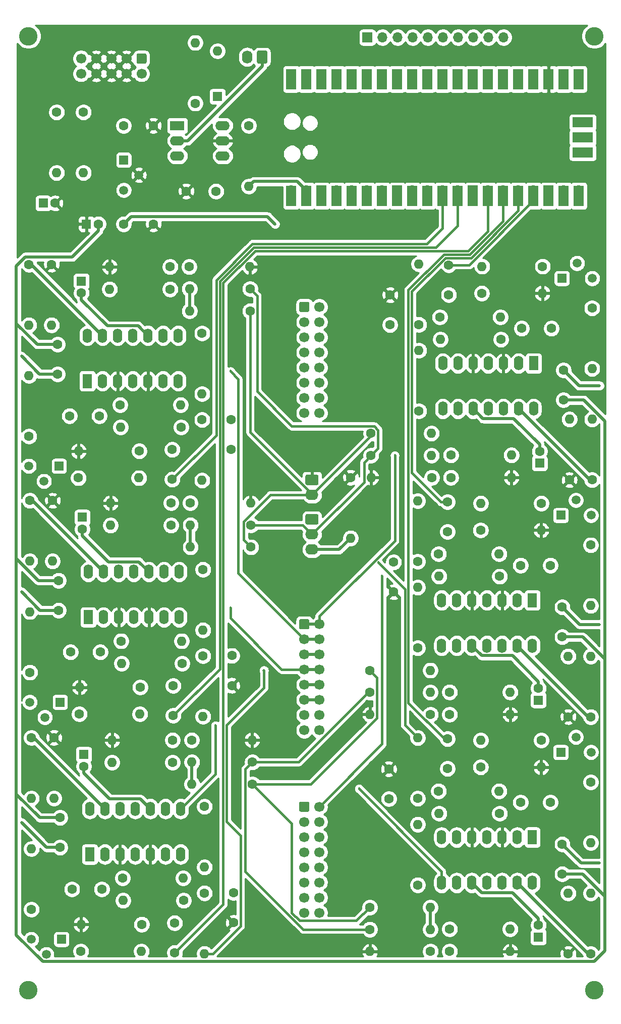
<source format=gbr>
%TF.GenerationSoftware,KiCad,Pcbnew,5.1.10-88a1d61d58~88~ubuntu20.10.1*%
%TF.CreationDate,2021-05-23T00:26:34+02:00*%
%TF.ProjectId,pico-dco,7069636f-2d64-4636-9f2e-6b696361645f,v2.0.0*%
%TF.SameCoordinates,Original*%
%TF.FileFunction,Copper,L1,Top*%
%TF.FilePolarity,Positive*%
%FSLAX46Y46*%
G04 Gerber Fmt 4.6, Leading zero omitted, Abs format (unit mm)*
G04 Created by KiCad (PCBNEW 5.1.10-88a1d61d58~88~ubuntu20.10.1) date 2021-05-23 00:26:34*
%MOMM*%
%LPD*%
G01*
G04 APERTURE LIST*
%TA.AperFunction,ComponentPad*%
%ADD10O,1.700000X1.700000*%
%TD*%
%TA.AperFunction,ComponentPad*%
%ADD11R,1.700000X1.700000*%
%TD*%
%TA.AperFunction,ComponentPad*%
%ADD12O,1.600000X1.600000*%
%TD*%
%TA.AperFunction,ComponentPad*%
%ADD13C,1.600000*%
%TD*%
%TA.AperFunction,ComponentPad*%
%ADD14O,1.600000X2.400000*%
%TD*%
%TA.AperFunction,ComponentPad*%
%ADD15R,1.600000X2.400000*%
%TD*%
%TA.AperFunction,ComponentPad*%
%ADD16R,1.500000X1.500000*%
%TD*%
%TA.AperFunction,ComponentPad*%
%ADD17C,1.500000*%
%TD*%
%TA.AperFunction,ComponentPad*%
%ADD18R,1.600000X1.600000*%
%TD*%
%TA.AperFunction,ComponentPad*%
%ADD19C,1.700000*%
%TD*%
%TA.AperFunction,ComponentPad*%
%ADD20O,2.190000X1.740000*%
%TD*%
%TA.AperFunction,ComponentPad*%
%ADD21O,2.400000X1.600000*%
%TD*%
%TA.AperFunction,ComponentPad*%
%ADD22R,2.400000X1.600000*%
%TD*%
%TA.AperFunction,ComponentPad*%
%ADD23O,1.740000X2.190000*%
%TD*%
%TA.AperFunction,SMDPad,CuDef*%
%ADD24R,3.500000X1.700000*%
%TD*%
%TA.AperFunction,SMDPad,CuDef*%
%ADD25R,1.700000X3.500000*%
%TD*%
%TA.AperFunction,ViaPad*%
%ADD26C,3.100000*%
%TD*%
%TA.AperFunction,ViaPad*%
%ADD27C,0.508000*%
%TD*%
%TA.AperFunction,ViaPad*%
%ADD28C,0.457200*%
%TD*%
%TA.AperFunction,Conductor*%
%ADD29C,0.381000*%
%TD*%
%TA.AperFunction,Conductor*%
%ADD30C,0.508000*%
%TD*%
%TA.AperFunction,Conductor*%
%ADD31C,0.254000*%
%TD*%
%TA.AperFunction,Conductor*%
%ADD32C,0.100000*%
%TD*%
G04 APERTURE END LIST*
D10*
%TO.P,MOD1,10*%
%TO.N,Net-(MCU1-Pad26)*%
X132260000Y-22700000D03*
%TO.P,MOD1,9*%
%TO.N,Net-(MCU1-Pad27)*%
X129720000Y-22700000D03*
%TO.P,MOD1,8*%
%TO.N,Net-(MCU1-Pad28)*%
X127180000Y-22700000D03*
%TO.P,MOD1,7*%
%TO.N,Net-(MCU1-Pad29)*%
X124640000Y-22700000D03*
%TO.P,MOD1,6*%
%TO.N,Net-(MCU1-Pad30)*%
X122100000Y-22700000D03*
%TO.P,MOD1,5*%
%TO.N,Net-(MCU1-Pad31)*%
X119560000Y-22700000D03*
%TO.P,MOD1,4*%
%TO.N,Net-(MCU1-Pad32)*%
X117020000Y-22700000D03*
%TO.P,MOD1,3*%
%TO.N,Net-(MCU1-Pad33)*%
X114480000Y-22700000D03*
%TO.P,MOD1,2*%
%TO.N,Net-(MCU1-Pad34)*%
X111940000Y-22700000D03*
D11*
%TO.P,MOD1,1*%
%TO.N,Net-(MCU1-Pad35)*%
X109400000Y-22700000D03*
%TD*%
D12*
%TO.P,R4,2*%
%TO.N,Net-(PW_POT1-Pad3)*%
X106600000Y-106660000D03*
D13*
%TO.P,R4,1*%
%TO.N,GND*%
X106600000Y-96500000D03*
%TD*%
%TO.P,C16,2*%
%TO.N,GND*%
X113800000Y-115700000D03*
%TO.P,C16,1*%
%TO.N,Net-(C16-Pad1)*%
X113800000Y-110700000D03*
%TD*%
D14*
%TO.P,U8,14*%
%TO.N,Net-(R86-Pad2)*%
X62810000Y-152060000D03*
%TO.P,U8,7*%
%TO.N,Net-(R76-Pad1)*%
X78050000Y-159680000D03*
%TO.P,U8,13*%
%TO.N,Net-(R84-Pad1)*%
X65350000Y-152060000D03*
%TO.P,U8,6*%
%TO.N,Net-(R75-Pad1)*%
X75510000Y-159680000D03*
%TO.P,U8,12*%
%TO.N,Net-(R80-Pad2)*%
X67890000Y-152060000D03*
%TO.P,U8,5*%
%TO.N,GND*%
X72970000Y-159680000D03*
%TO.P,U8,11*%
%TO.N,-12V*%
X70430000Y-152060000D03*
%TO.P,U8,4*%
%TO.N,+12V*%
X70430000Y-159680000D03*
%TO.P,U8,10*%
%TO.N,Net-(C34-Pad2)*%
X72970000Y-152060000D03*
%TO.P,U8,3*%
%TO.N,GND*%
X67890000Y-159680000D03*
%TO.P,U8,9*%
%TO.N,RAMP_OUT5*%
X75510000Y-152060000D03*
%TO.P,U8,2*%
%TO.N,Net-(C33-Pad2)*%
X65350000Y-159680000D03*
%TO.P,U8,8*%
%TO.N,RAMP_OUT5*%
X78050000Y-152060000D03*
D15*
%TO.P,U8,1*%
%TO.N,Net-(C33-Pad1)*%
X62810000Y-159680000D03*
%TD*%
D14*
%TO.P,U7,14*%
%TO.N,Net-(R72-Pad2)*%
X137100000Y-164440000D03*
%TO.P,U7,7*%
%TO.N,Net-(R62-Pad1)*%
X121860000Y-156820000D03*
%TO.P,U7,13*%
%TO.N,Net-(R70-Pad1)*%
X134560000Y-164440000D03*
%TO.P,U7,6*%
%TO.N,Net-(R61-Pad1)*%
X124400000Y-156820000D03*
%TO.P,U7,12*%
%TO.N,Net-(R66-Pad2)*%
X132020000Y-164440000D03*
%TO.P,U7,5*%
%TO.N,GND*%
X126940000Y-156820000D03*
%TO.P,U7,11*%
%TO.N,-12V*%
X129480000Y-164440000D03*
%TO.P,U7,4*%
%TO.N,+12V*%
X129480000Y-156820000D03*
%TO.P,U7,10*%
%TO.N,Net-(C29-Pad2)*%
X126940000Y-164440000D03*
%TO.P,U7,3*%
%TO.N,GND*%
X132020000Y-156820000D03*
%TO.P,U7,9*%
%TO.N,RAMP_OUT4*%
X124400000Y-164440000D03*
%TO.P,U7,2*%
%TO.N,Net-(C28-Pad2)*%
X134560000Y-156820000D03*
%TO.P,U7,8*%
%TO.N,RAMP_OUT4*%
X121860000Y-164440000D03*
D15*
%TO.P,U7,1*%
%TO.N,Net-(C28-Pad1)*%
X137100000Y-156820000D03*
%TD*%
D14*
%TO.P,U6,14*%
%TO.N,Net-(R58-Pad2)*%
X62560000Y-112300000D03*
%TO.P,U6,7*%
%TO.N,Net-(R48-Pad1)*%
X77800000Y-119920000D03*
%TO.P,U6,13*%
%TO.N,Net-(R56-Pad1)*%
X65100000Y-112300000D03*
%TO.P,U6,6*%
%TO.N,Net-(R47-Pad1)*%
X75260000Y-119920000D03*
%TO.P,U6,12*%
%TO.N,Net-(R52-Pad2)*%
X67640000Y-112300000D03*
%TO.P,U6,5*%
%TO.N,GND*%
X72720000Y-119920000D03*
%TO.P,U6,11*%
%TO.N,-12V*%
X70180000Y-112300000D03*
%TO.P,U6,4*%
%TO.N,+12V*%
X70180000Y-119920000D03*
%TO.P,U6,10*%
%TO.N,Net-(C24-Pad2)*%
X72720000Y-112300000D03*
%TO.P,U6,3*%
%TO.N,GND*%
X67640000Y-119920000D03*
%TO.P,U6,9*%
%TO.N,RAMP_OUT3*%
X75260000Y-112300000D03*
%TO.P,U6,2*%
%TO.N,Net-(C23-Pad2)*%
X65100000Y-119920000D03*
%TO.P,U6,8*%
%TO.N,RAMP_OUT3*%
X77800000Y-112300000D03*
D15*
%TO.P,U6,1*%
%TO.N,Net-(C23-Pad1)*%
X62560000Y-119920000D03*
%TD*%
D14*
%TO.P,U5,14*%
%TO.N,Net-(R44-Pad2)*%
X137100000Y-124700000D03*
%TO.P,U5,7*%
%TO.N,Net-(R34-Pad1)*%
X121860000Y-117080000D03*
%TO.P,U5,13*%
%TO.N,Net-(R42-Pad1)*%
X134560000Y-124700000D03*
%TO.P,U5,6*%
%TO.N,Net-(R33-Pad1)*%
X124400000Y-117080000D03*
%TO.P,U5,12*%
%TO.N,Net-(R38-Pad2)*%
X132020000Y-124700000D03*
%TO.P,U5,5*%
%TO.N,GND*%
X126940000Y-117080000D03*
%TO.P,U5,11*%
%TO.N,-12V*%
X129480000Y-124700000D03*
%TO.P,U5,4*%
%TO.N,+12V*%
X129480000Y-117080000D03*
%TO.P,U5,10*%
%TO.N,Net-(C19-Pad2)*%
X126940000Y-124700000D03*
%TO.P,U5,3*%
%TO.N,GND*%
X132020000Y-117080000D03*
%TO.P,U5,9*%
%TO.N,RAMP_OUT2*%
X124400000Y-124700000D03*
%TO.P,U5,2*%
%TO.N,Net-(C18-Pad2)*%
X134560000Y-117080000D03*
%TO.P,U5,8*%
%TO.N,RAMP_OUT2*%
X121860000Y-124700000D03*
D15*
%TO.P,U5,1*%
%TO.N,Net-(C18-Pad1)*%
X137100000Y-117080000D03*
%TD*%
D12*
%TO.P,R87,2*%
%TO.N,GND*%
X66550000Y-140530000D03*
D13*
%TO.P,R87,1*%
%TO.N,PULSE_OUT5*%
X76710000Y-140530000D03*
%TD*%
D12*
%TO.P,R86,2*%
%TO.N,Net-(R86-Pad2)*%
X66550000Y-144279999D03*
D13*
%TO.P,R86,1*%
%TO.N,PULSE_OUT5*%
X76710000Y-144279999D03*
%TD*%
D12*
%TO.P,R85,2*%
%TO.N,Net-(C34-Pad2)*%
X56810000Y-150290000D03*
D13*
%TO.P,R85,1*%
%TO.N,GND*%
X56810000Y-140130000D03*
%TD*%
D12*
%TO.P,R84,2*%
%TO.N,Net-(C33-Pad1)*%
X53010000Y-150290000D03*
D13*
%TO.P,R84,1*%
%TO.N,Net-(R84-Pad1)*%
X53010000Y-140130000D03*
%TD*%
D12*
%TO.P,R83,2*%
%TO.N,Net-(C33-Pad1)*%
X53010000Y-158770000D03*
D13*
%TO.P,R83,1*%
%TO.N,Net-(Q6-Pad3)*%
X53010000Y-168930000D03*
%TD*%
D12*
%TO.P,R82,2*%
%TO.N,GND*%
X90070000Y-140530000D03*
D13*
%TO.P,R82,1*%
%TO.N,Net-(R80-Pad2)*%
X79910000Y-140530000D03*
%TD*%
D12*
%TO.P,R81,2*%
%TO.N,Net-(R80-Pad2)*%
X79950000Y-144229999D03*
D13*
%TO.P,R81,1*%
%TO.N,PW_POT*%
X90110000Y-144229999D03*
%TD*%
D12*
%TO.P,R80,2*%
%TO.N,Net-(R80-Pad2)*%
X79950000Y-147929999D03*
D13*
%TO.P,R80,1*%
%TO.N,PWM_IN*%
X90110000Y-147929999D03*
%TD*%
D12*
%TO.P,R79,2*%
%TO.N,Net-(C32-Pad1)*%
X71470000Y-175930000D03*
D13*
%TO.P,R79,1*%
%TO.N,Net-(Q6-Pad2)*%
X61310000Y-175930000D03*
%TD*%
D12*
%TO.P,R78,2*%
%TO.N,Net-(R76-Pad1)*%
X78470000Y-163680000D03*
D13*
%TO.P,R78,1*%
%TO.N,Net-(C33-Pad2)*%
X68310000Y-163680000D03*
%TD*%
D12*
%TO.P,R77,2*%
%TO.N,GND*%
X61350000Y-171430000D03*
D13*
%TO.P,R77,1*%
%TO.N,Net-(C32-Pad1)*%
X71510000Y-171430000D03*
%TD*%
D12*
%TO.P,R76,2*%
%TO.N,Net-(R75-Pad1)*%
X68400000Y-167429999D03*
D13*
%TO.P,R76,1*%
%TO.N,Net-(R76-Pad1)*%
X78560000Y-167429999D03*
%TD*%
D12*
%TO.P,R75,2*%
%TO.N,Net-(C31-Pad1)*%
X82060000Y-161839999D03*
D13*
%TO.P,R75,1*%
%TO.N,Net-(R75-Pad1)*%
X82060000Y-151679999D03*
%TD*%
D12*
%TO.P,R74,2*%
%TO.N,RANGE_PWM5*%
X82060000Y-176339999D03*
D13*
%TO.P,R74,1*%
%TO.N,Net-(C31-Pad1)*%
X82060000Y-166179999D03*
%TD*%
D12*
%TO.P,R73,2*%
%TO.N,GND*%
X133360000Y-175970000D03*
D13*
%TO.P,R73,1*%
%TO.N,PULSE_OUT4*%
X123200000Y-175970000D03*
%TD*%
D12*
%TO.P,R72,2*%
%TO.N,Net-(R72-Pad2)*%
X133360000Y-172220001D03*
D13*
%TO.P,R72,1*%
%TO.N,PULSE_OUT4*%
X123200000Y-172220001D03*
%TD*%
D12*
%TO.P,R71,2*%
%TO.N,Net-(C29-Pad2)*%
X143100000Y-166210000D03*
D13*
%TO.P,R71,1*%
%TO.N,GND*%
X143100000Y-176370000D03*
%TD*%
D12*
%TO.P,R70,2*%
%TO.N,Net-(C28-Pad1)*%
X146900000Y-166210000D03*
D13*
%TO.P,R70,1*%
%TO.N,Net-(R70-Pad1)*%
X146900000Y-176370000D03*
%TD*%
D12*
%TO.P,R69,2*%
%TO.N,Net-(C28-Pad1)*%
X146900000Y-157730000D03*
D13*
%TO.P,R69,1*%
%TO.N,Net-(Q5-Pad3)*%
X146900000Y-147570000D03*
%TD*%
D12*
%TO.P,R68,2*%
%TO.N,GND*%
X109840000Y-175970000D03*
D13*
%TO.P,R68,1*%
%TO.N,Net-(R66-Pad2)*%
X120000000Y-175970000D03*
%TD*%
D12*
%TO.P,R67,2*%
%TO.N,Net-(R66-Pad2)*%
X119960000Y-172270001D03*
D13*
%TO.P,R67,1*%
%TO.N,PW_POT*%
X109800000Y-172270001D03*
%TD*%
D12*
%TO.P,R66,2*%
%TO.N,Net-(R66-Pad2)*%
X119960000Y-168570001D03*
D13*
%TO.P,R66,1*%
%TO.N,PWM_IN*%
X109800000Y-168570001D03*
%TD*%
D12*
%TO.P,R65,2*%
%TO.N,Net-(C27-Pad1)*%
X128440000Y-140570000D03*
D13*
%TO.P,R65,1*%
%TO.N,Net-(Q5-Pad2)*%
X138600000Y-140570000D03*
%TD*%
D12*
%TO.P,R64,2*%
%TO.N,Net-(R62-Pad1)*%
X121440000Y-152820000D03*
D13*
%TO.P,R64,1*%
%TO.N,Net-(C28-Pad2)*%
X131600000Y-152820000D03*
%TD*%
D12*
%TO.P,R63,2*%
%TO.N,GND*%
X138560000Y-145070000D03*
D13*
%TO.P,R63,1*%
%TO.N,Net-(C27-Pad1)*%
X128400000Y-145070000D03*
%TD*%
D12*
%TO.P,R62,2*%
%TO.N,Net-(R61-Pad1)*%
X131510000Y-149070001D03*
D13*
%TO.P,R62,1*%
%TO.N,Net-(R62-Pad1)*%
X121350000Y-149070001D03*
%TD*%
D12*
%TO.P,R61,2*%
%TO.N,Net-(C26-Pad1)*%
X117850000Y-154660001D03*
D13*
%TO.P,R61,1*%
%TO.N,Net-(R61-Pad1)*%
X117850000Y-164820001D03*
%TD*%
D12*
%TO.P,R60,2*%
%TO.N,RANGE_PWM4*%
X117850000Y-140160001D03*
D13*
%TO.P,R60,1*%
%TO.N,Net-(C26-Pad1)*%
X117850000Y-150320001D03*
%TD*%
D12*
%TO.P,R59,2*%
%TO.N,GND*%
X66300000Y-100770000D03*
D13*
%TO.P,R59,1*%
%TO.N,PULSE_OUT3*%
X76460000Y-100770000D03*
%TD*%
D12*
%TO.P,R58,2*%
%TO.N,Net-(R58-Pad2)*%
X66300000Y-104520000D03*
D13*
%TO.P,R58,1*%
%TO.N,PULSE_OUT3*%
X76460000Y-104520000D03*
%TD*%
D12*
%TO.P,R57,2*%
%TO.N,Net-(C24-Pad2)*%
X56560000Y-110530000D03*
D13*
%TO.P,R57,1*%
%TO.N,GND*%
X56560000Y-100370000D03*
%TD*%
D12*
%TO.P,R56,2*%
%TO.N,Net-(C23-Pad1)*%
X52760000Y-110530000D03*
D13*
%TO.P,R56,1*%
%TO.N,Net-(R56-Pad1)*%
X52760000Y-100370000D03*
%TD*%
D12*
%TO.P,R55,2*%
%TO.N,Net-(C23-Pad1)*%
X52760000Y-119010000D03*
D13*
%TO.P,R55,1*%
%TO.N,Net-(Q4-Pad3)*%
X52760000Y-129170000D03*
%TD*%
D12*
%TO.P,R54,2*%
%TO.N,GND*%
X89820000Y-100770000D03*
D13*
%TO.P,R54,1*%
%TO.N,Net-(R52-Pad2)*%
X79660000Y-100770000D03*
%TD*%
D12*
%TO.P,R53,2*%
%TO.N,Net-(R52-Pad2)*%
X79700000Y-104470000D03*
D13*
%TO.P,R53,1*%
%TO.N,PW_POT*%
X89860000Y-104470000D03*
%TD*%
D12*
%TO.P,R52,2*%
%TO.N,Net-(R52-Pad2)*%
X79700000Y-108170000D03*
D13*
%TO.P,R52,1*%
%TO.N,PWM_IN*%
X89860000Y-108170000D03*
%TD*%
D12*
%TO.P,R51,2*%
%TO.N,Net-(C22-Pad1)*%
X71220000Y-136170000D03*
D13*
%TO.P,R51,1*%
%TO.N,Net-(Q4-Pad2)*%
X61060000Y-136170000D03*
%TD*%
D12*
%TO.P,R50,2*%
%TO.N,Net-(R48-Pad1)*%
X78220000Y-123920000D03*
D13*
%TO.P,R50,1*%
%TO.N,Net-(C23-Pad2)*%
X68060000Y-123920000D03*
%TD*%
D12*
%TO.P,R49,2*%
%TO.N,GND*%
X61100000Y-131670000D03*
D13*
%TO.P,R49,1*%
%TO.N,Net-(C22-Pad1)*%
X71260000Y-131670000D03*
%TD*%
D12*
%TO.P,R48,2*%
%TO.N,Net-(R47-Pad1)*%
X68150000Y-127670000D03*
D13*
%TO.P,R48,1*%
%TO.N,Net-(R48-Pad1)*%
X78310000Y-127670000D03*
%TD*%
D12*
%TO.P,R47,2*%
%TO.N,Net-(C21-Pad1)*%
X81810000Y-122080000D03*
D13*
%TO.P,R47,1*%
%TO.N,Net-(R47-Pad1)*%
X81810000Y-111920000D03*
%TD*%
D12*
%TO.P,R46,2*%
%TO.N,RANGE_PWM3*%
X81810000Y-136580000D03*
D13*
%TO.P,R46,1*%
%TO.N,Net-(C21-Pad1)*%
X81810000Y-126420000D03*
%TD*%
D12*
%TO.P,R45,2*%
%TO.N,GND*%
X133360000Y-136230000D03*
D13*
%TO.P,R45,1*%
%TO.N,PULSE_OUT2*%
X123200000Y-136230000D03*
%TD*%
D12*
%TO.P,R44,2*%
%TO.N,Net-(R44-Pad2)*%
X133360000Y-132480000D03*
D13*
%TO.P,R44,1*%
%TO.N,PULSE_OUT2*%
X123200000Y-132480000D03*
%TD*%
D12*
%TO.P,R43,2*%
%TO.N,Net-(C19-Pad2)*%
X143100000Y-126470000D03*
D13*
%TO.P,R43,1*%
%TO.N,GND*%
X143100000Y-136630000D03*
%TD*%
D12*
%TO.P,R42,2*%
%TO.N,Net-(C18-Pad1)*%
X146900000Y-126470000D03*
D13*
%TO.P,R42,1*%
%TO.N,Net-(R42-Pad1)*%
X146900000Y-136630000D03*
%TD*%
D12*
%TO.P,R41,2*%
%TO.N,Net-(C18-Pad1)*%
X146900000Y-117990000D03*
D13*
%TO.P,R41,1*%
%TO.N,Net-(Q3-Pad3)*%
X146900000Y-107830000D03*
%TD*%
D12*
%TO.P,R40,2*%
%TO.N,GND*%
X109840000Y-136230000D03*
D13*
%TO.P,R40,1*%
%TO.N,Net-(R38-Pad2)*%
X120000000Y-136230000D03*
%TD*%
D12*
%TO.P,R39,2*%
%TO.N,Net-(R38-Pad2)*%
X119960000Y-132530000D03*
D13*
%TO.P,R39,1*%
%TO.N,PW_POT*%
X109800000Y-132530000D03*
%TD*%
D12*
%TO.P,R38,2*%
%TO.N,Net-(R38-Pad2)*%
X119960000Y-128830000D03*
D13*
%TO.P,R38,1*%
%TO.N,PWM_IN*%
X109800000Y-128830000D03*
%TD*%
D12*
%TO.P,R37,2*%
%TO.N,Net-(C17-Pad1)*%
X128440000Y-100830000D03*
D13*
%TO.P,R37,1*%
%TO.N,Net-(Q3-Pad2)*%
X138600000Y-100830000D03*
%TD*%
D12*
%TO.P,R36,2*%
%TO.N,Net-(R34-Pad1)*%
X121440000Y-113080000D03*
D13*
%TO.P,R36,1*%
%TO.N,Net-(C18-Pad2)*%
X131600000Y-113080000D03*
%TD*%
D12*
%TO.P,R35,2*%
%TO.N,GND*%
X138560000Y-105330000D03*
D13*
%TO.P,R35,1*%
%TO.N,Net-(C17-Pad1)*%
X128400000Y-105330000D03*
%TD*%
D12*
%TO.P,R34,2*%
%TO.N,Net-(R33-Pad1)*%
X131510000Y-109330000D03*
D13*
%TO.P,R34,1*%
%TO.N,Net-(R34-Pad1)*%
X121350000Y-109330000D03*
%TD*%
D12*
%TO.P,R33,2*%
%TO.N,Net-(C16-Pad1)*%
X117850000Y-114920000D03*
D13*
%TO.P,R33,1*%
%TO.N,Net-(R33-Pad1)*%
X117850000Y-125080000D03*
%TD*%
D12*
%TO.P,R32,2*%
%TO.N,RANGE_PWM2*%
X117850000Y-100420000D03*
D13*
%TO.P,R32,1*%
%TO.N,Net-(C16-Pad1)*%
X117850000Y-110580000D03*
%TD*%
D16*
%TO.P,Q6,1*%
%TO.N,Net-(C33-Pad2)*%
X58060000Y-173930000D03*
D17*
%TO.P,Q6,3*%
%TO.N,Net-(Q6-Pad3)*%
X52980000Y-173930000D03*
%TO.P,Q6,2*%
%TO.N,Net-(Q6-Pad2)*%
X55520000Y-176470000D03*
%TD*%
D16*
%TO.P,Q5,1*%
%TO.N,Net-(C28-Pad2)*%
X141850000Y-142570000D03*
D17*
%TO.P,Q5,3*%
%TO.N,Net-(Q5-Pad3)*%
X146930000Y-142570000D03*
%TO.P,Q5,2*%
%TO.N,Net-(Q5-Pad2)*%
X144390000Y-140030000D03*
%TD*%
D16*
%TO.P,Q4,1*%
%TO.N,Net-(C23-Pad2)*%
X57810000Y-134170000D03*
D17*
%TO.P,Q4,3*%
%TO.N,Net-(Q4-Pad3)*%
X52730000Y-134170000D03*
%TO.P,Q4,2*%
%TO.N,Net-(Q4-Pad2)*%
X55270000Y-136710000D03*
%TD*%
D16*
%TO.P,Q3,1*%
%TO.N,Net-(C18-Pad2)*%
X141850000Y-102830000D03*
D17*
%TO.P,Q3,3*%
%TO.N,Net-(Q3-Pad3)*%
X146930000Y-102830000D03*
%TO.P,Q3,2*%
%TO.N,Net-(Q3-Pad2)*%
X144390000Y-100290000D03*
%TD*%
D13*
%TO.P,C35,2*%
%TO.N,-12V*%
X57810000Y-153530000D03*
%TO.P,C35,1*%
%TO.N,+12V*%
X57810000Y-158530000D03*
%TD*%
%TO.P,C34,2*%
%TO.N,Net-(C34-Pad2)*%
X61810000Y-144930000D03*
D18*
%TO.P,C34,1*%
%TO.N,Net-(C33-Pad1)*%
X61810000Y-142930000D03*
%TD*%
D13*
%TO.P,C33,2*%
%TO.N,Net-(C33-Pad2)*%
X64810000Y-165530000D03*
%TO.P,C33,1*%
%TO.N,Net-(C33-Pad1)*%
X59810000Y-165530000D03*
%TD*%
%TO.P,C32,2*%
%TO.N,RESET5*%
X77060000Y-176180000D03*
%TO.P,C32,1*%
%TO.N,Net-(C32-Pad1)*%
X77060000Y-171180000D03*
%TD*%
%TO.P,C31,2*%
%TO.N,GND*%
X86910000Y-171129999D03*
%TO.P,C31,1*%
%TO.N,Net-(C31-Pad1)*%
X86910000Y-166129999D03*
%TD*%
%TO.P,C30,2*%
%TO.N,-12V*%
X142100000Y-162970000D03*
%TO.P,C30,1*%
%TO.N,+12V*%
X142100000Y-157970000D03*
%TD*%
%TO.P,C29,2*%
%TO.N,Net-(C29-Pad2)*%
X138100000Y-171570000D03*
D18*
%TO.P,C29,1*%
%TO.N,Net-(C28-Pad1)*%
X138100000Y-173570000D03*
%TD*%
D13*
%TO.P,C28,2*%
%TO.N,Net-(C28-Pad2)*%
X135100000Y-150970000D03*
%TO.P,C28,1*%
%TO.N,Net-(C28-Pad1)*%
X140100000Y-150970000D03*
%TD*%
%TO.P,C27,2*%
%TO.N,RESET4*%
X122850000Y-140320000D03*
%TO.P,C27,1*%
%TO.N,Net-(C27-Pad1)*%
X122850000Y-145320000D03*
%TD*%
%TO.P,C26,2*%
%TO.N,GND*%
X113000000Y-145370001D03*
%TO.P,C26,1*%
%TO.N,Net-(C26-Pad1)*%
X113000000Y-150370001D03*
%TD*%
%TO.P,C25,2*%
%TO.N,-12V*%
X57560000Y-113770000D03*
%TO.P,C25,1*%
%TO.N,+12V*%
X57560000Y-118770000D03*
%TD*%
%TO.P,C24,2*%
%TO.N,Net-(C24-Pad2)*%
X61560000Y-105170000D03*
D18*
%TO.P,C24,1*%
%TO.N,Net-(C23-Pad1)*%
X61560000Y-103170000D03*
%TD*%
D13*
%TO.P,C23,2*%
%TO.N,Net-(C23-Pad2)*%
X64560000Y-125770000D03*
%TO.P,C23,1*%
%TO.N,Net-(C23-Pad1)*%
X59560000Y-125770000D03*
%TD*%
%TO.P,C22,2*%
%TO.N,RESET3*%
X76810000Y-136420000D03*
%TO.P,C22,1*%
%TO.N,Net-(C22-Pad1)*%
X76810000Y-131420000D03*
%TD*%
%TO.P,C21,2*%
%TO.N,GND*%
X86660000Y-131370000D03*
%TO.P,C21,1*%
%TO.N,Net-(C21-Pad1)*%
X86660000Y-126370000D03*
%TD*%
%TO.P,C20,2*%
%TO.N,-12V*%
X142100000Y-123230000D03*
%TO.P,C20,1*%
%TO.N,+12V*%
X142100000Y-118230000D03*
%TD*%
%TO.P,C19,2*%
%TO.N,Net-(C19-Pad2)*%
X138100000Y-131830000D03*
D18*
%TO.P,C19,1*%
%TO.N,Net-(C18-Pad1)*%
X138100000Y-133830000D03*
%TD*%
D13*
%TO.P,C18,2*%
%TO.N,Net-(C18-Pad2)*%
X135100000Y-111230000D03*
%TO.P,C18,1*%
%TO.N,Net-(C18-Pad1)*%
X140100000Y-111230000D03*
%TD*%
%TO.P,C17,2*%
%TO.N,RESET2*%
X122850000Y-100580000D03*
%TO.P,C17,1*%
%TO.N,Net-(C17-Pad1)*%
X122850000Y-105580000D03*
%TD*%
D14*
%TO.P,U4,14*%
%TO.N,Net-(R30-Pad2)*%
X62400000Y-72700000D03*
%TO.P,U4,7*%
%TO.N,Net-(R20-Pad1)*%
X77640000Y-80320000D03*
%TO.P,U4,13*%
%TO.N,Net-(R28-Pad1)*%
X64940000Y-72700000D03*
%TO.P,U4,6*%
%TO.N,Net-(R19-Pad1)*%
X75100000Y-80320000D03*
%TO.P,U4,12*%
%TO.N,Net-(R24-Pad2)*%
X67480000Y-72700000D03*
%TO.P,U4,5*%
%TO.N,GND*%
X72560000Y-80320000D03*
%TO.P,U4,11*%
%TO.N,-12V*%
X70020000Y-72700000D03*
%TO.P,U4,4*%
%TO.N,+12V*%
X70020000Y-80320000D03*
%TO.P,U4,10*%
%TO.N,Net-(C14-Pad2)*%
X72560000Y-72700000D03*
%TO.P,U4,3*%
%TO.N,GND*%
X67480000Y-80320000D03*
%TO.P,U4,9*%
%TO.N,RAMP_OUT1*%
X75100000Y-72700000D03*
%TO.P,U4,2*%
%TO.N,Net-(C13-Pad2)*%
X64940000Y-80320000D03*
%TO.P,U4,8*%
%TO.N,RAMP_OUT1*%
X77640000Y-72700000D03*
D15*
%TO.P,U4,1*%
%TO.N,Net-(C13-Pad1)*%
X62400000Y-80320000D03*
%TD*%
D12*
%TO.P,R31,2*%
%TO.N,GND*%
X66140000Y-61170000D03*
D13*
%TO.P,R31,1*%
%TO.N,PULSE_OUT1*%
X76300000Y-61170000D03*
%TD*%
D12*
%TO.P,R30,2*%
%TO.N,Net-(R30-Pad2)*%
X66140000Y-64920000D03*
D13*
%TO.P,R30,1*%
%TO.N,PULSE_OUT1*%
X76300000Y-64920000D03*
%TD*%
D12*
%TO.P,R29,2*%
%TO.N,Net-(C14-Pad2)*%
X56400000Y-70930000D03*
D13*
%TO.P,R29,1*%
%TO.N,GND*%
X56400000Y-60770000D03*
%TD*%
D12*
%TO.P,R28,2*%
%TO.N,Net-(C13-Pad1)*%
X52600000Y-70930000D03*
D13*
%TO.P,R28,1*%
%TO.N,Net-(R28-Pad1)*%
X52600000Y-60770000D03*
%TD*%
D12*
%TO.P,R27,2*%
%TO.N,Net-(C13-Pad1)*%
X52600000Y-79410000D03*
D13*
%TO.P,R27,1*%
%TO.N,Net-(Q2-Pad3)*%
X52600000Y-89570000D03*
%TD*%
D12*
%TO.P,R26,2*%
%TO.N,GND*%
X89660000Y-61170000D03*
D13*
%TO.P,R26,1*%
%TO.N,Net-(R24-Pad2)*%
X79500000Y-61170000D03*
%TD*%
D12*
%TO.P,R25,2*%
%TO.N,Net-(R24-Pad2)*%
X79540000Y-64870000D03*
D13*
%TO.P,R25,1*%
%TO.N,PW_POT*%
X89700000Y-64870000D03*
%TD*%
D12*
%TO.P,R24,2*%
%TO.N,Net-(R24-Pad2)*%
X79540000Y-68570000D03*
D13*
%TO.P,R24,1*%
%TO.N,PWM_IN*%
X89700000Y-68570000D03*
%TD*%
D12*
%TO.P,R23,2*%
%TO.N,Net-(C12-Pad1)*%
X71060000Y-96570000D03*
D13*
%TO.P,R23,1*%
%TO.N,Net-(Q2-Pad2)*%
X60900000Y-96570000D03*
%TD*%
D12*
%TO.P,R22,2*%
%TO.N,Net-(R20-Pad1)*%
X78060000Y-84320000D03*
D13*
%TO.P,R22,1*%
%TO.N,Net-(C13-Pad2)*%
X67900000Y-84320000D03*
%TD*%
D12*
%TO.P,R21,2*%
%TO.N,GND*%
X60940000Y-92070000D03*
D13*
%TO.P,R21,1*%
%TO.N,Net-(C12-Pad1)*%
X71100000Y-92070000D03*
%TD*%
D12*
%TO.P,R20,2*%
%TO.N,Net-(R19-Pad1)*%
X67990000Y-88070000D03*
D13*
%TO.P,R20,1*%
%TO.N,Net-(R20-Pad1)*%
X78150000Y-88070000D03*
%TD*%
D12*
%TO.P,R19,2*%
%TO.N,Net-(C11-Pad1)*%
X81650000Y-82480000D03*
D13*
%TO.P,R19,1*%
%TO.N,Net-(R19-Pad1)*%
X81650000Y-72320000D03*
%TD*%
D12*
%TO.P,R18,2*%
%TO.N,RANGE_PWM1*%
X81650000Y-96980000D03*
D13*
%TO.P,R18,1*%
%TO.N,Net-(C11-Pad1)*%
X81650000Y-86820000D03*
%TD*%
D16*
%TO.P,Q2,1*%
%TO.N,Net-(C13-Pad2)*%
X57650000Y-94570000D03*
D17*
%TO.P,Q2,3*%
%TO.N,Net-(Q2-Pad3)*%
X52570000Y-94570000D03*
%TO.P,Q2,2*%
%TO.N,Net-(Q2-Pad2)*%
X55110000Y-97110000D03*
%TD*%
D13*
%TO.P,C15,2*%
%TO.N,-12V*%
X57400000Y-74170000D03*
%TO.P,C15,1*%
%TO.N,+12V*%
X57400000Y-79170000D03*
%TD*%
%TO.P,C14,2*%
%TO.N,Net-(C14-Pad2)*%
X61400000Y-65570000D03*
D18*
%TO.P,C14,1*%
%TO.N,Net-(C13-Pad1)*%
X61400000Y-63570000D03*
%TD*%
D13*
%TO.P,C13,2*%
%TO.N,Net-(C13-Pad2)*%
X64400000Y-86170000D03*
%TO.P,C13,1*%
%TO.N,Net-(C13-Pad1)*%
X59400000Y-86170000D03*
%TD*%
%TO.P,C12,2*%
%TO.N,RESET1*%
X76650000Y-96820000D03*
%TO.P,C12,1*%
%TO.N,Net-(C12-Pad1)*%
X76650000Y-91820000D03*
%TD*%
%TO.P,C11,2*%
%TO.N,GND*%
X86500000Y-91770000D03*
%TO.P,C11,1*%
%TO.N,Net-(C11-Pad1)*%
X86500000Y-86770000D03*
%TD*%
D19*
%TO.P,GATE1,16*%
%TO.N,Net-(GATE1-Pad16)*%
X101340000Y-85680000D03*
%TO.P,GATE1,14*%
%TO.N,Net-(GATE1-Pad14)*%
X101340000Y-83140000D03*
%TO.P,GATE1,12*%
%TO.N,GATE5*%
X101340000Y-80600000D03*
%TO.P,GATE1,10*%
%TO.N,GATE4*%
X101340000Y-78060000D03*
%TO.P,GATE1,8*%
%TO.N,GATE3*%
X101340000Y-75520000D03*
%TO.P,GATE1,6*%
%TO.N,GATE2*%
X101340000Y-72980000D03*
%TO.P,GATE1,4*%
%TO.N,GATE1*%
X101340000Y-70440000D03*
%TO.P,GATE1,2*%
%TO.N,GATE0*%
X101340000Y-67900000D03*
%TO.P,GATE1,15*%
%TO.N,Net-(GATE1-Pad15)*%
X98800000Y-85680000D03*
%TO.P,GATE1,13*%
%TO.N,Net-(GATE1-Pad13)*%
X98800000Y-83140000D03*
%TO.P,GATE1,11*%
%TO.N,GATE5*%
X98800000Y-80600000D03*
%TO.P,GATE1,9*%
%TO.N,GATE4*%
X98800000Y-78060000D03*
%TO.P,GATE1,7*%
%TO.N,GATE3*%
X98800000Y-75520000D03*
%TO.P,GATE1,5*%
%TO.N,GATE2*%
X98800000Y-72980000D03*
%TO.P,GATE1,3*%
%TO.N,GATE1*%
X98800000Y-70440000D03*
%TO.P,GATE1,1*%
%TO.N,GATE0*%
%TA.AperFunction,ComponentPad*%
G36*
G01*
X97950000Y-68500000D02*
X97950000Y-67300000D01*
G75*
G02*
X98200000Y-67050000I250000J0D01*
G01*
X99400000Y-67050000D01*
G75*
G02*
X99650000Y-67300000I0J-250000D01*
G01*
X99650000Y-68500000D01*
G75*
G02*
X99400000Y-68750000I-250000J0D01*
G01*
X98200000Y-68750000D01*
G75*
G02*
X97950000Y-68500000I0J250000D01*
G01*
G37*
%TD.AperFunction*%
%TD*%
%TO.P,RAMP1,16*%
%TO.N,Net-(RAMP1-Pad16)*%
X101340000Y-138880000D03*
%TO.P,RAMP1,14*%
%TO.N,Net-(RAMP1-Pad14)*%
X101340000Y-136340000D03*
%TO.P,RAMP1,12*%
%TO.N,RAMP_OUT5*%
X101340000Y-133800000D03*
%TO.P,RAMP1,10*%
%TO.N,RAMP_OUT4*%
X101340000Y-131260000D03*
%TO.P,RAMP1,8*%
%TO.N,RAMP_OUT3*%
X101340000Y-128720000D03*
%TO.P,RAMP1,6*%
%TO.N,RAMP_OUT2*%
X101340000Y-126180000D03*
%TO.P,RAMP1,4*%
%TO.N,RAMP_OUT1*%
X101340000Y-123640000D03*
%TO.P,RAMP1,2*%
%TO.N,RAMP_OUT0*%
X101340000Y-121100000D03*
%TO.P,RAMP1,15*%
%TO.N,Net-(RAMP1-Pad15)*%
X98800000Y-138880000D03*
%TO.P,RAMP1,13*%
%TO.N,Net-(RAMP1-Pad13)*%
X98800000Y-136340000D03*
%TO.P,RAMP1,11*%
%TO.N,RAMP_OUT5*%
X98800000Y-133800000D03*
%TO.P,RAMP1,9*%
%TO.N,RAMP_OUT4*%
X98800000Y-131260000D03*
%TO.P,RAMP1,7*%
%TO.N,RAMP_OUT3*%
X98800000Y-128720000D03*
%TO.P,RAMP1,5*%
%TO.N,RAMP_OUT2*%
X98800000Y-126180000D03*
%TO.P,RAMP1,3*%
%TO.N,RAMP_OUT1*%
X98800000Y-123640000D03*
%TO.P,RAMP1,1*%
%TO.N,RAMP_OUT0*%
%TA.AperFunction,ComponentPad*%
G36*
G01*
X97950000Y-121700000D02*
X97950000Y-120500000D01*
G75*
G02*
X98200000Y-120250000I250000J0D01*
G01*
X99400000Y-120250000D01*
G75*
G02*
X99650000Y-120500000I0J-250000D01*
G01*
X99650000Y-121700000D01*
G75*
G02*
X99400000Y-121950000I-250000J0D01*
G01*
X98200000Y-121950000D01*
G75*
G02*
X97950000Y-121700000I0J250000D01*
G01*
G37*
%TD.AperFunction*%
%TD*%
D20*
%TO.P,PWM_IN1,2*%
%TO.N,PWM_IN*%
X100100000Y-99440000D03*
%TO.P,PWM_IN1,1*%
%TO.N,GND*%
%TA.AperFunction,ComponentPad*%
G36*
G01*
X99254999Y-96030000D02*
X100945001Y-96030000D01*
G75*
G02*
X101195000Y-96279999I0J-249999D01*
G01*
X101195000Y-97520001D01*
G75*
G02*
X100945001Y-97770000I-249999J0D01*
G01*
X99254999Y-97770000D01*
G75*
G02*
X99005000Y-97520001I0J249999D01*
G01*
X99005000Y-96279999D01*
G75*
G02*
X99254999Y-96030000I249999J0D01*
G01*
G37*
%TD.AperFunction*%
%TD*%
D19*
%TO.P,PULSE1,16*%
%TO.N,Net-(PULSE1-Pad16)*%
X101340000Y-169480000D03*
%TO.P,PULSE1,14*%
%TO.N,Net-(PULSE1-Pad14)*%
X101340000Y-166940000D03*
%TO.P,PULSE1,12*%
%TO.N,PULSE_OUT5*%
X101340000Y-164400000D03*
%TO.P,PULSE1,10*%
%TO.N,PULSE_OUT4*%
X101340000Y-161860000D03*
%TO.P,PULSE1,8*%
%TO.N,PULSE_OUT3*%
X101340000Y-159320000D03*
%TO.P,PULSE1,6*%
%TO.N,PULSE_OUT2*%
X101340000Y-156780000D03*
%TO.P,PULSE1,4*%
%TO.N,PULSE_OUT1*%
X101340000Y-154240000D03*
%TO.P,PULSE1,2*%
%TO.N,PULSE_OUT0*%
X101340000Y-151700000D03*
%TO.P,PULSE1,15*%
%TO.N,Net-(PULSE1-Pad15)*%
X98800000Y-169480000D03*
%TO.P,PULSE1,13*%
%TO.N,Net-(PULSE1-Pad13)*%
X98800000Y-166940000D03*
%TO.P,PULSE1,11*%
%TO.N,PULSE_OUT5*%
X98800000Y-164400000D03*
%TO.P,PULSE1,9*%
%TO.N,PULSE_OUT4*%
X98800000Y-161860000D03*
%TO.P,PULSE1,7*%
%TO.N,PULSE_OUT3*%
X98800000Y-159320000D03*
%TO.P,PULSE1,5*%
%TO.N,PULSE_OUT2*%
X98800000Y-156780000D03*
%TO.P,PULSE1,3*%
%TO.N,PULSE_OUT1*%
X98800000Y-154240000D03*
%TO.P,PULSE1,1*%
%TO.N,PULSE_OUT0*%
%TA.AperFunction,ComponentPad*%
G36*
G01*
X97950000Y-152300000D02*
X97950000Y-151100000D01*
G75*
G02*
X98200000Y-150850000I250000J0D01*
G01*
X99400000Y-150850000D01*
G75*
G02*
X99650000Y-151100000I0J-250000D01*
G01*
X99650000Y-152300000D01*
G75*
G02*
X99400000Y-152550000I-250000J0D01*
G01*
X98200000Y-152550000D01*
G75*
G02*
X97950000Y-152300000I0J250000D01*
G01*
G37*
%TD.AperFunction*%
%TD*%
D21*
%TO.P,U3,6*%
%TO.N,+3V3*%
X85120000Y-37500000D03*
%TO.P,U3,3*%
%TO.N,Net-(U3-Pad3)*%
X77500000Y-42580000D03*
%TO.P,U3,5*%
%TO.N,GND*%
X85120000Y-40040000D03*
%TO.P,U3,2*%
%TO.N,Net-(D1-Pad2)*%
X77500000Y-40040000D03*
%TO.P,U3,4*%
%TO.N,RX*%
X85120000Y-42580000D03*
D22*
%TO.P,U3,1*%
%TO.N,Net-(D1-Pad1)*%
X77500000Y-37500000D03*
%TD*%
D12*
%TO.P,R17,2*%
%TO.N,RX*%
X89500000Y-47660000D03*
D13*
%TO.P,R17,1*%
%TO.N,+3V3*%
X89500000Y-37500000D03*
%TD*%
D12*
%TO.P,R16,2*%
%TO.N,Net-(MIDI_IN1-Pad2)*%
X80500000Y-23590000D03*
D13*
%TO.P,R16,1*%
%TO.N,Net-(D1-Pad1)*%
X80500000Y-33750000D03*
%TD*%
D23*
%TO.P,MIDI_IN1,2*%
%TO.N,Net-(MIDI_IN1-Pad2)*%
X89210000Y-26000000D03*
%TO.P,MIDI_IN1,1*%
%TO.N,Net-(D1-Pad2)*%
%TA.AperFunction,ComponentPad*%
G36*
G01*
X92620000Y-25154999D02*
X92620000Y-26845001D01*
G75*
G02*
X92370001Y-27095000I-249999J0D01*
G01*
X91129999Y-27095000D01*
G75*
G02*
X90880000Y-26845001I0J249999D01*
G01*
X90880000Y-25154999D01*
G75*
G02*
X91129999Y-24905000I249999J0D01*
G01*
X92370001Y-24905000D01*
G75*
G02*
X92620000Y-25154999I0J-249999D01*
G01*
G37*
%TD.AperFunction*%
%TD*%
D12*
%TO.P,D1,2*%
%TO.N,Net-(D1-Pad2)*%
X84250000Y-25000000D03*
D18*
%TO.P,D1,1*%
%TO.N,Net-(D1-Pad1)*%
X84250000Y-32620000D03*
%TD*%
D13*
%TO.P,C10,2*%
%TO.N,GND*%
X79000000Y-48500000D03*
%TO.P,C10,1*%
%TO.N,+3V3*%
X84000000Y-48500000D03*
%TD*%
D16*
%TO.P,U1,1*%
%TO.N,+5V*%
X68500000Y-43250000D03*
D17*
%TO.P,U1,3*%
%TO.N,+12V*%
X68500000Y-48330000D03*
%TO.P,U1,2*%
%TO.N,GND*%
X71040000Y-45790000D03*
%TD*%
D19*
%TO.P,POWER1,10*%
%TO.N,Net-(FB1-Pad1)*%
X61340000Y-28790000D03*
%TO.P,POWER1,8*%
%TO.N,GND*%
X63880000Y-28790000D03*
%TO.P,POWER1,6*%
X66420000Y-28790000D03*
%TO.P,POWER1,4*%
X68960000Y-28790000D03*
%TO.P,POWER1,2*%
%TO.N,Net-(FB2-Pad1)*%
X71500000Y-28790000D03*
%TO.P,POWER1,9*%
%TO.N,Net-(FB1-Pad1)*%
X61340000Y-26250000D03*
%TO.P,POWER1,7*%
%TO.N,GND*%
X63880000Y-26250000D03*
%TO.P,POWER1,5*%
X66420000Y-26250000D03*
%TO.P,POWER1,3*%
X68960000Y-26250000D03*
%TO.P,POWER1,1*%
%TO.N,Net-(FB2-Pad1)*%
%TA.AperFunction,ComponentPad*%
G36*
G01*
X70900000Y-25400000D02*
X72100000Y-25400000D01*
G75*
G02*
X72350000Y-25650000I0J-250000D01*
G01*
X72350000Y-26850000D01*
G75*
G02*
X72100000Y-27100000I-250000J0D01*
G01*
X70900000Y-27100000D01*
G75*
G02*
X70650000Y-26850000I0J250000D01*
G01*
X70650000Y-25650000D01*
G75*
G02*
X70900000Y-25400000I250000J0D01*
G01*
G37*
%TD.AperFunction*%
%TD*%
D12*
%TO.P,FB2,2*%
%TO.N,-12V*%
X61750000Y-45410000D03*
D13*
%TO.P,FB2,1*%
%TO.N,Net-(FB2-Pad1)*%
X61750000Y-35250000D03*
%TD*%
D12*
%TO.P,FB1,2*%
%TO.N,+12V*%
X57250000Y-45410000D03*
D13*
%TO.P,FB1,1*%
%TO.N,Net-(FB1-Pad1)*%
X57250000Y-35250000D03*
%TD*%
%TO.P,C9,2*%
%TO.N,-12V*%
X64250000Y-54000000D03*
D18*
%TO.P,C9,1*%
%TO.N,GND*%
X62250000Y-54000000D03*
%TD*%
D13*
%TO.P,C8,2*%
%TO.N,GND*%
X57000000Y-50500000D03*
D18*
%TO.P,C8,1*%
%TO.N,+12V*%
X55000000Y-50500000D03*
%TD*%
D13*
%TO.P,C7,2*%
%TO.N,GND*%
X73500000Y-37500000D03*
%TO.P,C7,1*%
%TO.N,+5V*%
X68500000Y-37500000D03*
%TD*%
%TO.P,C6,2*%
%TO.N,+12V*%
X68500000Y-54000000D03*
%TO.P,C6,1*%
%TO.N,GND*%
X73500000Y-54000000D03*
%TD*%
D20*
%TO.P,PW_POT1,3*%
%TO.N,Net-(PW_POT1-Pad3)*%
X100100000Y-108580000D03*
%TO.P,PW_POT1,2*%
%TO.N,PW_POT*%
X100100000Y-106040000D03*
%TO.P,PW_POT1,1*%
%TO.N,+12V*%
%TA.AperFunction,ComponentPad*%
G36*
G01*
X99254999Y-102630000D02*
X100945001Y-102630000D01*
G75*
G02*
X101195000Y-102879999I0J-249999D01*
G01*
X101195000Y-104120001D01*
G75*
G02*
X100945001Y-104370000I-249999J0D01*
G01*
X99254999Y-104370000D01*
G75*
G02*
X99005000Y-104120001I0J249999D01*
G01*
X99005000Y-102879999D01*
G75*
G02*
X99254999Y-102630000I249999J0D01*
G01*
G37*
%TD.AperFunction*%
%TD*%
D14*
%TO.P,U2,14*%
%TO.N,Net-(R14-Pad2)*%
X137300000Y-84970000D03*
%TO.P,U2,7*%
%TO.N,Net-(R3-Pad1)*%
X122060000Y-77350000D03*
%TO.P,U2,13*%
%TO.N,Net-(R12-Pad1)*%
X134760000Y-84970000D03*
%TO.P,U2,6*%
%TO.N,Net-(R2-Pad1)*%
X124600000Y-77350000D03*
%TO.P,U2,12*%
%TO.N,Net-(R10-Pad1)*%
X132220000Y-84970000D03*
%TO.P,U2,5*%
%TO.N,GND*%
X127140000Y-77350000D03*
%TO.P,U2,11*%
%TO.N,-12V*%
X129680000Y-84970000D03*
%TO.P,U2,4*%
%TO.N,+12V*%
X129680000Y-77350000D03*
%TO.P,U2,10*%
%TO.N,Net-(C4-Pad2)*%
X127140000Y-84970000D03*
%TO.P,U2,3*%
%TO.N,GND*%
X132220000Y-77350000D03*
%TO.P,U2,9*%
%TO.N,RAMP_OUT0*%
X124600000Y-84970000D03*
%TO.P,U2,2*%
%TO.N,Net-(C3-Pad2)*%
X134760000Y-77350000D03*
%TO.P,U2,8*%
%TO.N,RAMP_OUT0*%
X122060000Y-84970000D03*
D15*
%TO.P,U2,1*%
%TO.N,Net-(C3-Pad1)*%
X137300000Y-77350000D03*
%TD*%
D13*
%TO.P,C5,2*%
%TO.N,-12V*%
X142300000Y-83500000D03*
%TO.P,C5,1*%
%TO.N,+12V*%
X142300000Y-78500000D03*
%TD*%
D16*
%TO.P,Q1,1*%
%TO.N,Net-(C3-Pad2)*%
X142050000Y-63100000D03*
D17*
%TO.P,Q1,3*%
%TO.N,Net-(Q1-Pad3)*%
X147130000Y-63100000D03*
%TO.P,Q1,2*%
%TO.N,Net-(Q1-Pad2)*%
X144590000Y-60560000D03*
%TD*%
D12*
%TO.P,R15,2*%
%TO.N,GND*%
X133560000Y-96500000D03*
D13*
%TO.P,R15,1*%
%TO.N,PULSE_OUT0*%
X123400000Y-96500000D03*
%TD*%
D12*
%TO.P,R14,2*%
%TO.N,Net-(R14-Pad2)*%
X133560000Y-92750000D03*
D13*
%TO.P,R14,1*%
%TO.N,PULSE_OUT0*%
X123400000Y-92750000D03*
%TD*%
D12*
%TO.P,R13,2*%
%TO.N,Net-(C4-Pad2)*%
X143300000Y-86740000D03*
D13*
%TO.P,R13,1*%
%TO.N,GND*%
X143300000Y-96900000D03*
%TD*%
D12*
%TO.P,R12,2*%
%TO.N,Net-(C3-Pad1)*%
X147100000Y-86740000D03*
D13*
%TO.P,R12,1*%
%TO.N,Net-(R12-Pad1)*%
X147100000Y-96900000D03*
%TD*%
D12*
%TO.P,R11,2*%
%TO.N,Net-(C3-Pad1)*%
X147100000Y-78260000D03*
D13*
%TO.P,R11,1*%
%TO.N,Net-(Q1-Pad3)*%
X147100000Y-68100000D03*
%TD*%
D12*
%TO.P,R10,2*%
%TO.N,GND*%
X110040000Y-96500000D03*
D13*
%TO.P,R10,1*%
%TO.N,Net-(R10-Pad1)*%
X120200000Y-96500000D03*
%TD*%
D12*
%TO.P,R9,2*%
%TO.N,Net-(R10-Pad1)*%
X120160000Y-92800000D03*
D13*
%TO.P,R9,1*%
%TO.N,PW_POT*%
X110000000Y-92800000D03*
%TD*%
D12*
%TO.P,R8,2*%
%TO.N,Net-(R10-Pad1)*%
X120160000Y-89100000D03*
D13*
%TO.P,R8,1*%
%TO.N,PWM_IN*%
X110000000Y-89100000D03*
%TD*%
D12*
%TO.P,R7,2*%
%TO.N,Net-(C2-Pad1)*%
X128640000Y-61100000D03*
D13*
%TO.P,R7,1*%
%TO.N,Net-(Q1-Pad2)*%
X138800000Y-61100000D03*
%TD*%
D12*
%TO.P,R6,2*%
%TO.N,Net-(R3-Pad1)*%
X121640000Y-73350000D03*
D13*
%TO.P,R6,1*%
%TO.N,Net-(C3-Pad2)*%
X131800000Y-73350000D03*
%TD*%
D12*
%TO.P,R5,2*%
%TO.N,GND*%
X138760000Y-65600000D03*
D13*
%TO.P,R5,1*%
%TO.N,Net-(C2-Pad1)*%
X128600000Y-65600000D03*
%TD*%
D12*
%TO.P,R3,2*%
%TO.N,Net-(R2-Pad1)*%
X131710000Y-69600000D03*
D13*
%TO.P,R3,1*%
%TO.N,Net-(R3-Pad1)*%
X121550000Y-69600000D03*
%TD*%
D12*
%TO.P,R2,2*%
%TO.N,Net-(C1-Pad1)*%
X118050000Y-75190000D03*
D13*
%TO.P,R2,1*%
%TO.N,Net-(R2-Pad1)*%
X118050000Y-85350000D03*
%TD*%
D12*
%TO.P,R1,2*%
%TO.N,RANGE_PWM0*%
X118050000Y-60690000D03*
D13*
%TO.P,R1,1*%
%TO.N,Net-(C1-Pad1)*%
X118050000Y-70850000D03*
%TD*%
D10*
%TO.P,MCU1,43*%
%TO.N,Net-(MCU1-Pad43)*%
X144650000Y-36960000D03*
D24*
X145550000Y-36960000D03*
D11*
%TO.P,MCU1,42*%
%TO.N,Net-(MCU1-Pad42)*%
X144650000Y-39500000D03*
D24*
X145550000Y-39500000D03*
D10*
%TO.P,MCU1,41*%
%TO.N,Net-(MCU1-Pad41)*%
X144650000Y-42040000D03*
D24*
X145550000Y-42040000D03*
D25*
%TO.P,MCU1,21*%
%TO.N,RANGE_PWM0*%
X144880000Y-29710000D03*
%TO.P,MCU1,22*%
%TO.N,RANGE_PWM5*%
X142340000Y-29710000D03*
%TO.P,MCU1,23*%
%TO.N,GND*%
X139800000Y-29710000D03*
%TO.P,MCU1,24*%
%TO.N,RANGE_PWM3*%
X137260000Y-29710000D03*
%TO.P,MCU1,25*%
%TO.N,RANGE_PWM1*%
X134720000Y-29710000D03*
%TO.P,MCU1,26*%
%TO.N,Net-(MCU1-Pad26)*%
X132180000Y-29710000D03*
%TO.P,MCU1,27*%
%TO.N,Net-(MCU1-Pad27)*%
X129640000Y-29710000D03*
%TO.P,MCU1,28*%
%TO.N,Net-(MCU1-Pad28)*%
X127100000Y-29710000D03*
%TO.P,MCU1,29*%
%TO.N,Net-(MCU1-Pad29)*%
X124560000Y-29710000D03*
%TO.P,MCU1,30*%
%TO.N,Net-(MCU1-Pad30)*%
X122020000Y-29710000D03*
%TO.P,MCU1,31*%
%TO.N,Net-(MCU1-Pad31)*%
X119480000Y-29710000D03*
%TO.P,MCU1,32*%
%TO.N,Net-(MCU1-Pad32)*%
X116940000Y-29710000D03*
%TO.P,MCU1,33*%
%TO.N,Net-(MCU1-Pad33)*%
X114400000Y-29710000D03*
%TO.P,MCU1,34*%
%TO.N,Net-(MCU1-Pad34)*%
X111860000Y-29710000D03*
%TO.P,MCU1,35*%
%TO.N,Net-(MCU1-Pad35)*%
X109320000Y-29710000D03*
%TO.P,MCU1,36*%
%TO.N,+3V3*%
X106780000Y-29710000D03*
%TO.P,MCU1,37*%
%TO.N,Net-(MCU1-Pad37)*%
X104240000Y-29710000D03*
%TO.P,MCU1,38*%
%TO.N,Net-(MCU1-Pad38)*%
X101700000Y-29710000D03*
%TO.P,MCU1,39*%
%TO.N,Net-(MCU1-Pad39)*%
X99160000Y-29710000D03*
%TO.P,MCU1,40*%
%TO.N,+5V*%
X96620000Y-29710000D03*
%TO.P,MCU1,20*%
%TO.N,RANGE_PWM2*%
X144880000Y-49290000D03*
%TO.P,MCU1,19*%
%TO.N,RANGE_PWM4*%
X142340000Y-49290000D03*
%TO.P,MCU1,18*%
%TO.N,Net-(MCU1-Pad18)*%
X139800000Y-49290000D03*
%TO.P,MCU1,17*%
%TO.N,RESET0*%
X137260000Y-49290000D03*
%TO.P,MCU1,16*%
%TO.N,RESET2*%
X134720000Y-49290000D03*
%TO.P,MCU1,15*%
%TO.N,RESET4*%
X132180000Y-49290000D03*
%TO.P,MCU1,14*%
%TO.N,RESET5*%
X129640000Y-49290000D03*
%TO.P,MCU1,13*%
%TO.N,Net-(MCU1-Pad13)*%
X127100000Y-49290000D03*
%TO.P,MCU1,12*%
%TO.N,RESET3*%
X124560000Y-49290000D03*
%TO.P,MCU1,11*%
%TO.N,RESET1*%
X122020000Y-49290000D03*
%TO.P,MCU1,10*%
%TO.N,GATE5*%
X119480000Y-49290000D03*
%TO.P,MCU1,9*%
%TO.N,GATE4*%
X116940000Y-49290000D03*
%TO.P,MCU1,8*%
%TO.N,Net-(MCU1-Pad8)*%
X114400000Y-49290000D03*
%TO.P,MCU1,7*%
%TO.N,GATE3*%
X111860000Y-49290000D03*
%TO.P,MCU1,6*%
%TO.N,GATE2*%
X109320000Y-49290000D03*
%TO.P,MCU1,5*%
%TO.N,GATE1*%
X106780000Y-49290000D03*
%TO.P,MCU1,4*%
%TO.N,GATE0*%
X104240000Y-49290000D03*
%TO.P,MCU1,3*%
%TO.N,Net-(MCU1-Pad3)*%
X101700000Y-49290000D03*
%TO.P,MCU1,2*%
%TO.N,RX*%
X99160000Y-49290000D03*
%TO.P,MCU1,1*%
%TO.N,Net-(MCU1-Pad1)*%
X96620000Y-49290000D03*
D10*
%TO.P,MCU1,40*%
%TO.N,+5V*%
X96620000Y-30610000D03*
%TO.P,MCU1,39*%
%TO.N,Net-(MCU1-Pad39)*%
X99160000Y-30610000D03*
D11*
%TO.P,MCU1,38*%
%TO.N,Net-(MCU1-Pad38)*%
X101700000Y-30610000D03*
D10*
%TO.P,MCU1,37*%
%TO.N,Net-(MCU1-Pad37)*%
X104240000Y-30610000D03*
%TO.P,MCU1,36*%
%TO.N,+3V3*%
X106780000Y-30610000D03*
%TO.P,MCU1,35*%
%TO.N,Net-(MCU1-Pad35)*%
X109320000Y-30610000D03*
%TO.P,MCU1,34*%
%TO.N,Net-(MCU1-Pad34)*%
X111860000Y-30610000D03*
D11*
%TO.P,MCU1,33*%
%TO.N,Net-(MCU1-Pad33)*%
X114400000Y-30610000D03*
D10*
%TO.P,MCU1,32*%
%TO.N,Net-(MCU1-Pad32)*%
X116940000Y-30610000D03*
%TO.P,MCU1,31*%
%TO.N,Net-(MCU1-Pad31)*%
X119480000Y-30610000D03*
%TO.P,MCU1,30*%
%TO.N,Net-(MCU1-Pad30)*%
X122020000Y-30610000D03*
%TO.P,MCU1,29*%
%TO.N,Net-(MCU1-Pad29)*%
X124560000Y-30610000D03*
D11*
%TO.P,MCU1,28*%
%TO.N,Net-(MCU1-Pad28)*%
X127100000Y-30610000D03*
D10*
%TO.P,MCU1,27*%
%TO.N,Net-(MCU1-Pad27)*%
X129640000Y-30610000D03*
%TO.P,MCU1,26*%
%TO.N,Net-(MCU1-Pad26)*%
X132180000Y-30610000D03*
%TO.P,MCU1,25*%
%TO.N,RANGE_PWM1*%
X134720000Y-30610000D03*
%TO.P,MCU1,24*%
%TO.N,RANGE_PWM3*%
X137260000Y-30610000D03*
D11*
%TO.P,MCU1,23*%
%TO.N,GND*%
X139800000Y-30610000D03*
D10*
%TO.P,MCU1,22*%
%TO.N,RANGE_PWM5*%
X142340000Y-30610000D03*
%TO.P,MCU1,21*%
%TO.N,RANGE_PWM0*%
X144880000Y-30610000D03*
%TO.P,MCU1,20*%
%TO.N,RANGE_PWM2*%
X144880000Y-48390000D03*
%TO.P,MCU1,19*%
%TO.N,RANGE_PWM4*%
X142340000Y-48390000D03*
D11*
%TO.P,MCU1,18*%
%TO.N,Net-(MCU1-Pad18)*%
X139800000Y-48390000D03*
D10*
%TO.P,MCU1,17*%
%TO.N,RESET0*%
X137260000Y-48390000D03*
%TO.P,MCU1,16*%
%TO.N,RESET2*%
X134720000Y-48390000D03*
%TO.P,MCU1,15*%
%TO.N,RESET4*%
X132180000Y-48390000D03*
%TO.P,MCU1,14*%
%TO.N,RESET5*%
X129640000Y-48390000D03*
D11*
%TO.P,MCU1,13*%
%TO.N,Net-(MCU1-Pad13)*%
X127100000Y-48390000D03*
D10*
%TO.P,MCU1,12*%
%TO.N,RESET3*%
X124560000Y-48390000D03*
%TO.P,MCU1,11*%
%TO.N,RESET1*%
X122020000Y-48390000D03*
%TO.P,MCU1,10*%
%TO.N,GATE5*%
X119480000Y-48390000D03*
%TO.P,MCU1,9*%
%TO.N,GATE4*%
X116940000Y-48390000D03*
D11*
%TO.P,MCU1,8*%
%TO.N,Net-(MCU1-Pad8)*%
X114400000Y-48390000D03*
D10*
%TO.P,MCU1,7*%
%TO.N,GATE3*%
X111860000Y-48390000D03*
%TO.P,MCU1,6*%
%TO.N,GATE2*%
X109320000Y-48390000D03*
%TO.P,MCU1,5*%
%TO.N,GATE1*%
X106780000Y-48390000D03*
%TO.P,MCU1,4*%
%TO.N,GATE0*%
X104240000Y-48390000D03*
D11*
%TO.P,MCU1,3*%
%TO.N,Net-(MCU1-Pad3)*%
X101700000Y-48390000D03*
D10*
%TO.P,MCU1,2*%
%TO.N,RX*%
X99160000Y-48390000D03*
%TO.P,MCU1,1*%
%TO.N,Net-(MCU1-Pad1)*%
X96620000Y-48390000D03*
%TD*%
D13*
%TO.P,C4,2*%
%TO.N,Net-(C4-Pad2)*%
X138300000Y-92100000D03*
D18*
%TO.P,C4,1*%
%TO.N,Net-(C3-Pad1)*%
X138300000Y-94100000D03*
%TD*%
D13*
%TO.P,C3,2*%
%TO.N,Net-(C3-Pad2)*%
X135300000Y-71500000D03*
%TO.P,C3,1*%
%TO.N,Net-(C3-Pad1)*%
X140300000Y-71500000D03*
%TD*%
%TO.P,C2,2*%
%TO.N,RESET0*%
X123050000Y-60850000D03*
%TO.P,C2,1*%
%TO.N,Net-(C2-Pad1)*%
X123050000Y-65850000D03*
%TD*%
%TO.P,C1,2*%
%TO.N,GND*%
X113200000Y-65900000D03*
%TO.P,C1,1*%
%TO.N,Net-(C1-Pad1)*%
X113200000Y-70900000D03*
%TD*%
D26*
%TO.N,*%
X52500000Y-22500000D03*
X147500000Y-22500000D03*
X147500000Y-182500000D03*
X52500000Y-182500000D03*
D27*
%TO.N,RANGE_PWM5*%
X92052521Y-128847479D03*
D28*
%TO.N,RANGE_PWM4*%
X111230501Y-110769499D03*
%TO.N,PULSE_OUT0*%
X111849602Y-113050398D03*
D27*
%TO.N,+12V*%
X51345999Y-154345999D03*
X51345999Y-115654001D03*
X51345999Y-76154001D03*
X148354001Y-81104001D03*
X148354001Y-161145999D03*
X148354001Y-121145999D03*
X93900000Y-54000000D03*
D28*
%TO.N,RAMP_OUT0*%
X114000000Y-92800000D03*
%TO.N,RAMP_OUT1*%
X86400000Y-78700000D03*
%TO.N,RAMP_OUT5*%
X83900000Y-138100000D03*
%TO.N,RAMP_OUT4*%
X108000000Y-148700000D03*
%TO.N,RAMP_OUT3*%
X86400000Y-118400000D03*
%TD*%
D29*
%TO.N,RESET0*%
X126462902Y-60850000D02*
X123050000Y-60850000D01*
X137260000Y-50052902D02*
X126462902Y-60850000D01*
X137260000Y-48390000D02*
X137260000Y-50052902D01*
D30*
%TO.N,Net-(C4-Pad2)*%
X128794010Y-86624010D02*
X127140000Y-84970000D01*
X133955380Y-86624010D02*
X128794010Y-86624010D01*
X138300000Y-90968630D02*
X133955380Y-86624010D01*
X138300000Y-92100000D02*
X138300000Y-90968630D01*
D29*
%TO.N,RESET5*%
X129640000Y-48390000D02*
X129640000Y-55207886D01*
X129640000Y-55207886D02*
X126350405Y-58497481D01*
X90570577Y-58497481D02*
X85200000Y-63868058D01*
X126350405Y-58497481D02*
X90570577Y-58497481D01*
X85200000Y-168040000D02*
X77060000Y-176180000D01*
X85200000Y-63868058D02*
X85200000Y-168040000D01*
%TO.N,RANGE_PWM5*%
X85781010Y-138018990D02*
X92052521Y-131747479D01*
X92052521Y-131747479D02*
X92052521Y-128847479D01*
X85781010Y-154200000D02*
X85781010Y-138018990D01*
X88100501Y-156519491D02*
X85781010Y-154200000D01*
X88100501Y-171701440D02*
X88100501Y-156519491D01*
X83461942Y-176339999D02*
X88100501Y-171701440D01*
X82060000Y-176339999D02*
X83461942Y-176339999D01*
%TO.N,RANGE_PWM4*%
X115697479Y-115236477D02*
X111230501Y-110769499D01*
X115697479Y-138007480D02*
X115697479Y-115236477D01*
X117850000Y-140160001D02*
X115697479Y-138007480D01*
%TO.N,RESET4*%
X132180000Y-48390000D02*
X132180000Y-53489558D01*
X122328058Y-140320000D02*
X122850000Y-140320000D01*
X116278489Y-134270431D02*
X122328058Y-140320000D01*
X116278489Y-65037897D02*
X116278489Y-134270431D01*
X122237896Y-59078490D02*
X116278489Y-65037897D01*
X126591069Y-59078489D02*
X122237896Y-59078490D01*
X132180000Y-53489558D02*
X126591069Y-59078489D01*
%TO.N,RESET3*%
X84618990Y-128611010D02*
X76810000Y-136420000D01*
X84618990Y-63627396D02*
X84618990Y-128611010D01*
X90329914Y-57916472D02*
X84618990Y-63627396D01*
X124560000Y-54240000D02*
X120883529Y-57916471D01*
X120883529Y-57916471D02*
X90329914Y-57916472D01*
X124560000Y-48390000D02*
X124560000Y-54240000D01*
%TO.N,RESET2*%
X121718630Y-100580000D02*
X122850000Y-100580000D01*
X116859499Y-95720869D02*
X121718630Y-100580000D01*
X116859499Y-65278559D02*
X116859499Y-95720869D01*
X122478559Y-59659499D02*
X116859499Y-65278559D01*
X126831731Y-59659499D02*
X122478559Y-59659499D01*
X134720000Y-51771230D02*
X126831731Y-59659499D01*
X134720000Y-48390000D02*
X134720000Y-51771230D01*
%TO.N,RESET1*%
X84037980Y-63386734D02*
X84037980Y-89432020D01*
X90089251Y-57335463D02*
X84037980Y-63386734D01*
X84037980Y-89432020D02*
X76650000Y-96820000D01*
X119364537Y-57335463D02*
X90089251Y-57335463D01*
X122020000Y-54680000D02*
X119364537Y-57335463D01*
X122020000Y-48390000D02*
X122020000Y-54680000D01*
%TO.N,PWM_IN*%
X111030501Y-130060501D02*
X109800000Y-128830000D01*
X99901943Y-147929999D02*
X111030501Y-136801441D01*
X111030501Y-136801441D02*
X111030501Y-130060501D01*
X90110000Y-147929999D02*
X99901943Y-147929999D01*
X96700000Y-154519999D02*
X90110000Y-147929999D01*
X96700000Y-169515942D02*
X96700000Y-154519999D01*
X98004559Y-170820501D02*
X96700000Y-169515942D01*
X107549500Y-170820501D02*
X98004559Y-170820501D01*
X109800000Y-168570001D02*
X107549500Y-170820501D01*
X93128058Y-99440000D02*
X100100000Y-99440000D01*
X88669499Y-106979499D02*
X88669499Y-103898559D01*
X88669499Y-103898559D02*
X93128058Y-99440000D01*
X89860000Y-108170000D02*
X88669499Y-106979499D01*
X110000000Y-89540000D02*
X100100000Y-99440000D01*
X110000000Y-89100000D02*
X110000000Y-89540000D01*
X100100000Y-99270820D02*
X100100000Y-99440000D01*
X89700000Y-88870820D02*
X100100000Y-99270820D01*
X89700000Y-68570000D02*
X89700000Y-88870820D01*
D30*
%TO.N,Net-(R12-Pad1)*%
X146690000Y-96900000D02*
X147100000Y-96900000D01*
X134760000Y-84970000D02*
X146690000Y-96900000D01*
D29*
%TO.N,PULSE_OUT0*%
X111849602Y-113050398D02*
X111849602Y-141090398D01*
X111849602Y-141190398D02*
X111849602Y-141090398D01*
X101340000Y-151700000D02*
X111849602Y-141190398D01*
%TO.N,PW_POT*%
X109525942Y-132530000D02*
X109800000Y-132530000D01*
X97825943Y-144229999D02*
X109525942Y-132530000D01*
X90110000Y-144229999D02*
X97825943Y-144229999D01*
X88919499Y-145420500D02*
X90110000Y-144229999D01*
X88919499Y-162557113D02*
X88919499Y-145420500D01*
X98632387Y-172270001D02*
X88919499Y-162557113D01*
X109800000Y-172270001D02*
X98632387Y-172270001D01*
X98530000Y-104470000D02*
X100100000Y-106040000D01*
X89860000Y-104470000D02*
X98530000Y-104470000D01*
X108849499Y-97290501D02*
X100100000Y-106040000D01*
X108849499Y-93950501D02*
X108849499Y-97290501D01*
X110000000Y-92800000D02*
X108849499Y-93950501D01*
X111190501Y-88528559D02*
X111190501Y-91609499D01*
X111190501Y-91609499D02*
X110000000Y-92800000D01*
X110571441Y-87909499D02*
X111190501Y-88528559D01*
X96709499Y-87909499D02*
X110571441Y-87909499D01*
X90890501Y-82090501D02*
X96709499Y-87909499D01*
X90890501Y-66060501D02*
X90890501Y-82090501D01*
X89700000Y-64870000D02*
X90890501Y-66060501D01*
D30*
%TO.N,+12V*%
X55530000Y-158530000D02*
X51345999Y-154345999D01*
X57810000Y-158530000D02*
X55530000Y-158530000D01*
X54461998Y-118770000D02*
X51345999Y-115654001D01*
X57560000Y-118770000D02*
X54461998Y-118770000D01*
X54361998Y-79170000D02*
X51345999Y-76154001D01*
X57400000Y-79170000D02*
X54361998Y-79170000D01*
X145275999Y-161145999D02*
X142100000Y-157970000D01*
X148354001Y-161145999D02*
X145275999Y-161145999D01*
X145015999Y-121145999D02*
X142100000Y-118230000D01*
X148354001Y-121145999D02*
X145015999Y-121145999D01*
X144904001Y-81104001D02*
X142300000Y-78500000D01*
X148354001Y-81104001D02*
X144904001Y-81104001D01*
X69754001Y-52745999D02*
X68500000Y-54000000D01*
X92645999Y-52745999D02*
X69754001Y-52745999D01*
X93900000Y-54000000D02*
X92645999Y-52745999D01*
%TO.N,-12V*%
X54144078Y-113770000D02*
X57560000Y-113770000D01*
X50479010Y-110104932D02*
X54144078Y-113770000D01*
X59865371Y-59515999D02*
X51998079Y-59515999D01*
X64250000Y-55131370D02*
X59865371Y-59515999D01*
X51998079Y-59515999D02*
X50479010Y-61035068D01*
X64250000Y-54000000D02*
X64250000Y-55131370D01*
X54394078Y-153530000D02*
X57810000Y-153530000D01*
X50479010Y-149614932D02*
X54394078Y-153530000D01*
X50479010Y-110104932D02*
X50479010Y-149614932D01*
X50479010Y-70664932D02*
X50479010Y-70020990D01*
X53984078Y-74170000D02*
X50479010Y-70664932D01*
X57400000Y-74170000D02*
X53984078Y-74170000D01*
X50479010Y-70020990D02*
X50479010Y-110104932D01*
X50479010Y-61035068D02*
X50479010Y-70020990D01*
X147451921Y-177674001D02*
X149250000Y-175875922D01*
X54942079Y-177674001D02*
X147451921Y-177674001D01*
X50479010Y-173210932D02*
X54942079Y-177674001D01*
X50479010Y-149614932D02*
X50479010Y-173210932D01*
X145715922Y-83500000D02*
X142300000Y-83500000D01*
X149250000Y-87034078D02*
X145715922Y-83500000D01*
X145515922Y-162970000D02*
X149250000Y-166704078D01*
X142100000Y-162970000D02*
X145515922Y-162970000D01*
X149250000Y-166704078D02*
X149250000Y-167500000D01*
X149250000Y-175875922D02*
X149250000Y-167500000D01*
X149250000Y-126964078D02*
X149250000Y-127750000D01*
X145515922Y-123230000D02*
X149250000Y-126964078D01*
X142100000Y-123230000D02*
X145515922Y-123230000D01*
X149250000Y-127750000D02*
X149250000Y-87034078D01*
X149250000Y-167500000D02*
X149250000Y-127750000D01*
%TO.N,Net-(D1-Pad2)*%
X79247202Y-40040000D02*
X77500000Y-40040000D01*
X91750000Y-27537202D02*
X79247202Y-40040000D01*
X91750000Y-26000000D02*
X91750000Y-27537202D01*
%TO.N,RX*%
X97630001Y-46860001D02*
X99160000Y-48390000D01*
X90299999Y-46860001D02*
X97630001Y-46860001D01*
X89500000Y-47660000D02*
X90299999Y-46860001D01*
%TO.N,Net-(PW_POT1-Pad3)*%
X104680000Y-108580000D02*
X106600000Y-106660000D01*
X100100000Y-108580000D02*
X104680000Y-108580000D01*
%TO.N,RAMP_OUT0*%
X98800000Y-121100000D02*
X101340000Y-121100000D01*
D29*
X101340000Y-119743730D02*
X114000000Y-107083730D01*
X101340000Y-121100000D02*
X101340000Y-119743730D01*
X114000000Y-107083730D02*
X114000000Y-92800000D01*
X114000000Y-92800000D02*
X114000000Y-92800000D01*
D30*
%TO.N,Net-(C14-Pad2)*%
X70905990Y-71045990D02*
X72560000Y-72700000D01*
X65744620Y-71045990D02*
X70905990Y-71045990D01*
X61400000Y-66701370D02*
X65744620Y-71045990D01*
X61400000Y-65570000D02*
X61400000Y-66701370D01*
%TO.N,Net-(R24-Pad2)*%
X79540000Y-64870000D02*
X79540000Y-68570000D01*
%TO.N,Net-(R28-Pad1)*%
X53010000Y-60770000D02*
X52600000Y-60770000D01*
X64940000Y-72700000D02*
X53010000Y-60770000D01*
%TO.N,RAMP_OUT1*%
X101340000Y-123640000D02*
X98800000Y-123640000D01*
D29*
X87690501Y-112530501D02*
X98800000Y-123640000D01*
X87690501Y-79990501D02*
X87690501Y-112530501D01*
X86400000Y-78700000D02*
X87690501Y-79990501D01*
D30*
%TO.N,Net-(C19-Pad2)*%
X128594010Y-126354010D02*
X126940000Y-124700000D01*
X133755380Y-126354010D02*
X128594010Y-126354010D01*
X138100000Y-130698630D02*
X133755380Y-126354010D01*
X138100000Y-131830000D02*
X138100000Y-130698630D01*
%TO.N,Net-(C24-Pad2)*%
X71065990Y-110645990D02*
X72720000Y-112300000D01*
X65904620Y-110645990D02*
X71065990Y-110645990D01*
X61560000Y-106301370D02*
X65904620Y-110645990D01*
X61560000Y-105170000D02*
X61560000Y-106301370D01*
%TO.N,Net-(C29-Pad2)*%
X128594010Y-166094010D02*
X126940000Y-164440000D01*
X133755380Y-166094010D02*
X128594010Y-166094010D01*
X138100000Y-170438630D02*
X133755380Y-166094010D01*
X138100000Y-171570000D02*
X138100000Y-170438630D01*
%TO.N,Net-(C34-Pad2)*%
X71315990Y-150405990D02*
X72970000Y-152060000D01*
X66154620Y-150405990D02*
X71315990Y-150405990D01*
X61810000Y-146061370D02*
X66154620Y-150405990D01*
X61810000Y-144930000D02*
X61810000Y-146061370D01*
%TO.N,Net-(R42-Pad1)*%
X146490000Y-136630000D02*
X146900000Y-136630000D01*
X134560000Y-124700000D02*
X146490000Y-136630000D01*
%TO.N,Net-(R52-Pad2)*%
X79700000Y-104470000D02*
X79700000Y-108170000D01*
%TO.N,Net-(R56-Pad1)*%
X53170000Y-100370000D02*
X52760000Y-100370000D01*
X65100000Y-112300000D02*
X53170000Y-100370000D01*
%TO.N,Net-(R66-Pad2)*%
X119960000Y-168570001D02*
X119960000Y-172270001D01*
%TO.N,Net-(R70-Pad1)*%
X146490000Y-176370000D02*
X146900000Y-176370000D01*
X134560000Y-164440000D02*
X146490000Y-176370000D01*
%TO.N,Net-(R80-Pad2)*%
X79950000Y-144229999D02*
X79950000Y-147929999D01*
%TO.N,Net-(R84-Pad1)*%
X53420000Y-140130000D02*
X53010000Y-140130000D01*
X65350000Y-152060000D02*
X53420000Y-140130000D01*
%TO.N,RAMP_OUT5*%
X101340000Y-133800000D02*
X98800000Y-133800000D01*
D29*
X78050000Y-152060000D02*
X83900000Y-146210000D01*
X83900000Y-146210000D02*
X83900000Y-138100000D01*
X83900000Y-138100000D02*
X83900000Y-138100000D01*
D30*
%TO.N,RAMP_OUT4*%
X98800000Y-131260000D02*
X101340000Y-131260000D01*
D29*
X121860000Y-164440000D02*
X121860000Y-162560000D01*
X121860000Y-162560000D02*
X108000000Y-148700000D01*
X108000000Y-148700000D02*
X108000000Y-148700000D01*
D30*
%TO.N,RAMP_OUT3*%
X101340000Y-128720000D02*
X98800000Y-128720000D01*
D29*
X86400000Y-118400000D02*
X86400000Y-120100000D01*
X95020000Y-128720000D02*
X98800000Y-128720000D01*
X86400000Y-120100000D02*
X95020000Y-128720000D01*
D30*
%TO.N,RAMP_OUT2*%
X98800000Y-126180000D02*
X101340000Y-126180000D01*
%TD*%
D31*
%TO.N,GND*%
X146107144Y-20802800D02*
X145802800Y-21107144D01*
X145563678Y-21465015D01*
X145398969Y-21862659D01*
X145315000Y-22284796D01*
X145315000Y-22715204D01*
X145398969Y-23137341D01*
X145563678Y-23534985D01*
X145802800Y-23892856D01*
X146107144Y-24197200D01*
X146465015Y-24436322D01*
X146862659Y-24601031D01*
X147284796Y-24685000D01*
X147715204Y-24685000D01*
X148137341Y-24601031D01*
X148534985Y-24436322D01*
X148892856Y-24197200D01*
X149197200Y-23892856D01*
X149340001Y-23679139D01*
X149340001Y-85866843D01*
X146375421Y-82902264D01*
X146347581Y-82868341D01*
X146212213Y-82757247D01*
X146057773Y-82674697D01*
X145890196Y-82623864D01*
X145759589Y-82611000D01*
X145759582Y-82611000D01*
X145715922Y-82606700D01*
X145672262Y-82611000D01*
X143431849Y-82611000D01*
X143414637Y-82585241D01*
X143214759Y-82385363D01*
X142979727Y-82228320D01*
X142718574Y-82120147D01*
X142441335Y-82065000D01*
X142158665Y-82065000D01*
X141881426Y-82120147D01*
X141620273Y-82228320D01*
X141385241Y-82385363D01*
X141185363Y-82585241D01*
X141028320Y-82820273D01*
X140920147Y-83081426D01*
X140865000Y-83358665D01*
X140865000Y-83641335D01*
X140920147Y-83918574D01*
X141028320Y-84179727D01*
X141185363Y-84414759D01*
X141385241Y-84614637D01*
X141620273Y-84771680D01*
X141881426Y-84879853D01*
X142158665Y-84935000D01*
X142441335Y-84935000D01*
X142718574Y-84879853D01*
X142979727Y-84771680D01*
X143214759Y-84614637D01*
X143414637Y-84414759D01*
X143431849Y-84389000D01*
X145347687Y-84389000D01*
X146425034Y-85466348D01*
X146420273Y-85468320D01*
X146185241Y-85625363D01*
X145985363Y-85825241D01*
X145828320Y-86060273D01*
X145720147Y-86321426D01*
X145665000Y-86598665D01*
X145665000Y-86881335D01*
X145720147Y-87158574D01*
X145828320Y-87419727D01*
X145985363Y-87654759D01*
X146185241Y-87854637D01*
X146420273Y-88011680D01*
X146681426Y-88119853D01*
X146958665Y-88175000D01*
X147241335Y-88175000D01*
X147518574Y-88119853D01*
X147779727Y-88011680D01*
X148014759Y-87854637D01*
X148214637Y-87654759D01*
X148361001Y-87435709D01*
X148361001Y-96204290D01*
X148214637Y-95985241D01*
X148014759Y-95785363D01*
X147779727Y-95628320D01*
X147518574Y-95520147D01*
X147241335Y-95465000D01*
X146958665Y-95465000D01*
X146681426Y-95520147D01*
X146600785Y-95553549D01*
X137773248Y-86726012D01*
X137851807Y-86702182D01*
X138045473Y-86598665D01*
X141865000Y-86598665D01*
X141865000Y-86881335D01*
X141920147Y-87158574D01*
X142028320Y-87419727D01*
X142185363Y-87654759D01*
X142385241Y-87854637D01*
X142620273Y-88011680D01*
X142881426Y-88119853D01*
X143158665Y-88175000D01*
X143441335Y-88175000D01*
X143718574Y-88119853D01*
X143979727Y-88011680D01*
X144214759Y-87854637D01*
X144414637Y-87654759D01*
X144571680Y-87419727D01*
X144679853Y-87158574D01*
X144735000Y-86881335D01*
X144735000Y-86598665D01*
X144679853Y-86321426D01*
X144571680Y-86060273D01*
X144414637Y-85825241D01*
X144214759Y-85625363D01*
X143979727Y-85468320D01*
X143718574Y-85360147D01*
X143441335Y-85305000D01*
X143158665Y-85305000D01*
X142881426Y-85360147D01*
X142620273Y-85468320D01*
X142385241Y-85625363D01*
X142185363Y-85825241D01*
X142028320Y-86060273D01*
X141920147Y-86321426D01*
X141865000Y-86598665D01*
X138045473Y-86598665D01*
X138101100Y-86568932D01*
X138319607Y-86389608D01*
X138498932Y-86171101D01*
X138632182Y-85921808D01*
X138714236Y-85651309D01*
X138735000Y-85440492D01*
X138735000Y-84499509D01*
X138714236Y-84288691D01*
X138632182Y-84018192D01*
X138498932Y-83768899D01*
X138319608Y-83550392D01*
X138101101Y-83371068D01*
X137851808Y-83237818D01*
X137581309Y-83155764D01*
X137300000Y-83128057D01*
X137018692Y-83155764D01*
X136748193Y-83237818D01*
X136498900Y-83371068D01*
X136280393Y-83550392D01*
X136101068Y-83768899D01*
X136030000Y-83901858D01*
X135958932Y-83768899D01*
X135779608Y-83550392D01*
X135561101Y-83371068D01*
X135311808Y-83237818D01*
X135041309Y-83155764D01*
X134760000Y-83128057D01*
X134478692Y-83155764D01*
X134208193Y-83237818D01*
X133958900Y-83371068D01*
X133740393Y-83550392D01*
X133561068Y-83768899D01*
X133490000Y-83901858D01*
X133418932Y-83768899D01*
X133239608Y-83550392D01*
X133021101Y-83371068D01*
X132771808Y-83237818D01*
X132501309Y-83155764D01*
X132220000Y-83128057D01*
X131938692Y-83155764D01*
X131668193Y-83237818D01*
X131418900Y-83371068D01*
X131200393Y-83550392D01*
X131021068Y-83768899D01*
X130950000Y-83901858D01*
X130878932Y-83768899D01*
X130699608Y-83550392D01*
X130481101Y-83371068D01*
X130231808Y-83237818D01*
X129961309Y-83155764D01*
X129680000Y-83128057D01*
X129398692Y-83155764D01*
X129128193Y-83237818D01*
X128878900Y-83371068D01*
X128660393Y-83550392D01*
X128481068Y-83768899D01*
X128410000Y-83901858D01*
X128338932Y-83768899D01*
X128159608Y-83550392D01*
X127941101Y-83371068D01*
X127691808Y-83237818D01*
X127421309Y-83155764D01*
X127140000Y-83128057D01*
X126858692Y-83155764D01*
X126588193Y-83237818D01*
X126338900Y-83371068D01*
X126120393Y-83550392D01*
X125941068Y-83768899D01*
X125870000Y-83901858D01*
X125798932Y-83768899D01*
X125619608Y-83550392D01*
X125401101Y-83371068D01*
X125151808Y-83237818D01*
X124881309Y-83155764D01*
X124600000Y-83128057D01*
X124318692Y-83155764D01*
X124048193Y-83237818D01*
X123798900Y-83371068D01*
X123580393Y-83550392D01*
X123401068Y-83768899D01*
X123330000Y-83901858D01*
X123258932Y-83768899D01*
X123079608Y-83550392D01*
X122861101Y-83371068D01*
X122611808Y-83237818D01*
X122341309Y-83155764D01*
X122060000Y-83128057D01*
X121778692Y-83155764D01*
X121508193Y-83237818D01*
X121258900Y-83371068D01*
X121040393Y-83550392D01*
X120861068Y-83768899D01*
X120727818Y-84018192D01*
X120645764Y-84288691D01*
X120625000Y-84499508D01*
X120625000Y-85440491D01*
X120645764Y-85651308D01*
X120727818Y-85921807D01*
X120861068Y-86171100D01*
X121040392Y-86389607D01*
X121258899Y-86568932D01*
X121508192Y-86702182D01*
X121778691Y-86784236D01*
X122060000Y-86811943D01*
X122341308Y-86784236D01*
X122611807Y-86702182D01*
X122861100Y-86568932D01*
X123079607Y-86389608D01*
X123258932Y-86171101D01*
X123330000Y-86038142D01*
X123401068Y-86171100D01*
X123580392Y-86389607D01*
X123798899Y-86568932D01*
X124048192Y-86702182D01*
X124318691Y-86784236D01*
X124600000Y-86811943D01*
X124881308Y-86784236D01*
X125151807Y-86702182D01*
X125401100Y-86568932D01*
X125619607Y-86389608D01*
X125798932Y-86171101D01*
X125870000Y-86038142D01*
X125941068Y-86171100D01*
X126120392Y-86389607D01*
X126338899Y-86568932D01*
X126588192Y-86702182D01*
X126858691Y-86784236D01*
X127140000Y-86811943D01*
X127421308Y-86784236D01*
X127632836Y-86720071D01*
X128134511Y-87221746D01*
X128162351Y-87255669D01*
X128297719Y-87366763D01*
X128452159Y-87449313D01*
X128518068Y-87469306D01*
X128619734Y-87500146D01*
X128652934Y-87503416D01*
X128750343Y-87513010D01*
X128750349Y-87513010D01*
X128794009Y-87517310D01*
X128837669Y-87513010D01*
X133587145Y-87513010D01*
X137222369Y-91148235D01*
X137185363Y-91185241D01*
X137028320Y-91420273D01*
X136920147Y-91681426D01*
X136865000Y-91958665D01*
X136865000Y-92241335D01*
X136920147Y-92518574D01*
X137028320Y-92779727D01*
X137065393Y-92835210D01*
X137048815Y-92848815D01*
X136969463Y-92945506D01*
X136910498Y-93055820D01*
X136874188Y-93175518D01*
X136861928Y-93300000D01*
X136861928Y-94900000D01*
X136874188Y-95024482D01*
X136910498Y-95144180D01*
X136969463Y-95254494D01*
X137048815Y-95351185D01*
X137145506Y-95430537D01*
X137255820Y-95489502D01*
X137375518Y-95525812D01*
X137500000Y-95538072D01*
X139100000Y-95538072D01*
X139224482Y-95525812D01*
X139344180Y-95489502D01*
X139454494Y-95430537D01*
X139551185Y-95351185D01*
X139630537Y-95254494D01*
X139689502Y-95144180D01*
X139725812Y-95024482D01*
X139738072Y-94900000D01*
X139738072Y-93300000D01*
X139725812Y-93175518D01*
X139689502Y-93055820D01*
X139630537Y-92945506D01*
X139551185Y-92848815D01*
X139534607Y-92835210D01*
X139571680Y-92779727D01*
X139679853Y-92518574D01*
X139735000Y-92241335D01*
X139735000Y-91958665D01*
X139679853Y-91681426D01*
X139571680Y-91420273D01*
X139414637Y-91185241D01*
X139214759Y-90985363D01*
X139193080Y-90970877D01*
X139193301Y-90968630D01*
X139176136Y-90794355D01*
X139144525Y-90690147D01*
X139125303Y-90626779D01*
X139085985Y-90553221D01*
X145687571Y-97154807D01*
X145720147Y-97318574D01*
X145828320Y-97579727D01*
X145985363Y-97814759D01*
X146185241Y-98014637D01*
X146420273Y-98171680D01*
X146681426Y-98279853D01*
X146958665Y-98335000D01*
X147241335Y-98335000D01*
X147518574Y-98279853D01*
X147779727Y-98171680D01*
X148014759Y-98014637D01*
X148214637Y-97814759D01*
X148361001Y-97595710D01*
X148361000Y-120256999D01*
X145384234Y-120256999D01*
X143528956Y-118401721D01*
X143535000Y-118371335D01*
X143535000Y-118088665D01*
X143487261Y-117848665D01*
X145465000Y-117848665D01*
X145465000Y-118131335D01*
X145520147Y-118408574D01*
X145628320Y-118669727D01*
X145785363Y-118904759D01*
X145985241Y-119104637D01*
X146220273Y-119261680D01*
X146481426Y-119369853D01*
X146758665Y-119425000D01*
X147041335Y-119425000D01*
X147318574Y-119369853D01*
X147579727Y-119261680D01*
X147814759Y-119104637D01*
X148014637Y-118904759D01*
X148171680Y-118669727D01*
X148279853Y-118408574D01*
X148335000Y-118131335D01*
X148335000Y-117848665D01*
X148279853Y-117571426D01*
X148171680Y-117310273D01*
X148014637Y-117075241D01*
X147814759Y-116875363D01*
X147579727Y-116718320D01*
X147318574Y-116610147D01*
X147041335Y-116555000D01*
X146758665Y-116555000D01*
X146481426Y-116610147D01*
X146220273Y-116718320D01*
X145985241Y-116875363D01*
X145785363Y-117075241D01*
X145628320Y-117310273D01*
X145520147Y-117571426D01*
X145465000Y-117848665D01*
X143487261Y-117848665D01*
X143479853Y-117811426D01*
X143371680Y-117550273D01*
X143214637Y-117315241D01*
X143014759Y-117115363D01*
X142779727Y-116958320D01*
X142518574Y-116850147D01*
X142241335Y-116795000D01*
X141958665Y-116795000D01*
X141681426Y-116850147D01*
X141420273Y-116958320D01*
X141185241Y-117115363D01*
X140985363Y-117315241D01*
X140828320Y-117550273D01*
X140720147Y-117811426D01*
X140665000Y-118088665D01*
X140665000Y-118371335D01*
X140720147Y-118648574D01*
X140828320Y-118909727D01*
X140985363Y-119144759D01*
X141185241Y-119344637D01*
X141420273Y-119501680D01*
X141681426Y-119609853D01*
X141958665Y-119665000D01*
X142241335Y-119665000D01*
X142271721Y-119658956D01*
X144356500Y-121743735D01*
X144384340Y-121777658D01*
X144519708Y-121888752D01*
X144674148Y-121971302D01*
X144732492Y-121989000D01*
X144841723Y-122022135D01*
X144874923Y-122025405D01*
X144972332Y-122034999D01*
X144972338Y-122034999D01*
X145015998Y-122039299D01*
X145059658Y-122034999D01*
X148361000Y-122034999D01*
X148361000Y-124817842D01*
X146175421Y-122632264D01*
X146147581Y-122598341D01*
X146012213Y-122487247D01*
X145857773Y-122404697D01*
X145690196Y-122353864D01*
X145559589Y-122341000D01*
X145559582Y-122341000D01*
X145515922Y-122336700D01*
X145472262Y-122341000D01*
X143231849Y-122341000D01*
X143214637Y-122315241D01*
X143014759Y-122115363D01*
X142779727Y-121958320D01*
X142518574Y-121850147D01*
X142241335Y-121795000D01*
X141958665Y-121795000D01*
X141681426Y-121850147D01*
X141420273Y-121958320D01*
X141185241Y-122115363D01*
X140985363Y-122315241D01*
X140828320Y-122550273D01*
X140720147Y-122811426D01*
X140665000Y-123088665D01*
X140665000Y-123371335D01*
X140720147Y-123648574D01*
X140828320Y-123909727D01*
X140985363Y-124144759D01*
X141185241Y-124344637D01*
X141420273Y-124501680D01*
X141681426Y-124609853D01*
X141958665Y-124665000D01*
X142241335Y-124665000D01*
X142518574Y-124609853D01*
X142779727Y-124501680D01*
X143014759Y-124344637D01*
X143214637Y-124144759D01*
X143231849Y-124119000D01*
X145147687Y-124119000D01*
X146225034Y-125196348D01*
X146220273Y-125198320D01*
X145985241Y-125355363D01*
X145785363Y-125555241D01*
X145628320Y-125790273D01*
X145520147Y-126051426D01*
X145465000Y-126328665D01*
X145465000Y-126611335D01*
X145520147Y-126888574D01*
X145628320Y-127149727D01*
X145785363Y-127384759D01*
X145985241Y-127584637D01*
X146220273Y-127741680D01*
X146481426Y-127849853D01*
X146758665Y-127905000D01*
X147041335Y-127905000D01*
X147318574Y-127849853D01*
X147579727Y-127741680D01*
X147814759Y-127584637D01*
X148014637Y-127384759D01*
X148171680Y-127149727D01*
X148173652Y-127144966D01*
X148361000Y-127332314D01*
X148361000Y-127793666D01*
X148361001Y-127793676D01*
X148361000Y-160256999D01*
X145644235Y-160256999D01*
X143528956Y-158141721D01*
X143535000Y-158111335D01*
X143535000Y-157828665D01*
X143487261Y-157588665D01*
X145465000Y-157588665D01*
X145465000Y-157871335D01*
X145520147Y-158148574D01*
X145628320Y-158409727D01*
X145785363Y-158644759D01*
X145985241Y-158844637D01*
X146220273Y-159001680D01*
X146481426Y-159109853D01*
X146758665Y-159165000D01*
X147041335Y-159165000D01*
X147318574Y-159109853D01*
X147579727Y-159001680D01*
X147814759Y-158844637D01*
X148014637Y-158644759D01*
X148171680Y-158409727D01*
X148279853Y-158148574D01*
X148335000Y-157871335D01*
X148335000Y-157588665D01*
X148279853Y-157311426D01*
X148171680Y-157050273D01*
X148014637Y-156815241D01*
X147814759Y-156615363D01*
X147579727Y-156458320D01*
X147318574Y-156350147D01*
X147041335Y-156295000D01*
X146758665Y-156295000D01*
X146481426Y-156350147D01*
X146220273Y-156458320D01*
X145985241Y-156615363D01*
X145785363Y-156815241D01*
X145628320Y-157050273D01*
X145520147Y-157311426D01*
X145465000Y-157588665D01*
X143487261Y-157588665D01*
X143479853Y-157551426D01*
X143371680Y-157290273D01*
X143214637Y-157055241D01*
X143014759Y-156855363D01*
X142779727Y-156698320D01*
X142518574Y-156590147D01*
X142241335Y-156535000D01*
X141958665Y-156535000D01*
X141681426Y-156590147D01*
X141420273Y-156698320D01*
X141185241Y-156855363D01*
X140985363Y-157055241D01*
X140828320Y-157290273D01*
X140720147Y-157551426D01*
X140665000Y-157828665D01*
X140665000Y-158111335D01*
X140720147Y-158388574D01*
X140828320Y-158649727D01*
X140985363Y-158884759D01*
X141185241Y-159084637D01*
X141420273Y-159241680D01*
X141681426Y-159349853D01*
X141958665Y-159405000D01*
X142241335Y-159405000D01*
X142271721Y-159398956D01*
X144616505Y-161743741D01*
X144644340Y-161777658D01*
X144678257Y-161805493D01*
X144678258Y-161805494D01*
X144720553Y-161840205D01*
X144779708Y-161888752D01*
X144934148Y-161971302D01*
X145028757Y-162000001D01*
X145101724Y-162022135D01*
X145118324Y-162023770D01*
X145232332Y-162034999D01*
X145232339Y-162034999D01*
X145275999Y-162039299D01*
X145319659Y-162034999D01*
X148361000Y-162034999D01*
X148361000Y-164557842D01*
X146175421Y-162372264D01*
X146147581Y-162338341D01*
X146012213Y-162227247D01*
X145857773Y-162144697D01*
X145690196Y-162093864D01*
X145559589Y-162081000D01*
X145559582Y-162081000D01*
X145515922Y-162076700D01*
X145472262Y-162081000D01*
X143231849Y-162081000D01*
X143214637Y-162055241D01*
X143014759Y-161855363D01*
X142779727Y-161698320D01*
X142518574Y-161590147D01*
X142241335Y-161535000D01*
X141958665Y-161535000D01*
X141681426Y-161590147D01*
X141420273Y-161698320D01*
X141185241Y-161855363D01*
X140985363Y-162055241D01*
X140828320Y-162290273D01*
X140720147Y-162551426D01*
X140665000Y-162828665D01*
X140665000Y-163111335D01*
X140720147Y-163388574D01*
X140828320Y-163649727D01*
X140985363Y-163884759D01*
X141185241Y-164084637D01*
X141420273Y-164241680D01*
X141681426Y-164349853D01*
X141958665Y-164405000D01*
X142241335Y-164405000D01*
X142518574Y-164349853D01*
X142779727Y-164241680D01*
X143014759Y-164084637D01*
X143214637Y-163884759D01*
X143231849Y-163859000D01*
X145147687Y-163859000D01*
X146225034Y-164936348D01*
X146220273Y-164938320D01*
X145985241Y-165095363D01*
X145785363Y-165295241D01*
X145628320Y-165530273D01*
X145520147Y-165791426D01*
X145465000Y-166068665D01*
X145465000Y-166351335D01*
X145520147Y-166628574D01*
X145628320Y-166889727D01*
X145785363Y-167124759D01*
X145985241Y-167324637D01*
X146220273Y-167481680D01*
X146481426Y-167589853D01*
X146758665Y-167645000D01*
X147041335Y-167645000D01*
X147318574Y-167589853D01*
X147579727Y-167481680D01*
X147814759Y-167324637D01*
X148014637Y-167124759D01*
X148171680Y-166889727D01*
X148173652Y-166884966D01*
X148361000Y-167072314D01*
X148361000Y-167543666D01*
X148361001Y-167543676D01*
X148361000Y-175507686D01*
X148173652Y-175695034D01*
X148171680Y-175690273D01*
X148014637Y-175455241D01*
X147814759Y-175255363D01*
X147579727Y-175098320D01*
X147318574Y-174990147D01*
X147041335Y-174935000D01*
X146758665Y-174935000D01*
X146481426Y-174990147D01*
X146400785Y-175023549D01*
X137573248Y-166196012D01*
X137651807Y-166172182D01*
X137845473Y-166068665D01*
X141665000Y-166068665D01*
X141665000Y-166351335D01*
X141720147Y-166628574D01*
X141828320Y-166889727D01*
X141985363Y-167124759D01*
X142185241Y-167324637D01*
X142420273Y-167481680D01*
X142681426Y-167589853D01*
X142958665Y-167645000D01*
X143241335Y-167645000D01*
X143518574Y-167589853D01*
X143779727Y-167481680D01*
X144014759Y-167324637D01*
X144214637Y-167124759D01*
X144371680Y-166889727D01*
X144479853Y-166628574D01*
X144535000Y-166351335D01*
X144535000Y-166068665D01*
X144479853Y-165791426D01*
X144371680Y-165530273D01*
X144214637Y-165295241D01*
X144014759Y-165095363D01*
X143779727Y-164938320D01*
X143518574Y-164830147D01*
X143241335Y-164775000D01*
X142958665Y-164775000D01*
X142681426Y-164830147D01*
X142420273Y-164938320D01*
X142185241Y-165095363D01*
X141985363Y-165295241D01*
X141828320Y-165530273D01*
X141720147Y-165791426D01*
X141665000Y-166068665D01*
X137845473Y-166068665D01*
X137901100Y-166038932D01*
X138119607Y-165859608D01*
X138298932Y-165641101D01*
X138432182Y-165391808D01*
X138514236Y-165121309D01*
X138535000Y-164910492D01*
X138535000Y-163969509D01*
X138514236Y-163758691D01*
X138432182Y-163488192D01*
X138298932Y-163238899D01*
X138119608Y-163020392D01*
X137901101Y-162841068D01*
X137651808Y-162707818D01*
X137381309Y-162625764D01*
X137100000Y-162598057D01*
X136818692Y-162625764D01*
X136548193Y-162707818D01*
X136298900Y-162841068D01*
X136080393Y-163020392D01*
X135901068Y-163238899D01*
X135830000Y-163371858D01*
X135758932Y-163238899D01*
X135579608Y-163020392D01*
X135361101Y-162841068D01*
X135111808Y-162707818D01*
X134841309Y-162625764D01*
X134560000Y-162598057D01*
X134278692Y-162625764D01*
X134008193Y-162707818D01*
X133758900Y-162841068D01*
X133540393Y-163020392D01*
X133361068Y-163238899D01*
X133290000Y-163371858D01*
X133218932Y-163238899D01*
X133039608Y-163020392D01*
X132821101Y-162841068D01*
X132571808Y-162707818D01*
X132301309Y-162625764D01*
X132020000Y-162598057D01*
X131738692Y-162625764D01*
X131468193Y-162707818D01*
X131218900Y-162841068D01*
X131000393Y-163020392D01*
X130821068Y-163238899D01*
X130750000Y-163371858D01*
X130678932Y-163238899D01*
X130499608Y-163020392D01*
X130281101Y-162841068D01*
X130031808Y-162707818D01*
X129761309Y-162625764D01*
X129480000Y-162598057D01*
X129198692Y-162625764D01*
X128928193Y-162707818D01*
X128678900Y-162841068D01*
X128460393Y-163020392D01*
X128281068Y-163238899D01*
X128210000Y-163371858D01*
X128138932Y-163238899D01*
X127959608Y-163020392D01*
X127741101Y-162841068D01*
X127491808Y-162707818D01*
X127221309Y-162625764D01*
X126940000Y-162598057D01*
X126658692Y-162625764D01*
X126388193Y-162707818D01*
X126138900Y-162841068D01*
X125920393Y-163020392D01*
X125741068Y-163238899D01*
X125670000Y-163371858D01*
X125598932Y-163238899D01*
X125419608Y-163020392D01*
X125201101Y-162841068D01*
X124951808Y-162707818D01*
X124681309Y-162625764D01*
X124400000Y-162598057D01*
X124118692Y-162625764D01*
X123848193Y-162707818D01*
X123598900Y-162841068D01*
X123380393Y-163020392D01*
X123201068Y-163238899D01*
X123130000Y-163371858D01*
X123058932Y-163238899D01*
X122879608Y-163020392D01*
X122685500Y-162861092D01*
X122685500Y-162600550D01*
X122689494Y-162560000D01*
X122680995Y-162473709D01*
X122673556Y-162398174D01*
X122626353Y-162242566D01*
X122574041Y-162144698D01*
X122549699Y-162099157D01*
X122472391Y-162004958D01*
X122446541Y-161973459D01*
X122415040Y-161947607D01*
X116816941Y-156349508D01*
X120425000Y-156349508D01*
X120425000Y-157290491D01*
X120445764Y-157501308D01*
X120527818Y-157771807D01*
X120661068Y-158021100D01*
X120840392Y-158239607D01*
X121058899Y-158418932D01*
X121308192Y-158552182D01*
X121578691Y-158634236D01*
X121860000Y-158661943D01*
X122141308Y-158634236D01*
X122411807Y-158552182D01*
X122661100Y-158418932D01*
X122879607Y-158239608D01*
X123058932Y-158021101D01*
X123130000Y-157888142D01*
X123201068Y-158021100D01*
X123380392Y-158239607D01*
X123598899Y-158418932D01*
X123848192Y-158552182D01*
X124118691Y-158634236D01*
X124400000Y-158661943D01*
X124681308Y-158634236D01*
X124951807Y-158552182D01*
X125201100Y-158418932D01*
X125419607Y-158239608D01*
X125598932Y-158021101D01*
X125667265Y-157893259D01*
X125817399Y-158122839D01*
X126015105Y-158324500D01*
X126248354Y-158483715D01*
X126508182Y-158594367D01*
X126590961Y-158611904D01*
X126813000Y-158489915D01*
X126813000Y-156947000D01*
X126793000Y-156947000D01*
X126793000Y-156693000D01*
X126813000Y-156693000D01*
X126813000Y-155150085D01*
X127067000Y-155150085D01*
X127067000Y-156693000D01*
X127087000Y-156693000D01*
X127087000Y-156947000D01*
X127067000Y-156947000D01*
X127067000Y-158489915D01*
X127289039Y-158611904D01*
X127371818Y-158594367D01*
X127631646Y-158483715D01*
X127864895Y-158324500D01*
X128062601Y-158122839D01*
X128212735Y-157893258D01*
X128281068Y-158021100D01*
X128460392Y-158239607D01*
X128678899Y-158418932D01*
X128928192Y-158552182D01*
X129198691Y-158634236D01*
X129480000Y-158661943D01*
X129761308Y-158634236D01*
X130031807Y-158552182D01*
X130281100Y-158418932D01*
X130499607Y-158239608D01*
X130678932Y-158021101D01*
X130747265Y-157893259D01*
X130897399Y-158122839D01*
X131095105Y-158324500D01*
X131328354Y-158483715D01*
X131588182Y-158594367D01*
X131670961Y-158611904D01*
X131893000Y-158489915D01*
X131893000Y-156947000D01*
X131873000Y-156947000D01*
X131873000Y-156693000D01*
X131893000Y-156693000D01*
X131893000Y-155150085D01*
X132147000Y-155150085D01*
X132147000Y-156693000D01*
X132167000Y-156693000D01*
X132167000Y-156947000D01*
X132147000Y-156947000D01*
X132147000Y-158489915D01*
X132369039Y-158611904D01*
X132451818Y-158594367D01*
X132711646Y-158483715D01*
X132944895Y-158324500D01*
X133142601Y-158122839D01*
X133292735Y-157893258D01*
X133361068Y-158021100D01*
X133540392Y-158239607D01*
X133758899Y-158418932D01*
X134008192Y-158552182D01*
X134278691Y-158634236D01*
X134560000Y-158661943D01*
X134841308Y-158634236D01*
X135111807Y-158552182D01*
X135361100Y-158418932D01*
X135579607Y-158239608D01*
X135672419Y-158126517D01*
X135674188Y-158144482D01*
X135710498Y-158264180D01*
X135769463Y-158374494D01*
X135848815Y-158471185D01*
X135945506Y-158550537D01*
X136055820Y-158609502D01*
X136175518Y-158645812D01*
X136300000Y-158658072D01*
X137900000Y-158658072D01*
X138024482Y-158645812D01*
X138144180Y-158609502D01*
X138254494Y-158550537D01*
X138351185Y-158471185D01*
X138430537Y-158374494D01*
X138489502Y-158264180D01*
X138525812Y-158144482D01*
X138538072Y-158020000D01*
X138538072Y-155620000D01*
X138525812Y-155495518D01*
X138489502Y-155375820D01*
X138430537Y-155265506D01*
X138351185Y-155168815D01*
X138254494Y-155089463D01*
X138144180Y-155030498D01*
X138024482Y-154994188D01*
X137900000Y-154981928D01*
X136300000Y-154981928D01*
X136175518Y-154994188D01*
X136055820Y-155030498D01*
X135945506Y-155089463D01*
X135848815Y-155168815D01*
X135769463Y-155265506D01*
X135710498Y-155375820D01*
X135674188Y-155495518D01*
X135672419Y-155513482D01*
X135579608Y-155400392D01*
X135361101Y-155221068D01*
X135111808Y-155087818D01*
X134841309Y-155005764D01*
X134560000Y-154978057D01*
X134278692Y-155005764D01*
X134008193Y-155087818D01*
X133758900Y-155221068D01*
X133540393Y-155400392D01*
X133361068Y-155618899D01*
X133292735Y-155746741D01*
X133142601Y-155517161D01*
X132944895Y-155315500D01*
X132711646Y-155156285D01*
X132451818Y-155045633D01*
X132369039Y-155028096D01*
X132147000Y-155150085D01*
X131893000Y-155150085D01*
X131670961Y-155028096D01*
X131588182Y-155045633D01*
X131328354Y-155156285D01*
X131095105Y-155315500D01*
X130897399Y-155517161D01*
X130747265Y-155746741D01*
X130678932Y-155618899D01*
X130499608Y-155400392D01*
X130281101Y-155221068D01*
X130031808Y-155087818D01*
X129761309Y-155005764D01*
X129480000Y-154978057D01*
X129198692Y-155005764D01*
X128928193Y-155087818D01*
X128678900Y-155221068D01*
X128460393Y-155400392D01*
X128281068Y-155618899D01*
X128212735Y-155746741D01*
X128062601Y-155517161D01*
X127864895Y-155315500D01*
X127631646Y-155156285D01*
X127371818Y-155045633D01*
X127289039Y-155028096D01*
X127067000Y-155150085D01*
X126813000Y-155150085D01*
X126590961Y-155028096D01*
X126508182Y-155045633D01*
X126248354Y-155156285D01*
X126015105Y-155315500D01*
X125817399Y-155517161D01*
X125667265Y-155746741D01*
X125598932Y-155618899D01*
X125419608Y-155400392D01*
X125201101Y-155221068D01*
X124951808Y-155087818D01*
X124681309Y-155005764D01*
X124400000Y-154978057D01*
X124118692Y-155005764D01*
X123848193Y-155087818D01*
X123598900Y-155221068D01*
X123380393Y-155400392D01*
X123201068Y-155618899D01*
X123130000Y-155751858D01*
X123058932Y-155618899D01*
X122879608Y-155400392D01*
X122661101Y-155221068D01*
X122411808Y-155087818D01*
X122141309Y-155005764D01*
X121860000Y-154978057D01*
X121578692Y-155005764D01*
X121308193Y-155087818D01*
X121058900Y-155221068D01*
X120840393Y-155400392D01*
X120661068Y-155618899D01*
X120527818Y-155868192D01*
X120445764Y-156138691D01*
X120425000Y-156349508D01*
X116816941Y-156349508D01*
X114986099Y-154518666D01*
X116415000Y-154518666D01*
X116415000Y-154801336D01*
X116470147Y-155078575D01*
X116578320Y-155339728D01*
X116735363Y-155574760D01*
X116935241Y-155774638D01*
X117170273Y-155931681D01*
X117431426Y-156039854D01*
X117708665Y-156095001D01*
X117991335Y-156095001D01*
X118268574Y-156039854D01*
X118529727Y-155931681D01*
X118764759Y-155774638D01*
X118964637Y-155574760D01*
X119121680Y-155339728D01*
X119229853Y-155078575D01*
X119285000Y-154801336D01*
X119285000Y-154518666D01*
X119229853Y-154241427D01*
X119121680Y-153980274D01*
X118964637Y-153745242D01*
X118764759Y-153545364D01*
X118529727Y-153388321D01*
X118268574Y-153280148D01*
X117991335Y-153225001D01*
X117708665Y-153225001D01*
X117431426Y-153280148D01*
X117170273Y-153388321D01*
X116935241Y-153545364D01*
X116735363Y-153745242D01*
X116578320Y-153980274D01*
X116470147Y-154241427D01*
X116415000Y-154518666D01*
X114986099Y-154518666D01*
X113146098Y-152678665D01*
X120005000Y-152678665D01*
X120005000Y-152961335D01*
X120060147Y-153238574D01*
X120168320Y-153499727D01*
X120325363Y-153734759D01*
X120525241Y-153934637D01*
X120760273Y-154091680D01*
X121021426Y-154199853D01*
X121298665Y-154255000D01*
X121581335Y-154255000D01*
X121858574Y-154199853D01*
X122119727Y-154091680D01*
X122354759Y-153934637D01*
X122554637Y-153734759D01*
X122711680Y-153499727D01*
X122819853Y-153238574D01*
X122875000Y-152961335D01*
X122875000Y-152678665D01*
X130165000Y-152678665D01*
X130165000Y-152961335D01*
X130220147Y-153238574D01*
X130328320Y-153499727D01*
X130485363Y-153734759D01*
X130685241Y-153934637D01*
X130920273Y-154091680D01*
X131181426Y-154199853D01*
X131458665Y-154255000D01*
X131741335Y-154255000D01*
X132018574Y-154199853D01*
X132279727Y-154091680D01*
X132514759Y-153934637D01*
X132714637Y-153734759D01*
X132871680Y-153499727D01*
X132979853Y-153238574D01*
X133035000Y-152961335D01*
X133035000Y-152678665D01*
X132979853Y-152401426D01*
X132871680Y-152140273D01*
X132714637Y-151905241D01*
X132514759Y-151705363D01*
X132279727Y-151548320D01*
X132018574Y-151440147D01*
X131741335Y-151385000D01*
X131458665Y-151385000D01*
X131181426Y-151440147D01*
X130920273Y-151548320D01*
X130685241Y-151705363D01*
X130485363Y-151905241D01*
X130328320Y-152140273D01*
X130220147Y-152401426D01*
X130165000Y-152678665D01*
X122875000Y-152678665D01*
X122819853Y-152401426D01*
X122711680Y-152140273D01*
X122554637Y-151905241D01*
X122354759Y-151705363D01*
X122119727Y-151548320D01*
X121858574Y-151440147D01*
X121581335Y-151385000D01*
X121298665Y-151385000D01*
X121021426Y-151440147D01*
X120760273Y-151548320D01*
X120525241Y-151705363D01*
X120325363Y-151905241D01*
X120168320Y-152140273D01*
X120060147Y-152401426D01*
X120005000Y-152678665D01*
X113146098Y-152678665D01*
X110696099Y-150228666D01*
X111565000Y-150228666D01*
X111565000Y-150511336D01*
X111620147Y-150788575D01*
X111728320Y-151049728D01*
X111885363Y-151284760D01*
X112085241Y-151484638D01*
X112320273Y-151641681D01*
X112581426Y-151749854D01*
X112858665Y-151805001D01*
X113141335Y-151805001D01*
X113418574Y-151749854D01*
X113679727Y-151641681D01*
X113914759Y-151484638D01*
X114114637Y-151284760D01*
X114271680Y-151049728D01*
X114379853Y-150788575D01*
X114435000Y-150511336D01*
X114435000Y-150228666D01*
X114425055Y-150178666D01*
X116415000Y-150178666D01*
X116415000Y-150461336D01*
X116470147Y-150738575D01*
X116578320Y-150999728D01*
X116735363Y-151234760D01*
X116935241Y-151434638D01*
X117170273Y-151591681D01*
X117431426Y-151699854D01*
X117708665Y-151755001D01*
X117991335Y-151755001D01*
X118268574Y-151699854D01*
X118529727Y-151591681D01*
X118764759Y-151434638D01*
X118964637Y-151234760D01*
X119121680Y-150999728D01*
X119192536Y-150828665D01*
X133665000Y-150828665D01*
X133665000Y-151111335D01*
X133720147Y-151388574D01*
X133828320Y-151649727D01*
X133985363Y-151884759D01*
X134185241Y-152084637D01*
X134420273Y-152241680D01*
X134681426Y-152349853D01*
X134958665Y-152405000D01*
X135241335Y-152405000D01*
X135518574Y-152349853D01*
X135779727Y-152241680D01*
X136014759Y-152084637D01*
X136214637Y-151884759D01*
X136371680Y-151649727D01*
X136479853Y-151388574D01*
X136535000Y-151111335D01*
X136535000Y-150828665D01*
X138665000Y-150828665D01*
X138665000Y-151111335D01*
X138720147Y-151388574D01*
X138828320Y-151649727D01*
X138985363Y-151884759D01*
X139185241Y-152084637D01*
X139420273Y-152241680D01*
X139681426Y-152349853D01*
X139958665Y-152405000D01*
X140241335Y-152405000D01*
X140518574Y-152349853D01*
X140779727Y-152241680D01*
X141014759Y-152084637D01*
X141214637Y-151884759D01*
X141371680Y-151649727D01*
X141479853Y-151388574D01*
X141535000Y-151111335D01*
X141535000Y-150828665D01*
X141479853Y-150551426D01*
X141371680Y-150290273D01*
X141214637Y-150055241D01*
X141014759Y-149855363D01*
X140779727Y-149698320D01*
X140518574Y-149590147D01*
X140241335Y-149535000D01*
X139958665Y-149535000D01*
X139681426Y-149590147D01*
X139420273Y-149698320D01*
X139185241Y-149855363D01*
X138985363Y-150055241D01*
X138828320Y-150290273D01*
X138720147Y-150551426D01*
X138665000Y-150828665D01*
X136535000Y-150828665D01*
X136479853Y-150551426D01*
X136371680Y-150290273D01*
X136214637Y-150055241D01*
X136014759Y-149855363D01*
X135779727Y-149698320D01*
X135518574Y-149590147D01*
X135241335Y-149535000D01*
X134958665Y-149535000D01*
X134681426Y-149590147D01*
X134420273Y-149698320D01*
X134185241Y-149855363D01*
X133985363Y-150055241D01*
X133828320Y-150290273D01*
X133720147Y-150551426D01*
X133665000Y-150828665D01*
X119192536Y-150828665D01*
X119229853Y-150738575D01*
X119285000Y-150461336D01*
X119285000Y-150178666D01*
X119229853Y-149901427D01*
X119121680Y-149640274D01*
X118964637Y-149405242D01*
X118764759Y-149205364D01*
X118529727Y-149048321D01*
X118268574Y-148940148D01*
X118210851Y-148928666D01*
X119915000Y-148928666D01*
X119915000Y-149211336D01*
X119970147Y-149488575D01*
X120078320Y-149749728D01*
X120235363Y-149984760D01*
X120435241Y-150184638D01*
X120670273Y-150341681D01*
X120931426Y-150449854D01*
X121208665Y-150505001D01*
X121491335Y-150505001D01*
X121768574Y-150449854D01*
X122029727Y-150341681D01*
X122264759Y-150184638D01*
X122464637Y-149984760D01*
X122621680Y-149749728D01*
X122729853Y-149488575D01*
X122785000Y-149211336D01*
X122785000Y-148928666D01*
X130075000Y-148928666D01*
X130075000Y-149211336D01*
X130130147Y-149488575D01*
X130238320Y-149749728D01*
X130395363Y-149984760D01*
X130595241Y-150184638D01*
X130830273Y-150341681D01*
X131091426Y-150449854D01*
X131368665Y-150505001D01*
X131651335Y-150505001D01*
X131928574Y-150449854D01*
X132189727Y-150341681D01*
X132424759Y-150184638D01*
X132624637Y-149984760D01*
X132781680Y-149749728D01*
X132889853Y-149488575D01*
X132945000Y-149211336D01*
X132945000Y-148928666D01*
X132889853Y-148651427D01*
X132781680Y-148390274D01*
X132624637Y-148155242D01*
X132424759Y-147955364D01*
X132189727Y-147798321D01*
X131928574Y-147690148D01*
X131651335Y-147635001D01*
X131368665Y-147635001D01*
X131091426Y-147690148D01*
X130830273Y-147798321D01*
X130595241Y-147955364D01*
X130395363Y-148155242D01*
X130238320Y-148390274D01*
X130130147Y-148651427D01*
X130075000Y-148928666D01*
X122785000Y-148928666D01*
X122729853Y-148651427D01*
X122621680Y-148390274D01*
X122464637Y-148155242D01*
X122264759Y-147955364D01*
X122029727Y-147798321D01*
X121768574Y-147690148D01*
X121491335Y-147635001D01*
X121208665Y-147635001D01*
X120931426Y-147690148D01*
X120670273Y-147798321D01*
X120435241Y-147955364D01*
X120235363Y-148155242D01*
X120078320Y-148390274D01*
X119970147Y-148651427D01*
X119915000Y-148928666D01*
X118210851Y-148928666D01*
X117991335Y-148885001D01*
X117708665Y-148885001D01*
X117431426Y-148940148D01*
X117170273Y-149048321D01*
X116935241Y-149205364D01*
X116735363Y-149405242D01*
X116578320Y-149640274D01*
X116470147Y-149901427D01*
X116415000Y-150178666D01*
X114425055Y-150178666D01*
X114379853Y-149951427D01*
X114271680Y-149690274D01*
X114114637Y-149455242D01*
X113914759Y-149255364D01*
X113679727Y-149098321D01*
X113418574Y-148990148D01*
X113141335Y-148935001D01*
X112858665Y-148935001D01*
X112581426Y-148990148D01*
X112320273Y-149098321D01*
X112085241Y-149255364D01*
X111885363Y-149455242D01*
X111728320Y-149690274D01*
X111620147Y-149951427D01*
X111565000Y-150228666D01*
X110696099Y-150228666D01*
X108770227Y-148302795D01*
X108765313Y-148290932D01*
X108670802Y-148149487D01*
X108550513Y-148029198D01*
X108409068Y-147934687D01*
X108251903Y-147869587D01*
X108085057Y-147836400D01*
X107914943Y-147836400D01*
X107748097Y-147869587D01*
X107590932Y-147934687D01*
X107449487Y-148029198D01*
X107329198Y-148149487D01*
X107234687Y-148290932D01*
X107169587Y-148448097D01*
X107136400Y-148614943D01*
X107136400Y-148785057D01*
X107169587Y-148951903D01*
X107234687Y-149109068D01*
X107329198Y-149250513D01*
X107449487Y-149370802D01*
X107590932Y-149465313D01*
X107602795Y-149470227D01*
X121012069Y-162879502D01*
X120840393Y-163020392D01*
X120661068Y-163238899D01*
X120527818Y-163488192D01*
X120445764Y-163758691D01*
X120425000Y-163969508D01*
X120425000Y-164910491D01*
X120445764Y-165121308D01*
X120527818Y-165391807D01*
X120661068Y-165641100D01*
X120840392Y-165859607D01*
X121058899Y-166038932D01*
X121308192Y-166172182D01*
X121578691Y-166254236D01*
X121860000Y-166281943D01*
X122141308Y-166254236D01*
X122411807Y-166172182D01*
X122661100Y-166038932D01*
X122879607Y-165859608D01*
X123058932Y-165641101D01*
X123130000Y-165508142D01*
X123201068Y-165641100D01*
X123380392Y-165859607D01*
X123598899Y-166038932D01*
X123848192Y-166172182D01*
X124118691Y-166254236D01*
X124400000Y-166281943D01*
X124681308Y-166254236D01*
X124951807Y-166172182D01*
X125201100Y-166038932D01*
X125419607Y-165859608D01*
X125598932Y-165641101D01*
X125670000Y-165508142D01*
X125741068Y-165641100D01*
X125920392Y-165859607D01*
X126138899Y-166038932D01*
X126388192Y-166172182D01*
X126658691Y-166254236D01*
X126940000Y-166281943D01*
X127221308Y-166254236D01*
X127432836Y-166190071D01*
X127934511Y-166691746D01*
X127962351Y-166725669D01*
X128097719Y-166836763D01*
X128252159Y-166919313D01*
X128318068Y-166939306D01*
X128419734Y-166970146D01*
X128452934Y-166973416D01*
X128550343Y-166983010D01*
X128550349Y-166983010D01*
X128594009Y-166987310D01*
X128637669Y-166983010D01*
X133387145Y-166983010D01*
X137022369Y-170618235D01*
X136985363Y-170655241D01*
X136828320Y-170890273D01*
X136720147Y-171151426D01*
X136665000Y-171428665D01*
X136665000Y-171711335D01*
X136720147Y-171988574D01*
X136828320Y-172249727D01*
X136865393Y-172305210D01*
X136848815Y-172318815D01*
X136769463Y-172415506D01*
X136710498Y-172525820D01*
X136674188Y-172645518D01*
X136661928Y-172770000D01*
X136661928Y-174370000D01*
X136674188Y-174494482D01*
X136710498Y-174614180D01*
X136769463Y-174724494D01*
X136848815Y-174821185D01*
X136945506Y-174900537D01*
X137055820Y-174959502D01*
X137175518Y-174995812D01*
X137300000Y-175008072D01*
X138900000Y-175008072D01*
X139024482Y-174995812D01*
X139144180Y-174959502D01*
X139254494Y-174900537D01*
X139351185Y-174821185D01*
X139430537Y-174724494D01*
X139489502Y-174614180D01*
X139525812Y-174494482D01*
X139538072Y-174370000D01*
X139538072Y-172770000D01*
X139525812Y-172645518D01*
X139489502Y-172525820D01*
X139430537Y-172415506D01*
X139351185Y-172318815D01*
X139334607Y-172305210D01*
X139371680Y-172249727D01*
X139479853Y-171988574D01*
X139535000Y-171711335D01*
X139535000Y-171428665D01*
X139479853Y-171151426D01*
X139371680Y-170890273D01*
X139214637Y-170655241D01*
X139014759Y-170455363D01*
X138993080Y-170440877D01*
X138993301Y-170438630D01*
X138976136Y-170264355D01*
X138943971Y-170158320D01*
X138925303Y-170096779D01*
X138885985Y-170023221D01*
X145487571Y-176624807D01*
X145519436Y-176785001D01*
X144475369Y-176785001D01*
X144526300Y-176581816D01*
X144540217Y-176299488D01*
X144498787Y-176019870D01*
X144403603Y-175753708D01*
X144336671Y-175628486D01*
X144092702Y-175556903D01*
X143279605Y-176370000D01*
X143293748Y-176384143D01*
X143114143Y-176563748D01*
X143100000Y-176549605D01*
X143085858Y-176563748D01*
X142906253Y-176384143D01*
X142920395Y-176370000D01*
X142107298Y-175556903D01*
X141863329Y-175628486D01*
X141742429Y-175883996D01*
X141673700Y-176158184D01*
X141659783Y-176440512D01*
X141701213Y-176720130D01*
X141724412Y-176785001D01*
X134533530Y-176785001D01*
X134591037Y-176707420D01*
X134711246Y-176453087D01*
X134751904Y-176319039D01*
X134629915Y-176097000D01*
X133487000Y-176097000D01*
X133487000Y-176117000D01*
X133233000Y-176117000D01*
X133233000Y-176097000D01*
X132090085Y-176097000D01*
X131968096Y-176319039D01*
X132008754Y-176453087D01*
X132128963Y-176707420D01*
X132186470Y-176785001D01*
X124381293Y-176785001D01*
X124471680Y-176649727D01*
X124579853Y-176388574D01*
X124635000Y-176111335D01*
X124635000Y-175828665D01*
X124593685Y-175620961D01*
X131968096Y-175620961D01*
X132090085Y-175843000D01*
X133233000Y-175843000D01*
X133233000Y-174699376D01*
X133487000Y-174699376D01*
X133487000Y-175843000D01*
X134629915Y-175843000D01*
X134751904Y-175620961D01*
X134711246Y-175486913D01*
X134659438Y-175377298D01*
X142286903Y-175377298D01*
X143100000Y-176190395D01*
X143913097Y-175377298D01*
X143841514Y-175133329D01*
X143586004Y-175012429D01*
X143311816Y-174943700D01*
X143029488Y-174929783D01*
X142749870Y-174971213D01*
X142483708Y-175066397D01*
X142358486Y-175133329D01*
X142286903Y-175377298D01*
X134659438Y-175377298D01*
X134591037Y-175232580D01*
X134423519Y-175006586D01*
X134215131Y-174817615D01*
X133973881Y-174672930D01*
X133709040Y-174578091D01*
X133487000Y-174699376D01*
X133233000Y-174699376D01*
X133010960Y-174578091D01*
X132746119Y-174672930D01*
X132504869Y-174817615D01*
X132296481Y-175006586D01*
X132128963Y-175232580D01*
X132008754Y-175486913D01*
X131968096Y-175620961D01*
X124593685Y-175620961D01*
X124579853Y-175551426D01*
X124471680Y-175290273D01*
X124314637Y-175055241D01*
X124114759Y-174855363D01*
X123879727Y-174698320D01*
X123618574Y-174590147D01*
X123341335Y-174535000D01*
X123058665Y-174535000D01*
X122781426Y-174590147D01*
X122520273Y-174698320D01*
X122285241Y-174855363D01*
X122085363Y-175055241D01*
X121928320Y-175290273D01*
X121820147Y-175551426D01*
X121765000Y-175828665D01*
X121765000Y-176111335D01*
X121820147Y-176388574D01*
X121928320Y-176649727D01*
X122018707Y-176785001D01*
X121181293Y-176785001D01*
X121271680Y-176649727D01*
X121379853Y-176388574D01*
X121435000Y-176111335D01*
X121435000Y-175828665D01*
X121379853Y-175551426D01*
X121271680Y-175290273D01*
X121114637Y-175055241D01*
X120914759Y-174855363D01*
X120679727Y-174698320D01*
X120418574Y-174590147D01*
X120141335Y-174535000D01*
X119858665Y-174535000D01*
X119581426Y-174590147D01*
X119320273Y-174698320D01*
X119085241Y-174855363D01*
X118885363Y-175055241D01*
X118728320Y-175290273D01*
X118620147Y-175551426D01*
X118565000Y-175828665D01*
X118565000Y-176111335D01*
X118620147Y-176388574D01*
X118728320Y-176649727D01*
X118818707Y-176785001D01*
X111013530Y-176785001D01*
X111071037Y-176707420D01*
X111191246Y-176453087D01*
X111231904Y-176319039D01*
X111109915Y-176097000D01*
X109967000Y-176097000D01*
X109967000Y-176117000D01*
X109713000Y-176117000D01*
X109713000Y-176097000D01*
X108570085Y-176097000D01*
X108448096Y-176319039D01*
X108488754Y-176453087D01*
X108608963Y-176707420D01*
X108666470Y-176785001D01*
X84184372Y-176785001D01*
X85348412Y-175620961D01*
X108448096Y-175620961D01*
X108570085Y-175843000D01*
X109713000Y-175843000D01*
X109713000Y-174699376D01*
X109967000Y-174699376D01*
X109967000Y-175843000D01*
X111109915Y-175843000D01*
X111231904Y-175620961D01*
X111191246Y-175486913D01*
X111071037Y-175232580D01*
X110903519Y-175006586D01*
X110695131Y-174817615D01*
X110453881Y-174672930D01*
X110189040Y-174578091D01*
X109967000Y-174699376D01*
X109713000Y-174699376D01*
X109490960Y-174578091D01*
X109226119Y-174672930D01*
X108984869Y-174817615D01*
X108776481Y-175006586D01*
X108608963Y-175232580D01*
X108488754Y-175486913D01*
X108448096Y-175620961D01*
X85348412Y-175620961D01*
X88655542Y-172313832D01*
X88687042Y-172287981D01*
X88739678Y-172223844D01*
X88790200Y-172162283D01*
X88866854Y-172018874D01*
X88898944Y-171913087D01*
X88914057Y-171863266D01*
X88926001Y-171741993D01*
X88926001Y-171741991D01*
X88929995Y-171701441D01*
X88926001Y-171660890D01*
X88926001Y-163731047D01*
X98019994Y-172825041D01*
X98045846Y-172856542D01*
X98098469Y-172899728D01*
X98171544Y-172959700D01*
X98256294Y-173005000D01*
X98314953Y-173036354D01*
X98470561Y-173083557D01*
X98591834Y-173095501D01*
X98591836Y-173095501D01*
X98632387Y-173099495D01*
X98672937Y-173095501D01*
X108625722Y-173095501D01*
X108685363Y-173184760D01*
X108885241Y-173384638D01*
X109120273Y-173541681D01*
X109381426Y-173649854D01*
X109658665Y-173705001D01*
X109941335Y-173705001D01*
X110218574Y-173649854D01*
X110479727Y-173541681D01*
X110714759Y-173384638D01*
X110914637Y-173184760D01*
X111071680Y-172949728D01*
X111179853Y-172688575D01*
X111235000Y-172411336D01*
X111235000Y-172128666D01*
X111179853Y-171851427D01*
X111071680Y-171590274D01*
X110914637Y-171355242D01*
X110714759Y-171155364D01*
X110479727Y-170998321D01*
X110218574Y-170890148D01*
X109941335Y-170835001D01*
X109658665Y-170835001D01*
X109381426Y-170890148D01*
X109120273Y-170998321D01*
X108885241Y-171155364D01*
X108685363Y-171355242D01*
X108625722Y-171444501D01*
X108090397Y-171444501D01*
X108136041Y-171407042D01*
X108161898Y-171375535D01*
X109553377Y-169984058D01*
X109658665Y-170005001D01*
X109941335Y-170005001D01*
X110218574Y-169949854D01*
X110479727Y-169841681D01*
X110714759Y-169684638D01*
X110914637Y-169484760D01*
X111071680Y-169249728D01*
X111179853Y-168988575D01*
X111235000Y-168711336D01*
X111235000Y-168428666D01*
X118525000Y-168428666D01*
X118525000Y-168711336D01*
X118580147Y-168988575D01*
X118688320Y-169249728D01*
X118845363Y-169484760D01*
X119045241Y-169684638D01*
X119071000Y-169701850D01*
X119071001Y-171138152D01*
X119045241Y-171155364D01*
X118845363Y-171355242D01*
X118688320Y-171590274D01*
X118580147Y-171851427D01*
X118525000Y-172128666D01*
X118525000Y-172411336D01*
X118580147Y-172688575D01*
X118688320Y-172949728D01*
X118845363Y-173184760D01*
X119045241Y-173384638D01*
X119280273Y-173541681D01*
X119541426Y-173649854D01*
X119818665Y-173705001D01*
X120101335Y-173705001D01*
X120378574Y-173649854D01*
X120639727Y-173541681D01*
X120874759Y-173384638D01*
X121074637Y-173184760D01*
X121231680Y-172949728D01*
X121339853Y-172688575D01*
X121395000Y-172411336D01*
X121395000Y-172128666D01*
X121385055Y-172078666D01*
X121765000Y-172078666D01*
X121765000Y-172361336D01*
X121820147Y-172638575D01*
X121928320Y-172899728D01*
X122085363Y-173134760D01*
X122285241Y-173334638D01*
X122520273Y-173491681D01*
X122781426Y-173599854D01*
X123058665Y-173655001D01*
X123341335Y-173655001D01*
X123618574Y-173599854D01*
X123879727Y-173491681D01*
X124114759Y-173334638D01*
X124314637Y-173134760D01*
X124471680Y-172899728D01*
X124579853Y-172638575D01*
X124635000Y-172361336D01*
X124635000Y-172078666D01*
X131925000Y-172078666D01*
X131925000Y-172361336D01*
X131980147Y-172638575D01*
X132088320Y-172899728D01*
X132245363Y-173134760D01*
X132445241Y-173334638D01*
X132680273Y-173491681D01*
X132941426Y-173599854D01*
X133218665Y-173655001D01*
X133501335Y-173655001D01*
X133778574Y-173599854D01*
X134039727Y-173491681D01*
X134274759Y-173334638D01*
X134474637Y-173134760D01*
X134631680Y-172899728D01*
X134739853Y-172638575D01*
X134795000Y-172361336D01*
X134795000Y-172078666D01*
X134739853Y-171801427D01*
X134631680Y-171540274D01*
X134474637Y-171305242D01*
X134274759Y-171105364D01*
X134039727Y-170948321D01*
X133778574Y-170840148D01*
X133501335Y-170785001D01*
X133218665Y-170785001D01*
X132941426Y-170840148D01*
X132680273Y-170948321D01*
X132445241Y-171105364D01*
X132245363Y-171305242D01*
X132088320Y-171540274D01*
X131980147Y-171801427D01*
X131925000Y-172078666D01*
X124635000Y-172078666D01*
X124579853Y-171801427D01*
X124471680Y-171540274D01*
X124314637Y-171305242D01*
X124114759Y-171105364D01*
X123879727Y-170948321D01*
X123618574Y-170840148D01*
X123341335Y-170785001D01*
X123058665Y-170785001D01*
X122781426Y-170840148D01*
X122520273Y-170948321D01*
X122285241Y-171105364D01*
X122085363Y-171305242D01*
X121928320Y-171540274D01*
X121820147Y-171801427D01*
X121765000Y-172078666D01*
X121385055Y-172078666D01*
X121339853Y-171851427D01*
X121231680Y-171590274D01*
X121074637Y-171355242D01*
X120874759Y-171155364D01*
X120849000Y-171138152D01*
X120849000Y-169701850D01*
X120874759Y-169684638D01*
X121074637Y-169484760D01*
X121231680Y-169249728D01*
X121339853Y-168988575D01*
X121395000Y-168711336D01*
X121395000Y-168428666D01*
X121339853Y-168151427D01*
X121231680Y-167890274D01*
X121074637Y-167655242D01*
X120874759Y-167455364D01*
X120639727Y-167298321D01*
X120378574Y-167190148D01*
X120101335Y-167135001D01*
X119818665Y-167135001D01*
X119541426Y-167190148D01*
X119280273Y-167298321D01*
X119045241Y-167455364D01*
X118845363Y-167655242D01*
X118688320Y-167890274D01*
X118580147Y-168151427D01*
X118525000Y-168428666D01*
X111235000Y-168428666D01*
X111179853Y-168151427D01*
X111071680Y-167890274D01*
X110914637Y-167655242D01*
X110714759Y-167455364D01*
X110479727Y-167298321D01*
X110218574Y-167190148D01*
X109941335Y-167135001D01*
X109658665Y-167135001D01*
X109381426Y-167190148D01*
X109120273Y-167298321D01*
X108885241Y-167455364D01*
X108685363Y-167655242D01*
X108528320Y-167890274D01*
X108420147Y-168151427D01*
X108365000Y-168428666D01*
X108365000Y-168711336D01*
X108385943Y-168816624D01*
X107207568Y-169995001D01*
X102734032Y-169995001D01*
X102767932Y-169913158D01*
X102825000Y-169626260D01*
X102825000Y-169333740D01*
X102767932Y-169046842D01*
X102655990Y-168776589D01*
X102493475Y-168533368D01*
X102286632Y-168326525D01*
X102112240Y-168210000D01*
X102286632Y-168093475D01*
X102493475Y-167886632D01*
X102655990Y-167643411D01*
X102767932Y-167373158D01*
X102825000Y-167086260D01*
X102825000Y-166793740D01*
X102767932Y-166506842D01*
X102655990Y-166236589D01*
X102493475Y-165993368D01*
X102286632Y-165786525D01*
X102112240Y-165670000D01*
X102286632Y-165553475D01*
X102493475Y-165346632D01*
X102655990Y-165103411D01*
X102767932Y-164833158D01*
X102798662Y-164678666D01*
X116415000Y-164678666D01*
X116415000Y-164961336D01*
X116470147Y-165238575D01*
X116578320Y-165499728D01*
X116735363Y-165734760D01*
X116935241Y-165934638D01*
X117170273Y-166091681D01*
X117431426Y-166199854D01*
X117708665Y-166255001D01*
X117991335Y-166255001D01*
X118268574Y-166199854D01*
X118529727Y-166091681D01*
X118764759Y-165934638D01*
X118964637Y-165734760D01*
X119121680Y-165499728D01*
X119229853Y-165238575D01*
X119285000Y-164961336D01*
X119285000Y-164678666D01*
X119229853Y-164401427D01*
X119121680Y-164140274D01*
X118964637Y-163905242D01*
X118764759Y-163705364D01*
X118529727Y-163548321D01*
X118268574Y-163440148D01*
X117991335Y-163385001D01*
X117708665Y-163385001D01*
X117431426Y-163440148D01*
X117170273Y-163548321D01*
X116935241Y-163705364D01*
X116735363Y-163905242D01*
X116578320Y-164140274D01*
X116470147Y-164401427D01*
X116415000Y-164678666D01*
X102798662Y-164678666D01*
X102825000Y-164546260D01*
X102825000Y-164253740D01*
X102767932Y-163966842D01*
X102655990Y-163696589D01*
X102493475Y-163453368D01*
X102286632Y-163246525D01*
X102112240Y-163130000D01*
X102286632Y-163013475D01*
X102493475Y-162806632D01*
X102655990Y-162563411D01*
X102767932Y-162293158D01*
X102825000Y-162006260D01*
X102825000Y-161713740D01*
X102767932Y-161426842D01*
X102655990Y-161156589D01*
X102493475Y-160913368D01*
X102286632Y-160706525D01*
X102112240Y-160590000D01*
X102286632Y-160473475D01*
X102493475Y-160266632D01*
X102655990Y-160023411D01*
X102767932Y-159753158D01*
X102825000Y-159466260D01*
X102825000Y-159173740D01*
X102767932Y-158886842D01*
X102655990Y-158616589D01*
X102493475Y-158373368D01*
X102286632Y-158166525D01*
X102112240Y-158050000D01*
X102286632Y-157933475D01*
X102493475Y-157726632D01*
X102655990Y-157483411D01*
X102767932Y-157213158D01*
X102825000Y-156926260D01*
X102825000Y-156633740D01*
X102767932Y-156346842D01*
X102655990Y-156076589D01*
X102493475Y-155833368D01*
X102286632Y-155626525D01*
X102112240Y-155510000D01*
X102286632Y-155393475D01*
X102493475Y-155186632D01*
X102655990Y-154943411D01*
X102767932Y-154673158D01*
X102825000Y-154386260D01*
X102825000Y-154093740D01*
X102767932Y-153806842D01*
X102655990Y-153536589D01*
X102493475Y-153293368D01*
X102286632Y-153086525D01*
X102112240Y-152970000D01*
X102286632Y-152853475D01*
X102493475Y-152646632D01*
X102655990Y-152403411D01*
X102767932Y-152133158D01*
X102825000Y-151846260D01*
X102825000Y-151553740D01*
X102796578Y-151410854D01*
X106778767Y-147428665D01*
X145465000Y-147428665D01*
X145465000Y-147711335D01*
X145520147Y-147988574D01*
X145628320Y-148249727D01*
X145785363Y-148484759D01*
X145985241Y-148684637D01*
X146220273Y-148841680D01*
X146481426Y-148949853D01*
X146758665Y-149005000D01*
X147041335Y-149005000D01*
X147318574Y-148949853D01*
X147579727Y-148841680D01*
X147814759Y-148684637D01*
X148014637Y-148484759D01*
X148171680Y-148249727D01*
X148279853Y-147988574D01*
X148335000Y-147711335D01*
X148335000Y-147428665D01*
X148279853Y-147151426D01*
X148171680Y-146890273D01*
X148014637Y-146655241D01*
X147814759Y-146455363D01*
X147579727Y-146298320D01*
X147318574Y-146190147D01*
X147041335Y-146135000D01*
X146758665Y-146135000D01*
X146481426Y-146190147D01*
X146220273Y-146298320D01*
X145985241Y-146455363D01*
X145785363Y-146655241D01*
X145628320Y-146890273D01*
X145520147Y-147151426D01*
X145465000Y-147428665D01*
X106778767Y-147428665D01*
X107844729Y-146362703D01*
X112186903Y-146362703D01*
X112258486Y-146606672D01*
X112513996Y-146727572D01*
X112788184Y-146796301D01*
X113070512Y-146810218D01*
X113350130Y-146768788D01*
X113616292Y-146673604D01*
X113741514Y-146606672D01*
X113813097Y-146362703D01*
X113000000Y-145549606D01*
X112186903Y-146362703D01*
X107844729Y-146362703D01*
X108766920Y-145440513D01*
X111559783Y-145440513D01*
X111601213Y-145720131D01*
X111696397Y-145986293D01*
X111763329Y-146111515D01*
X112007298Y-146183098D01*
X112820395Y-145370001D01*
X113179605Y-145370001D01*
X113992702Y-146183098D01*
X114236671Y-146111515D01*
X114357571Y-145856005D01*
X114426300Y-145581817D01*
X114440217Y-145299489D01*
X114422315Y-145178665D01*
X121415000Y-145178665D01*
X121415000Y-145461335D01*
X121470147Y-145738574D01*
X121578320Y-145999727D01*
X121735363Y-146234759D01*
X121935241Y-146434637D01*
X122170273Y-146591680D01*
X122431426Y-146699853D01*
X122708665Y-146755000D01*
X122991335Y-146755000D01*
X123268574Y-146699853D01*
X123529727Y-146591680D01*
X123764759Y-146434637D01*
X123964637Y-146234759D01*
X124121680Y-145999727D01*
X124229853Y-145738574D01*
X124285000Y-145461335D01*
X124285000Y-145178665D01*
X124235272Y-144928665D01*
X126965000Y-144928665D01*
X126965000Y-145211335D01*
X127020147Y-145488574D01*
X127128320Y-145749727D01*
X127285363Y-145984759D01*
X127485241Y-146184637D01*
X127720273Y-146341680D01*
X127981426Y-146449853D01*
X128258665Y-146505000D01*
X128541335Y-146505000D01*
X128818574Y-146449853D01*
X129079727Y-146341680D01*
X129314759Y-146184637D01*
X129514637Y-145984759D01*
X129671680Y-145749727D01*
X129779853Y-145488574D01*
X129793684Y-145419039D01*
X137168096Y-145419039D01*
X137208754Y-145553087D01*
X137328963Y-145807420D01*
X137496481Y-146033414D01*
X137704869Y-146222385D01*
X137946119Y-146367070D01*
X138210960Y-146461909D01*
X138433000Y-146340624D01*
X138433000Y-145197000D01*
X138687000Y-145197000D01*
X138687000Y-146340624D01*
X138909040Y-146461909D01*
X139173881Y-146367070D01*
X139415131Y-146222385D01*
X139623519Y-146033414D01*
X139791037Y-145807420D01*
X139911246Y-145553087D01*
X139951904Y-145419039D01*
X139829915Y-145197000D01*
X138687000Y-145197000D01*
X138433000Y-145197000D01*
X137290085Y-145197000D01*
X137168096Y-145419039D01*
X129793684Y-145419039D01*
X129835000Y-145211335D01*
X129835000Y-144928665D01*
X129793685Y-144720961D01*
X137168096Y-144720961D01*
X137290085Y-144943000D01*
X138433000Y-144943000D01*
X138433000Y-143799376D01*
X138687000Y-143799376D01*
X138687000Y-144943000D01*
X139829915Y-144943000D01*
X139951904Y-144720961D01*
X139911246Y-144586913D01*
X139791037Y-144332580D01*
X139623519Y-144106586D01*
X139415131Y-143917615D01*
X139173881Y-143772930D01*
X138909040Y-143678091D01*
X138687000Y-143799376D01*
X138433000Y-143799376D01*
X138210960Y-143678091D01*
X137946119Y-143772930D01*
X137704869Y-143917615D01*
X137496481Y-144106586D01*
X137328963Y-144332580D01*
X137208754Y-144586913D01*
X137168096Y-144720961D01*
X129793685Y-144720961D01*
X129779853Y-144651426D01*
X129671680Y-144390273D01*
X129514637Y-144155241D01*
X129314759Y-143955363D01*
X129079727Y-143798320D01*
X128818574Y-143690147D01*
X128541335Y-143635000D01*
X128258665Y-143635000D01*
X127981426Y-143690147D01*
X127720273Y-143798320D01*
X127485241Y-143955363D01*
X127285363Y-144155241D01*
X127128320Y-144390273D01*
X127020147Y-144651426D01*
X126965000Y-144928665D01*
X124235272Y-144928665D01*
X124229853Y-144901426D01*
X124121680Y-144640273D01*
X123964637Y-144405241D01*
X123764759Y-144205363D01*
X123529727Y-144048320D01*
X123268574Y-143940147D01*
X122991335Y-143885000D01*
X122708665Y-143885000D01*
X122431426Y-143940147D01*
X122170273Y-144048320D01*
X121935241Y-144205363D01*
X121735363Y-144405241D01*
X121578320Y-144640273D01*
X121470147Y-144901426D01*
X121415000Y-145178665D01*
X114422315Y-145178665D01*
X114398787Y-145019871D01*
X114303603Y-144753709D01*
X114236671Y-144628487D01*
X113992702Y-144556904D01*
X113179605Y-145370001D01*
X112820395Y-145370001D01*
X112007298Y-144556904D01*
X111763329Y-144628487D01*
X111642429Y-144883997D01*
X111573700Y-145158185D01*
X111559783Y-145440513D01*
X108766920Y-145440513D01*
X109830134Y-144377299D01*
X112186903Y-144377299D01*
X113000000Y-145190396D01*
X113813097Y-144377299D01*
X113741514Y-144133330D01*
X113486004Y-144012430D01*
X113211816Y-143943701D01*
X112929488Y-143929784D01*
X112649870Y-143971214D01*
X112383708Y-144066398D01*
X112258486Y-144133330D01*
X112186903Y-144377299D01*
X109830134Y-144377299D01*
X112404648Y-141802786D01*
X112436143Y-141776939D01*
X112461991Y-141745443D01*
X112461994Y-141745440D01*
X112539301Y-141651241D01*
X112615955Y-141507832D01*
X112644115Y-141415000D01*
X112663158Y-141352224D01*
X112675102Y-141230951D01*
X112675102Y-141230949D01*
X112679096Y-141190398D01*
X112675102Y-141149848D01*
X112675102Y-116692702D01*
X112986903Y-116692702D01*
X113058486Y-116936671D01*
X113313996Y-117057571D01*
X113588184Y-117126300D01*
X113870512Y-117140217D01*
X114150130Y-117098787D01*
X114416292Y-117003603D01*
X114541514Y-116936671D01*
X114613097Y-116692702D01*
X113800000Y-115879605D01*
X112986903Y-116692702D01*
X112675102Y-116692702D01*
X112675102Y-116474309D01*
X112807298Y-116513097D01*
X113620395Y-115700000D01*
X112807298Y-114886903D01*
X112675102Y-114925691D01*
X112675102Y-113381533D01*
X113576081Y-114282513D01*
X113449870Y-114301213D01*
X113183708Y-114396397D01*
X113058486Y-114463329D01*
X112986903Y-114707298D01*
X113800000Y-115520395D01*
X113814143Y-115506253D01*
X113993748Y-115685858D01*
X113979605Y-115700000D01*
X114792702Y-116513097D01*
X114871980Y-116489836D01*
X114871979Y-137966930D01*
X114867985Y-138007480D01*
X114871979Y-138048030D01*
X114871979Y-138048032D01*
X114883923Y-138169305D01*
X114911989Y-138261826D01*
X114931126Y-138324913D01*
X115007780Y-138468322D01*
X115041220Y-138509068D01*
X115110938Y-138594021D01*
X115142445Y-138619878D01*
X116435944Y-139913377D01*
X116415000Y-140018666D01*
X116415000Y-140301336D01*
X116470147Y-140578575D01*
X116578320Y-140839728D01*
X116735363Y-141074760D01*
X116935241Y-141274638D01*
X117170273Y-141431681D01*
X117431426Y-141539854D01*
X117708665Y-141595001D01*
X117991335Y-141595001D01*
X118268574Y-141539854D01*
X118529727Y-141431681D01*
X118764759Y-141274638D01*
X118964637Y-141074760D01*
X119121680Y-140839728D01*
X119229853Y-140578575D01*
X119285000Y-140301336D01*
X119285000Y-140018666D01*
X119229853Y-139741427D01*
X119121680Y-139480274D01*
X118964637Y-139245242D01*
X118764759Y-139045364D01*
X118529727Y-138888321D01*
X118268574Y-138780148D01*
X117991335Y-138725001D01*
X117708665Y-138725001D01*
X117603376Y-138745945D01*
X116522979Y-137665548D01*
X116522979Y-135682353D01*
X121443069Y-140602445D01*
X121470147Y-140738574D01*
X121578320Y-140999727D01*
X121735363Y-141234759D01*
X121935241Y-141434637D01*
X122170273Y-141591680D01*
X122431426Y-141699853D01*
X122708665Y-141755000D01*
X122991335Y-141755000D01*
X123268574Y-141699853D01*
X123529727Y-141591680D01*
X123764759Y-141434637D01*
X123964637Y-141234759D01*
X124121680Y-140999727D01*
X124229853Y-140738574D01*
X124285000Y-140461335D01*
X124285000Y-140428665D01*
X127005000Y-140428665D01*
X127005000Y-140711335D01*
X127060147Y-140988574D01*
X127168320Y-141249727D01*
X127325363Y-141484759D01*
X127525241Y-141684637D01*
X127760273Y-141841680D01*
X128021426Y-141949853D01*
X128298665Y-142005000D01*
X128581335Y-142005000D01*
X128858574Y-141949853D01*
X129119727Y-141841680D01*
X129354759Y-141684637D01*
X129554637Y-141484759D01*
X129711680Y-141249727D01*
X129819853Y-140988574D01*
X129875000Y-140711335D01*
X129875000Y-140428665D01*
X137165000Y-140428665D01*
X137165000Y-140711335D01*
X137220147Y-140988574D01*
X137328320Y-141249727D01*
X137485363Y-141484759D01*
X137685241Y-141684637D01*
X137920273Y-141841680D01*
X138181426Y-141949853D01*
X138458665Y-142005000D01*
X138741335Y-142005000D01*
X139018574Y-141949853D01*
X139279727Y-141841680D01*
X139312173Y-141820000D01*
X140461928Y-141820000D01*
X140461928Y-143320000D01*
X140474188Y-143444482D01*
X140510498Y-143564180D01*
X140569463Y-143674494D01*
X140648815Y-143771185D01*
X140745506Y-143850537D01*
X140855820Y-143909502D01*
X140975518Y-143945812D01*
X141100000Y-143958072D01*
X142600000Y-143958072D01*
X142724482Y-143945812D01*
X142844180Y-143909502D01*
X142954494Y-143850537D01*
X143051185Y-143771185D01*
X143130537Y-143674494D01*
X143189502Y-143564180D01*
X143225812Y-143444482D01*
X143238072Y-143320000D01*
X143238072Y-142433589D01*
X145545000Y-142433589D01*
X145545000Y-142706411D01*
X145598225Y-142973989D01*
X145702629Y-143226043D01*
X145854201Y-143452886D01*
X146047114Y-143645799D01*
X146273957Y-143797371D01*
X146526011Y-143901775D01*
X146793589Y-143955000D01*
X147066411Y-143955000D01*
X147333989Y-143901775D01*
X147586043Y-143797371D01*
X147812886Y-143645799D01*
X148005799Y-143452886D01*
X148157371Y-143226043D01*
X148261775Y-142973989D01*
X148315000Y-142706411D01*
X148315000Y-142433589D01*
X148261775Y-142166011D01*
X148157371Y-141913957D01*
X148005799Y-141687114D01*
X147812886Y-141494201D01*
X147586043Y-141342629D01*
X147333989Y-141238225D01*
X147066411Y-141185000D01*
X146793589Y-141185000D01*
X146526011Y-141238225D01*
X146273957Y-141342629D01*
X146047114Y-141494201D01*
X145854201Y-141687114D01*
X145702629Y-141913957D01*
X145598225Y-142166011D01*
X145545000Y-142433589D01*
X143238072Y-142433589D01*
X143238072Y-141820000D01*
X143225812Y-141695518D01*
X143189502Y-141575820D01*
X143130537Y-141465506D01*
X143051185Y-141368815D01*
X142954494Y-141289463D01*
X142844180Y-141230498D01*
X142724482Y-141194188D01*
X142600000Y-141181928D01*
X141100000Y-141181928D01*
X140975518Y-141194188D01*
X140855820Y-141230498D01*
X140745506Y-141289463D01*
X140648815Y-141368815D01*
X140569463Y-141465506D01*
X140510498Y-141575820D01*
X140474188Y-141695518D01*
X140461928Y-141820000D01*
X139312173Y-141820000D01*
X139514759Y-141684637D01*
X139714637Y-141484759D01*
X139871680Y-141249727D01*
X139979853Y-140988574D01*
X140035000Y-140711335D01*
X140035000Y-140428665D01*
X139979853Y-140151426D01*
X139873054Y-139893589D01*
X143005000Y-139893589D01*
X143005000Y-140166411D01*
X143058225Y-140433989D01*
X143162629Y-140686043D01*
X143314201Y-140912886D01*
X143507114Y-141105799D01*
X143733957Y-141257371D01*
X143986011Y-141361775D01*
X144253589Y-141415000D01*
X144526411Y-141415000D01*
X144793989Y-141361775D01*
X145046043Y-141257371D01*
X145272886Y-141105799D01*
X145465799Y-140912886D01*
X145617371Y-140686043D01*
X145721775Y-140433989D01*
X145775000Y-140166411D01*
X145775000Y-139893589D01*
X145721775Y-139626011D01*
X145617371Y-139373957D01*
X145465799Y-139147114D01*
X145272886Y-138954201D01*
X145046043Y-138802629D01*
X144793989Y-138698225D01*
X144526411Y-138645000D01*
X144253589Y-138645000D01*
X143986011Y-138698225D01*
X143733957Y-138802629D01*
X143507114Y-138954201D01*
X143314201Y-139147114D01*
X143162629Y-139373957D01*
X143058225Y-139626011D01*
X143005000Y-139893589D01*
X139873054Y-139893589D01*
X139871680Y-139890273D01*
X139714637Y-139655241D01*
X139514759Y-139455363D01*
X139279727Y-139298320D01*
X139018574Y-139190147D01*
X138741335Y-139135000D01*
X138458665Y-139135000D01*
X138181426Y-139190147D01*
X137920273Y-139298320D01*
X137685241Y-139455363D01*
X137485363Y-139655241D01*
X137328320Y-139890273D01*
X137220147Y-140151426D01*
X137165000Y-140428665D01*
X129875000Y-140428665D01*
X129819853Y-140151426D01*
X129711680Y-139890273D01*
X129554637Y-139655241D01*
X129354759Y-139455363D01*
X129119727Y-139298320D01*
X128858574Y-139190147D01*
X128581335Y-139135000D01*
X128298665Y-139135000D01*
X128021426Y-139190147D01*
X127760273Y-139298320D01*
X127525241Y-139455363D01*
X127325363Y-139655241D01*
X127168320Y-139890273D01*
X127060147Y-140151426D01*
X127005000Y-140428665D01*
X124285000Y-140428665D01*
X124285000Y-140178665D01*
X124229853Y-139901426D01*
X124121680Y-139640273D01*
X123964637Y-139405241D01*
X123764759Y-139205363D01*
X123529727Y-139048320D01*
X123268574Y-138940147D01*
X122991335Y-138885000D01*
X122708665Y-138885000D01*
X122431426Y-138940147D01*
X122208131Y-139032639D01*
X120677920Y-137502429D01*
X120679727Y-137501680D01*
X120914759Y-137344637D01*
X121114637Y-137144759D01*
X121271680Y-136909727D01*
X121379853Y-136648574D01*
X121435000Y-136371335D01*
X121435000Y-136088665D01*
X121765000Y-136088665D01*
X121765000Y-136371335D01*
X121820147Y-136648574D01*
X121928320Y-136909727D01*
X122085363Y-137144759D01*
X122285241Y-137344637D01*
X122520273Y-137501680D01*
X122781426Y-137609853D01*
X123058665Y-137665000D01*
X123341335Y-137665000D01*
X123553978Y-137622702D01*
X142286903Y-137622702D01*
X142358486Y-137866671D01*
X142613996Y-137987571D01*
X142888184Y-138056300D01*
X143170512Y-138070217D01*
X143450130Y-138028787D01*
X143716292Y-137933603D01*
X143841514Y-137866671D01*
X143913097Y-137622702D01*
X143100000Y-136809605D01*
X142286903Y-137622702D01*
X123553978Y-137622702D01*
X123618574Y-137609853D01*
X123879727Y-137501680D01*
X124114759Y-137344637D01*
X124314637Y-137144759D01*
X124471680Y-136909727D01*
X124579853Y-136648574D01*
X124593684Y-136579039D01*
X131968096Y-136579039D01*
X132008754Y-136713087D01*
X132128963Y-136967420D01*
X132296481Y-137193414D01*
X132504869Y-137382385D01*
X132746119Y-137527070D01*
X133010960Y-137621909D01*
X133233000Y-137500624D01*
X133233000Y-136357000D01*
X133487000Y-136357000D01*
X133487000Y-137500624D01*
X133709040Y-137621909D01*
X133973881Y-137527070D01*
X134215131Y-137382385D01*
X134423519Y-137193414D01*
X134591037Y-136967420D01*
X134711246Y-136713087D01*
X134715060Y-136700512D01*
X141659783Y-136700512D01*
X141701213Y-136980130D01*
X141796397Y-137246292D01*
X141863329Y-137371514D01*
X142107298Y-137443097D01*
X142920395Y-136630000D01*
X143279605Y-136630000D01*
X144092702Y-137443097D01*
X144336671Y-137371514D01*
X144457571Y-137116004D01*
X144526300Y-136841816D01*
X144540217Y-136559488D01*
X144498787Y-136279870D01*
X144403603Y-136013708D01*
X144336671Y-135888486D01*
X144092702Y-135816903D01*
X143279605Y-136630000D01*
X142920395Y-136630000D01*
X142107298Y-135816903D01*
X141863329Y-135888486D01*
X141742429Y-136143996D01*
X141673700Y-136418184D01*
X141659783Y-136700512D01*
X134715060Y-136700512D01*
X134751904Y-136579039D01*
X134629915Y-136357000D01*
X133487000Y-136357000D01*
X133233000Y-136357000D01*
X132090085Y-136357000D01*
X131968096Y-136579039D01*
X124593684Y-136579039D01*
X124635000Y-136371335D01*
X124635000Y-136088665D01*
X124593685Y-135880961D01*
X131968096Y-135880961D01*
X132090085Y-136103000D01*
X133233000Y-136103000D01*
X133233000Y-134959376D01*
X133487000Y-134959376D01*
X133487000Y-136103000D01*
X134629915Y-136103000D01*
X134751904Y-135880961D01*
X134711246Y-135746913D01*
X134659438Y-135637298D01*
X142286903Y-135637298D01*
X143100000Y-136450395D01*
X143913097Y-135637298D01*
X143841514Y-135393329D01*
X143586004Y-135272429D01*
X143311816Y-135203700D01*
X143029488Y-135189783D01*
X142749870Y-135231213D01*
X142483708Y-135326397D01*
X142358486Y-135393329D01*
X142286903Y-135637298D01*
X134659438Y-135637298D01*
X134591037Y-135492580D01*
X134423519Y-135266586D01*
X134215131Y-135077615D01*
X133973881Y-134932930D01*
X133709040Y-134838091D01*
X133487000Y-134959376D01*
X133233000Y-134959376D01*
X133010960Y-134838091D01*
X132746119Y-134932930D01*
X132504869Y-135077615D01*
X132296481Y-135266586D01*
X132128963Y-135492580D01*
X132008754Y-135746913D01*
X131968096Y-135880961D01*
X124593685Y-135880961D01*
X124579853Y-135811426D01*
X124471680Y-135550273D01*
X124314637Y-135315241D01*
X124114759Y-135115363D01*
X123879727Y-134958320D01*
X123618574Y-134850147D01*
X123341335Y-134795000D01*
X123058665Y-134795000D01*
X122781426Y-134850147D01*
X122520273Y-134958320D01*
X122285241Y-135115363D01*
X122085363Y-135315241D01*
X121928320Y-135550273D01*
X121820147Y-135811426D01*
X121765000Y-136088665D01*
X121435000Y-136088665D01*
X121379853Y-135811426D01*
X121271680Y-135550273D01*
X121114637Y-135315241D01*
X120914759Y-135115363D01*
X120679727Y-134958320D01*
X120418574Y-134850147D01*
X120141335Y-134795000D01*
X119858665Y-134795000D01*
X119581426Y-134850147D01*
X119320273Y-134958320D01*
X119085241Y-135115363D01*
X118885363Y-135315241D01*
X118728320Y-135550273D01*
X118727571Y-135552081D01*
X117103989Y-133928499D01*
X117103989Y-132388665D01*
X118525000Y-132388665D01*
X118525000Y-132671335D01*
X118580147Y-132948574D01*
X118688320Y-133209727D01*
X118845363Y-133444759D01*
X119045241Y-133644637D01*
X119280273Y-133801680D01*
X119541426Y-133909853D01*
X119818665Y-133965000D01*
X120101335Y-133965000D01*
X120378574Y-133909853D01*
X120639727Y-133801680D01*
X120874759Y-133644637D01*
X121074637Y-133444759D01*
X121231680Y-133209727D01*
X121339853Y-132948574D01*
X121395000Y-132671335D01*
X121395000Y-132388665D01*
X121385055Y-132338665D01*
X121765000Y-132338665D01*
X121765000Y-132621335D01*
X121820147Y-132898574D01*
X121928320Y-133159727D01*
X122085363Y-133394759D01*
X122285241Y-133594637D01*
X122520273Y-133751680D01*
X122781426Y-133859853D01*
X123058665Y-133915000D01*
X123341335Y-133915000D01*
X123618574Y-133859853D01*
X123879727Y-133751680D01*
X124114759Y-133594637D01*
X124314637Y-133394759D01*
X124471680Y-133159727D01*
X124579853Y-132898574D01*
X124635000Y-132621335D01*
X124635000Y-132338665D01*
X131925000Y-132338665D01*
X131925000Y-132621335D01*
X131980147Y-132898574D01*
X132088320Y-133159727D01*
X132245363Y-133394759D01*
X132445241Y-133594637D01*
X132680273Y-133751680D01*
X132941426Y-133859853D01*
X133218665Y-133915000D01*
X133501335Y-133915000D01*
X133778574Y-133859853D01*
X134039727Y-133751680D01*
X134274759Y-133594637D01*
X134474637Y-133394759D01*
X134631680Y-133159727D01*
X134739853Y-132898574D01*
X134795000Y-132621335D01*
X134795000Y-132338665D01*
X134739853Y-132061426D01*
X134631680Y-131800273D01*
X134474637Y-131565241D01*
X134274759Y-131365363D01*
X134039727Y-131208320D01*
X133778574Y-131100147D01*
X133501335Y-131045000D01*
X133218665Y-131045000D01*
X132941426Y-131100147D01*
X132680273Y-131208320D01*
X132445241Y-131365363D01*
X132245363Y-131565241D01*
X132088320Y-131800273D01*
X131980147Y-132061426D01*
X131925000Y-132338665D01*
X124635000Y-132338665D01*
X124579853Y-132061426D01*
X124471680Y-131800273D01*
X124314637Y-131565241D01*
X124114759Y-131365363D01*
X123879727Y-131208320D01*
X123618574Y-131100147D01*
X123341335Y-131045000D01*
X123058665Y-131045000D01*
X122781426Y-131100147D01*
X122520273Y-131208320D01*
X122285241Y-131365363D01*
X122085363Y-131565241D01*
X121928320Y-131800273D01*
X121820147Y-132061426D01*
X121765000Y-132338665D01*
X121385055Y-132338665D01*
X121339853Y-132111426D01*
X121231680Y-131850273D01*
X121074637Y-131615241D01*
X120874759Y-131415363D01*
X120639727Y-131258320D01*
X120378574Y-131150147D01*
X120101335Y-131095000D01*
X119818665Y-131095000D01*
X119541426Y-131150147D01*
X119280273Y-131258320D01*
X119045241Y-131415363D01*
X118845363Y-131615241D01*
X118688320Y-131850273D01*
X118580147Y-132111426D01*
X118525000Y-132388665D01*
X117103989Y-132388665D01*
X117103989Y-128688665D01*
X118525000Y-128688665D01*
X118525000Y-128971335D01*
X118580147Y-129248574D01*
X118688320Y-129509727D01*
X118845363Y-129744759D01*
X119045241Y-129944637D01*
X119280273Y-130101680D01*
X119541426Y-130209853D01*
X119818665Y-130265000D01*
X120101335Y-130265000D01*
X120378574Y-130209853D01*
X120639727Y-130101680D01*
X120874759Y-129944637D01*
X121074637Y-129744759D01*
X121231680Y-129509727D01*
X121339853Y-129248574D01*
X121395000Y-128971335D01*
X121395000Y-128688665D01*
X121339853Y-128411426D01*
X121231680Y-128150273D01*
X121074637Y-127915241D01*
X120874759Y-127715363D01*
X120639727Y-127558320D01*
X120378574Y-127450147D01*
X120101335Y-127395000D01*
X119818665Y-127395000D01*
X119541426Y-127450147D01*
X119280273Y-127558320D01*
X119045241Y-127715363D01*
X118845363Y-127915241D01*
X118688320Y-128150273D01*
X118580147Y-128411426D01*
X118525000Y-128688665D01*
X117103989Y-128688665D01*
X117103989Y-126307391D01*
X117170273Y-126351680D01*
X117431426Y-126459853D01*
X117708665Y-126515000D01*
X117991335Y-126515000D01*
X118268574Y-126459853D01*
X118529727Y-126351680D01*
X118764759Y-126194637D01*
X118964637Y-125994759D01*
X119121680Y-125759727D01*
X119229853Y-125498574D01*
X119285000Y-125221335D01*
X119285000Y-124938665D01*
X119229853Y-124661426D01*
X119121680Y-124400273D01*
X119007579Y-124229508D01*
X120425000Y-124229508D01*
X120425000Y-125170491D01*
X120445764Y-125381308D01*
X120527818Y-125651807D01*
X120661068Y-125901100D01*
X120840392Y-126119607D01*
X121058899Y-126298932D01*
X121308192Y-126432182D01*
X121578691Y-126514236D01*
X121860000Y-126541943D01*
X122141308Y-126514236D01*
X122411807Y-126432182D01*
X122661100Y-126298932D01*
X122879607Y-126119608D01*
X123058932Y-125901101D01*
X123130000Y-125768142D01*
X123201068Y-125901100D01*
X123380392Y-126119607D01*
X123598899Y-126298932D01*
X123848192Y-126432182D01*
X124118691Y-126514236D01*
X124400000Y-126541943D01*
X124681308Y-126514236D01*
X124951807Y-126432182D01*
X125201100Y-126298932D01*
X125419607Y-126119608D01*
X125598932Y-125901101D01*
X125670000Y-125768142D01*
X125741068Y-125901100D01*
X125920392Y-126119607D01*
X126138899Y-126298932D01*
X126388192Y-126432182D01*
X126658691Y-126514236D01*
X126940000Y-126541943D01*
X127221308Y-126514236D01*
X127432836Y-126450071D01*
X127934511Y-126951746D01*
X127962351Y-126985669D01*
X128097719Y-127096763D01*
X128252159Y-127179313D01*
X128318068Y-127199306D01*
X128419734Y-127230146D01*
X128452934Y-127233416D01*
X128550343Y-127243010D01*
X128550349Y-127243010D01*
X128594009Y-127247310D01*
X128637669Y-127243010D01*
X133387145Y-127243010D01*
X137022369Y-130878235D01*
X136985363Y-130915241D01*
X136828320Y-131150273D01*
X136720147Y-131411426D01*
X136665000Y-131688665D01*
X136665000Y-131971335D01*
X136720147Y-132248574D01*
X136828320Y-132509727D01*
X136865393Y-132565210D01*
X136848815Y-132578815D01*
X136769463Y-132675506D01*
X136710498Y-132785820D01*
X136674188Y-132905518D01*
X136661928Y-133030000D01*
X136661928Y-134630000D01*
X136674188Y-134754482D01*
X136710498Y-134874180D01*
X136769463Y-134984494D01*
X136848815Y-135081185D01*
X136945506Y-135160537D01*
X137055820Y-135219502D01*
X137175518Y-135255812D01*
X137300000Y-135268072D01*
X138900000Y-135268072D01*
X139024482Y-135255812D01*
X139144180Y-135219502D01*
X139254494Y-135160537D01*
X139351185Y-135081185D01*
X139430537Y-134984494D01*
X139489502Y-134874180D01*
X139525812Y-134754482D01*
X139538072Y-134630000D01*
X139538072Y-133030000D01*
X139525812Y-132905518D01*
X139489502Y-132785820D01*
X139430537Y-132675506D01*
X139351185Y-132578815D01*
X139334607Y-132565210D01*
X139371680Y-132509727D01*
X139479853Y-132248574D01*
X139535000Y-131971335D01*
X139535000Y-131688665D01*
X139479853Y-131411426D01*
X139371680Y-131150273D01*
X139214637Y-130915241D01*
X139014759Y-130715363D01*
X138993080Y-130700877D01*
X138993301Y-130698630D01*
X138976136Y-130524355D01*
X138936897Y-130395000D01*
X138925303Y-130356779D01*
X138885985Y-130283221D01*
X145487571Y-136884807D01*
X145520147Y-137048574D01*
X145628320Y-137309727D01*
X145785363Y-137544759D01*
X145985241Y-137744637D01*
X146220273Y-137901680D01*
X146481426Y-138009853D01*
X146758665Y-138065000D01*
X147041335Y-138065000D01*
X147318574Y-138009853D01*
X147579727Y-137901680D01*
X147814759Y-137744637D01*
X148014637Y-137544759D01*
X148171680Y-137309727D01*
X148279853Y-137048574D01*
X148335000Y-136771335D01*
X148335000Y-136488665D01*
X148279853Y-136211426D01*
X148171680Y-135950273D01*
X148014637Y-135715241D01*
X147814759Y-135515363D01*
X147579727Y-135358320D01*
X147318574Y-135250147D01*
X147041335Y-135195000D01*
X146758665Y-135195000D01*
X146481426Y-135250147D01*
X146400785Y-135283549D01*
X137573248Y-126456012D01*
X137651807Y-126432182D01*
X137845473Y-126328665D01*
X141665000Y-126328665D01*
X141665000Y-126611335D01*
X141720147Y-126888574D01*
X141828320Y-127149727D01*
X141985363Y-127384759D01*
X142185241Y-127584637D01*
X142420273Y-127741680D01*
X142681426Y-127849853D01*
X142958665Y-127905000D01*
X143241335Y-127905000D01*
X143518574Y-127849853D01*
X143779727Y-127741680D01*
X144014759Y-127584637D01*
X144214637Y-127384759D01*
X144371680Y-127149727D01*
X144479853Y-126888574D01*
X144535000Y-126611335D01*
X144535000Y-126328665D01*
X144479853Y-126051426D01*
X144371680Y-125790273D01*
X144214637Y-125555241D01*
X144014759Y-125355363D01*
X143779727Y-125198320D01*
X143518574Y-125090147D01*
X143241335Y-125035000D01*
X142958665Y-125035000D01*
X142681426Y-125090147D01*
X142420273Y-125198320D01*
X142185241Y-125355363D01*
X141985363Y-125555241D01*
X141828320Y-125790273D01*
X141720147Y-126051426D01*
X141665000Y-126328665D01*
X137845473Y-126328665D01*
X137901100Y-126298932D01*
X138119607Y-126119608D01*
X138298932Y-125901101D01*
X138432182Y-125651808D01*
X138514236Y-125381309D01*
X138535000Y-125170492D01*
X138535000Y-124229509D01*
X138514236Y-124018691D01*
X138432182Y-123748192D01*
X138298932Y-123498899D01*
X138119608Y-123280392D01*
X137901101Y-123101068D01*
X137651808Y-122967818D01*
X137381309Y-122885764D01*
X137100000Y-122858057D01*
X136818692Y-122885764D01*
X136548193Y-122967818D01*
X136298900Y-123101068D01*
X136080393Y-123280392D01*
X135901068Y-123498899D01*
X135830000Y-123631858D01*
X135758932Y-123498899D01*
X135579608Y-123280392D01*
X135361101Y-123101068D01*
X135111808Y-122967818D01*
X134841309Y-122885764D01*
X134560000Y-122858057D01*
X134278692Y-122885764D01*
X134008193Y-122967818D01*
X133758900Y-123101068D01*
X133540393Y-123280392D01*
X133361068Y-123498899D01*
X133290000Y-123631858D01*
X133218932Y-123498899D01*
X133039608Y-123280392D01*
X132821101Y-123101068D01*
X132571808Y-122967818D01*
X132301309Y-122885764D01*
X132020000Y-122858057D01*
X131738692Y-122885764D01*
X131468193Y-122967818D01*
X131218900Y-123101068D01*
X131000393Y-123280392D01*
X130821068Y-123498899D01*
X130750000Y-123631858D01*
X130678932Y-123498899D01*
X130499608Y-123280392D01*
X130281101Y-123101068D01*
X130031808Y-122967818D01*
X129761309Y-122885764D01*
X129480000Y-122858057D01*
X129198692Y-122885764D01*
X128928193Y-122967818D01*
X128678900Y-123101068D01*
X128460393Y-123280392D01*
X128281068Y-123498899D01*
X128210000Y-123631858D01*
X128138932Y-123498899D01*
X127959608Y-123280392D01*
X127741101Y-123101068D01*
X127491808Y-122967818D01*
X127221309Y-122885764D01*
X126940000Y-122858057D01*
X126658692Y-122885764D01*
X126388193Y-122967818D01*
X126138900Y-123101068D01*
X125920393Y-123280392D01*
X125741068Y-123498899D01*
X125670000Y-123631858D01*
X125598932Y-123498899D01*
X125419608Y-123280392D01*
X125201101Y-123101068D01*
X124951808Y-122967818D01*
X124681309Y-122885764D01*
X124400000Y-122858057D01*
X124118692Y-122885764D01*
X123848193Y-122967818D01*
X123598900Y-123101068D01*
X123380393Y-123280392D01*
X123201068Y-123498899D01*
X123130000Y-123631858D01*
X123058932Y-123498899D01*
X122879608Y-123280392D01*
X122661101Y-123101068D01*
X122411808Y-122967818D01*
X122141309Y-122885764D01*
X121860000Y-122858057D01*
X121578692Y-122885764D01*
X121308193Y-122967818D01*
X121058900Y-123101068D01*
X120840393Y-123280392D01*
X120661068Y-123498899D01*
X120527818Y-123748192D01*
X120445764Y-124018691D01*
X120425000Y-124229508D01*
X119007579Y-124229508D01*
X118964637Y-124165241D01*
X118764759Y-123965363D01*
X118529727Y-123808320D01*
X118268574Y-123700147D01*
X117991335Y-123645000D01*
X117708665Y-123645000D01*
X117431426Y-123700147D01*
X117170273Y-123808320D01*
X117103989Y-123852609D01*
X117103989Y-116609508D01*
X120425000Y-116609508D01*
X120425000Y-117550491D01*
X120445764Y-117761308D01*
X120527818Y-118031807D01*
X120661068Y-118281100D01*
X120840392Y-118499607D01*
X121058899Y-118678932D01*
X121308192Y-118812182D01*
X121578691Y-118894236D01*
X121860000Y-118921943D01*
X122141308Y-118894236D01*
X122411807Y-118812182D01*
X122661100Y-118678932D01*
X122879607Y-118499608D01*
X123058932Y-118281101D01*
X123130000Y-118148142D01*
X123201068Y-118281100D01*
X123380392Y-118499607D01*
X123598899Y-118678932D01*
X123848192Y-118812182D01*
X124118691Y-118894236D01*
X124400000Y-118921943D01*
X124681308Y-118894236D01*
X124951807Y-118812182D01*
X125201100Y-118678932D01*
X125419607Y-118499608D01*
X125598932Y-118281101D01*
X125667265Y-118153259D01*
X125817399Y-118382839D01*
X126015105Y-118584500D01*
X126248354Y-118743715D01*
X126508182Y-118854367D01*
X126590961Y-118871904D01*
X126813000Y-118749915D01*
X126813000Y-117207000D01*
X126793000Y-117207000D01*
X126793000Y-116953000D01*
X126813000Y-116953000D01*
X126813000Y-115410085D01*
X127067000Y-115410085D01*
X127067000Y-116953000D01*
X127087000Y-116953000D01*
X127087000Y-117207000D01*
X127067000Y-117207000D01*
X127067000Y-118749915D01*
X127289039Y-118871904D01*
X127371818Y-118854367D01*
X127631646Y-118743715D01*
X127864895Y-118584500D01*
X128062601Y-118382839D01*
X128212735Y-118153258D01*
X128281068Y-118281100D01*
X128460392Y-118499607D01*
X128678899Y-118678932D01*
X128928192Y-118812182D01*
X129198691Y-118894236D01*
X129480000Y-118921943D01*
X129761308Y-118894236D01*
X130031807Y-118812182D01*
X130281100Y-118678932D01*
X130499607Y-118499608D01*
X130678932Y-118281101D01*
X130747265Y-118153259D01*
X130897399Y-118382839D01*
X131095105Y-118584500D01*
X131328354Y-118743715D01*
X131588182Y-118854367D01*
X131670961Y-118871904D01*
X131893000Y-118749915D01*
X131893000Y-117207000D01*
X131873000Y-117207000D01*
X131873000Y-116953000D01*
X131893000Y-116953000D01*
X131893000Y-115410085D01*
X132147000Y-115410085D01*
X132147000Y-116953000D01*
X132167000Y-116953000D01*
X132167000Y-117207000D01*
X132147000Y-117207000D01*
X132147000Y-118749915D01*
X132369039Y-118871904D01*
X132451818Y-118854367D01*
X132711646Y-118743715D01*
X132944895Y-118584500D01*
X133142601Y-118382839D01*
X133292735Y-118153258D01*
X133361068Y-118281100D01*
X133540392Y-118499607D01*
X133758899Y-118678932D01*
X134008192Y-118812182D01*
X134278691Y-118894236D01*
X134560000Y-118921943D01*
X134841308Y-118894236D01*
X135111807Y-118812182D01*
X135361100Y-118678932D01*
X135579607Y-118499608D01*
X135672419Y-118386517D01*
X135674188Y-118404482D01*
X135710498Y-118524180D01*
X135769463Y-118634494D01*
X135848815Y-118731185D01*
X135945506Y-118810537D01*
X136055820Y-118869502D01*
X136175518Y-118905812D01*
X136300000Y-118918072D01*
X137900000Y-118918072D01*
X138024482Y-118905812D01*
X138144180Y-118869502D01*
X138254494Y-118810537D01*
X138351185Y-118731185D01*
X138430537Y-118634494D01*
X138489502Y-118524180D01*
X138525812Y-118404482D01*
X138538072Y-118280000D01*
X138538072Y-115880000D01*
X138525812Y-115755518D01*
X138489502Y-115635820D01*
X138430537Y-115525506D01*
X138351185Y-115428815D01*
X138254494Y-115349463D01*
X138144180Y-115290498D01*
X138024482Y-115254188D01*
X137900000Y-115241928D01*
X136300000Y-115241928D01*
X136175518Y-115254188D01*
X136055820Y-115290498D01*
X135945506Y-115349463D01*
X135848815Y-115428815D01*
X135769463Y-115525506D01*
X135710498Y-115635820D01*
X135674188Y-115755518D01*
X135672419Y-115773482D01*
X135579608Y-115660392D01*
X135361101Y-115481068D01*
X135111808Y-115347818D01*
X134841309Y-115265764D01*
X134560000Y-115238057D01*
X134278692Y-115265764D01*
X134008193Y-115347818D01*
X133758900Y-115481068D01*
X133540393Y-115660392D01*
X133361068Y-115878899D01*
X133292735Y-116006741D01*
X133142601Y-115777161D01*
X132944895Y-115575500D01*
X132711646Y-115416285D01*
X132451818Y-115305633D01*
X132369039Y-115288096D01*
X132147000Y-115410085D01*
X131893000Y-115410085D01*
X131670961Y-115288096D01*
X131588182Y-115305633D01*
X131328354Y-115416285D01*
X131095105Y-115575500D01*
X130897399Y-115777161D01*
X130747265Y-116006741D01*
X130678932Y-115878899D01*
X130499608Y-115660392D01*
X130281101Y-115481068D01*
X130031808Y-115347818D01*
X129761309Y-115265764D01*
X129480000Y-115238057D01*
X129198692Y-115265764D01*
X128928193Y-115347818D01*
X128678900Y-115481068D01*
X128460393Y-115660392D01*
X128281068Y-115878899D01*
X128212735Y-116006741D01*
X128062601Y-115777161D01*
X127864895Y-115575500D01*
X127631646Y-115416285D01*
X127371818Y-115305633D01*
X127289039Y-115288096D01*
X127067000Y-115410085D01*
X126813000Y-115410085D01*
X126590961Y-115288096D01*
X126508182Y-115305633D01*
X126248354Y-115416285D01*
X126015105Y-115575500D01*
X125817399Y-115777161D01*
X125667265Y-116006741D01*
X125598932Y-115878899D01*
X125419608Y-115660392D01*
X125201101Y-115481068D01*
X124951808Y-115347818D01*
X124681309Y-115265764D01*
X124400000Y-115238057D01*
X124118692Y-115265764D01*
X123848193Y-115347818D01*
X123598900Y-115481068D01*
X123380393Y-115660392D01*
X123201068Y-115878899D01*
X123130000Y-116011858D01*
X123058932Y-115878899D01*
X122879608Y-115660392D01*
X122661101Y-115481068D01*
X122411808Y-115347818D01*
X122141309Y-115265764D01*
X121860000Y-115238057D01*
X121578692Y-115265764D01*
X121308193Y-115347818D01*
X121058900Y-115481068D01*
X120840393Y-115660392D01*
X120661068Y-115878899D01*
X120527818Y-116128192D01*
X120445764Y-116398691D01*
X120425000Y-116609508D01*
X117103989Y-116609508D01*
X117103989Y-116147391D01*
X117170273Y-116191680D01*
X117431426Y-116299853D01*
X117708665Y-116355000D01*
X117991335Y-116355000D01*
X118268574Y-116299853D01*
X118529727Y-116191680D01*
X118764759Y-116034637D01*
X118964637Y-115834759D01*
X119121680Y-115599727D01*
X119229853Y-115338574D01*
X119285000Y-115061335D01*
X119285000Y-114778665D01*
X119229853Y-114501426D01*
X119121680Y-114240273D01*
X118964637Y-114005241D01*
X118764759Y-113805363D01*
X118529727Y-113648320D01*
X118268574Y-113540147D01*
X117991335Y-113485000D01*
X117708665Y-113485000D01*
X117431426Y-113540147D01*
X117170273Y-113648320D01*
X117103989Y-113692609D01*
X117103989Y-112938665D01*
X120005000Y-112938665D01*
X120005000Y-113221335D01*
X120060147Y-113498574D01*
X120168320Y-113759727D01*
X120325363Y-113994759D01*
X120525241Y-114194637D01*
X120760273Y-114351680D01*
X121021426Y-114459853D01*
X121298665Y-114515000D01*
X121581335Y-114515000D01*
X121858574Y-114459853D01*
X122119727Y-114351680D01*
X122354759Y-114194637D01*
X122554637Y-113994759D01*
X122711680Y-113759727D01*
X122819853Y-113498574D01*
X122875000Y-113221335D01*
X122875000Y-112938665D01*
X130165000Y-112938665D01*
X130165000Y-113221335D01*
X130220147Y-113498574D01*
X130328320Y-113759727D01*
X130485363Y-113994759D01*
X130685241Y-114194637D01*
X130920273Y-114351680D01*
X131181426Y-114459853D01*
X131458665Y-114515000D01*
X131741335Y-114515000D01*
X132018574Y-114459853D01*
X132279727Y-114351680D01*
X132514759Y-114194637D01*
X132714637Y-113994759D01*
X132871680Y-113759727D01*
X132979853Y-113498574D01*
X133035000Y-113221335D01*
X133035000Y-112938665D01*
X132979853Y-112661426D01*
X132871680Y-112400273D01*
X132714637Y-112165241D01*
X132514759Y-111965363D01*
X132279727Y-111808320D01*
X132018574Y-111700147D01*
X131741335Y-111645000D01*
X131458665Y-111645000D01*
X131181426Y-111700147D01*
X130920273Y-111808320D01*
X130685241Y-111965363D01*
X130485363Y-112165241D01*
X130328320Y-112400273D01*
X130220147Y-112661426D01*
X130165000Y-112938665D01*
X122875000Y-112938665D01*
X122819853Y-112661426D01*
X122711680Y-112400273D01*
X122554637Y-112165241D01*
X122354759Y-111965363D01*
X122119727Y-111808320D01*
X121858574Y-111700147D01*
X121581335Y-111645000D01*
X121298665Y-111645000D01*
X121021426Y-111700147D01*
X120760273Y-111808320D01*
X120525241Y-111965363D01*
X120325363Y-112165241D01*
X120168320Y-112400273D01*
X120060147Y-112661426D01*
X120005000Y-112938665D01*
X117103989Y-112938665D01*
X117103989Y-111807391D01*
X117170273Y-111851680D01*
X117431426Y-111959853D01*
X117708665Y-112015000D01*
X117991335Y-112015000D01*
X118268574Y-111959853D01*
X118529727Y-111851680D01*
X118764759Y-111694637D01*
X118964637Y-111494759D01*
X119121680Y-111259727D01*
X119192536Y-111088665D01*
X133665000Y-111088665D01*
X133665000Y-111371335D01*
X133720147Y-111648574D01*
X133828320Y-111909727D01*
X133985363Y-112144759D01*
X134185241Y-112344637D01*
X134420273Y-112501680D01*
X134681426Y-112609853D01*
X134958665Y-112665000D01*
X135241335Y-112665000D01*
X135518574Y-112609853D01*
X135779727Y-112501680D01*
X136014759Y-112344637D01*
X136214637Y-112144759D01*
X136371680Y-111909727D01*
X136479853Y-111648574D01*
X136535000Y-111371335D01*
X136535000Y-111088665D01*
X138665000Y-111088665D01*
X138665000Y-111371335D01*
X138720147Y-111648574D01*
X138828320Y-111909727D01*
X138985363Y-112144759D01*
X139185241Y-112344637D01*
X139420273Y-112501680D01*
X139681426Y-112609853D01*
X139958665Y-112665000D01*
X140241335Y-112665000D01*
X140518574Y-112609853D01*
X140779727Y-112501680D01*
X141014759Y-112344637D01*
X141214637Y-112144759D01*
X141371680Y-111909727D01*
X141479853Y-111648574D01*
X141535000Y-111371335D01*
X141535000Y-111088665D01*
X141479853Y-110811426D01*
X141371680Y-110550273D01*
X141214637Y-110315241D01*
X141014759Y-110115363D01*
X140779727Y-109958320D01*
X140518574Y-109850147D01*
X140241335Y-109795000D01*
X139958665Y-109795000D01*
X139681426Y-109850147D01*
X139420273Y-109958320D01*
X139185241Y-110115363D01*
X138985363Y-110315241D01*
X138828320Y-110550273D01*
X138720147Y-110811426D01*
X138665000Y-111088665D01*
X136535000Y-111088665D01*
X136479853Y-110811426D01*
X136371680Y-110550273D01*
X136214637Y-110315241D01*
X136014759Y-110115363D01*
X135779727Y-109958320D01*
X135518574Y-109850147D01*
X135241335Y-109795000D01*
X134958665Y-109795000D01*
X134681426Y-109850147D01*
X134420273Y-109958320D01*
X134185241Y-110115363D01*
X133985363Y-110315241D01*
X133828320Y-110550273D01*
X133720147Y-110811426D01*
X133665000Y-111088665D01*
X119192536Y-111088665D01*
X119229853Y-110998574D01*
X119285000Y-110721335D01*
X119285000Y-110438665D01*
X119229853Y-110161426D01*
X119121680Y-109900273D01*
X118964637Y-109665241D01*
X118764759Y-109465363D01*
X118529727Y-109308320D01*
X118268574Y-109200147D01*
X118210851Y-109188665D01*
X119915000Y-109188665D01*
X119915000Y-109471335D01*
X119970147Y-109748574D01*
X120078320Y-110009727D01*
X120235363Y-110244759D01*
X120435241Y-110444637D01*
X120670273Y-110601680D01*
X120931426Y-110709853D01*
X121208665Y-110765000D01*
X121491335Y-110765000D01*
X121768574Y-110709853D01*
X122029727Y-110601680D01*
X122264759Y-110444637D01*
X122464637Y-110244759D01*
X122621680Y-110009727D01*
X122729853Y-109748574D01*
X122785000Y-109471335D01*
X122785000Y-109188665D01*
X130075000Y-109188665D01*
X130075000Y-109471335D01*
X130130147Y-109748574D01*
X130238320Y-110009727D01*
X130395363Y-110244759D01*
X130595241Y-110444637D01*
X130830273Y-110601680D01*
X131091426Y-110709853D01*
X131368665Y-110765000D01*
X131651335Y-110765000D01*
X131928574Y-110709853D01*
X132189727Y-110601680D01*
X132424759Y-110444637D01*
X132624637Y-110244759D01*
X132781680Y-110009727D01*
X132889853Y-109748574D01*
X132945000Y-109471335D01*
X132945000Y-109188665D01*
X132889853Y-108911426D01*
X132781680Y-108650273D01*
X132624637Y-108415241D01*
X132424759Y-108215363D01*
X132189727Y-108058320D01*
X131928574Y-107950147D01*
X131651335Y-107895000D01*
X131368665Y-107895000D01*
X131091426Y-107950147D01*
X130830273Y-108058320D01*
X130595241Y-108215363D01*
X130395363Y-108415241D01*
X130238320Y-108650273D01*
X130130147Y-108911426D01*
X130075000Y-109188665D01*
X122785000Y-109188665D01*
X122729853Y-108911426D01*
X122621680Y-108650273D01*
X122464637Y-108415241D01*
X122264759Y-108215363D01*
X122029727Y-108058320D01*
X121768574Y-107950147D01*
X121491335Y-107895000D01*
X121208665Y-107895000D01*
X120931426Y-107950147D01*
X120670273Y-108058320D01*
X120435241Y-108215363D01*
X120235363Y-108415241D01*
X120078320Y-108650273D01*
X119970147Y-108911426D01*
X119915000Y-109188665D01*
X118210851Y-109188665D01*
X117991335Y-109145000D01*
X117708665Y-109145000D01*
X117431426Y-109200147D01*
X117170273Y-109308320D01*
X117103989Y-109352609D01*
X117103989Y-107688665D01*
X145465000Y-107688665D01*
X145465000Y-107971335D01*
X145520147Y-108248574D01*
X145628320Y-108509727D01*
X145785363Y-108744759D01*
X145985241Y-108944637D01*
X146220273Y-109101680D01*
X146481426Y-109209853D01*
X146758665Y-109265000D01*
X147041335Y-109265000D01*
X147318574Y-109209853D01*
X147579727Y-109101680D01*
X147814759Y-108944637D01*
X148014637Y-108744759D01*
X148171680Y-108509727D01*
X148279853Y-108248574D01*
X148335000Y-107971335D01*
X148335000Y-107688665D01*
X148279853Y-107411426D01*
X148171680Y-107150273D01*
X148014637Y-106915241D01*
X147814759Y-106715363D01*
X147579727Y-106558320D01*
X147318574Y-106450147D01*
X147041335Y-106395000D01*
X146758665Y-106395000D01*
X146481426Y-106450147D01*
X146220273Y-106558320D01*
X145985241Y-106715363D01*
X145785363Y-106915241D01*
X145628320Y-107150273D01*
X145520147Y-107411426D01*
X145465000Y-107688665D01*
X117103989Y-107688665D01*
X117103989Y-105438665D01*
X121415000Y-105438665D01*
X121415000Y-105721335D01*
X121470147Y-105998574D01*
X121578320Y-106259727D01*
X121735363Y-106494759D01*
X121935241Y-106694637D01*
X122170273Y-106851680D01*
X122431426Y-106959853D01*
X122708665Y-107015000D01*
X122991335Y-107015000D01*
X123268574Y-106959853D01*
X123529727Y-106851680D01*
X123764759Y-106694637D01*
X123964637Y-106494759D01*
X124121680Y-106259727D01*
X124229853Y-105998574D01*
X124285000Y-105721335D01*
X124285000Y-105438665D01*
X124235272Y-105188665D01*
X126965000Y-105188665D01*
X126965000Y-105471335D01*
X127020147Y-105748574D01*
X127128320Y-106009727D01*
X127285363Y-106244759D01*
X127485241Y-106444637D01*
X127720273Y-106601680D01*
X127981426Y-106709853D01*
X128258665Y-106765000D01*
X128541335Y-106765000D01*
X128818574Y-106709853D01*
X129079727Y-106601680D01*
X129314759Y-106444637D01*
X129514637Y-106244759D01*
X129671680Y-106009727D01*
X129779853Y-105748574D01*
X129793684Y-105679039D01*
X137168096Y-105679039D01*
X137208754Y-105813087D01*
X137328963Y-106067420D01*
X137496481Y-106293414D01*
X137704869Y-106482385D01*
X137946119Y-106627070D01*
X138210960Y-106721909D01*
X138433000Y-106600624D01*
X138433000Y-105457000D01*
X138687000Y-105457000D01*
X138687000Y-106600624D01*
X138909040Y-106721909D01*
X139173881Y-106627070D01*
X139415131Y-106482385D01*
X139623519Y-106293414D01*
X139791037Y-106067420D01*
X139911246Y-105813087D01*
X139951904Y-105679039D01*
X139829915Y-105457000D01*
X138687000Y-105457000D01*
X138433000Y-105457000D01*
X137290085Y-105457000D01*
X137168096Y-105679039D01*
X129793684Y-105679039D01*
X129835000Y-105471335D01*
X129835000Y-105188665D01*
X129793685Y-104980961D01*
X137168096Y-104980961D01*
X137290085Y-105203000D01*
X138433000Y-105203000D01*
X138433000Y-104059376D01*
X138687000Y-104059376D01*
X138687000Y-105203000D01*
X139829915Y-105203000D01*
X139951904Y-104980961D01*
X139911246Y-104846913D01*
X139791037Y-104592580D01*
X139623519Y-104366586D01*
X139415131Y-104177615D01*
X139173881Y-104032930D01*
X138909040Y-103938091D01*
X138687000Y-104059376D01*
X138433000Y-104059376D01*
X138210960Y-103938091D01*
X137946119Y-104032930D01*
X137704869Y-104177615D01*
X137496481Y-104366586D01*
X137328963Y-104592580D01*
X137208754Y-104846913D01*
X137168096Y-104980961D01*
X129793685Y-104980961D01*
X129779853Y-104911426D01*
X129671680Y-104650273D01*
X129514637Y-104415241D01*
X129314759Y-104215363D01*
X129079727Y-104058320D01*
X128818574Y-103950147D01*
X128541335Y-103895000D01*
X128258665Y-103895000D01*
X127981426Y-103950147D01*
X127720273Y-104058320D01*
X127485241Y-104215363D01*
X127285363Y-104415241D01*
X127128320Y-104650273D01*
X127020147Y-104911426D01*
X126965000Y-105188665D01*
X124235272Y-105188665D01*
X124229853Y-105161426D01*
X124121680Y-104900273D01*
X123964637Y-104665241D01*
X123764759Y-104465363D01*
X123529727Y-104308320D01*
X123268574Y-104200147D01*
X122991335Y-104145000D01*
X122708665Y-104145000D01*
X122431426Y-104200147D01*
X122170273Y-104308320D01*
X121935241Y-104465363D01*
X121735363Y-104665241D01*
X121578320Y-104900273D01*
X121470147Y-105161426D01*
X121415000Y-105438665D01*
X117103989Y-105438665D01*
X117103989Y-101647391D01*
X117170273Y-101691680D01*
X117431426Y-101799853D01*
X117708665Y-101855000D01*
X117991335Y-101855000D01*
X118268574Y-101799853D01*
X118529727Y-101691680D01*
X118764759Y-101534637D01*
X118964637Y-101334759D01*
X119121680Y-101099727D01*
X119229853Y-100838574D01*
X119285000Y-100561335D01*
X119285000Y-100278665D01*
X119229853Y-100001426D01*
X119121680Y-99740273D01*
X118964637Y-99505241D01*
X118764759Y-99305363D01*
X118529727Y-99148320D01*
X118268574Y-99040147D01*
X117991335Y-98985000D01*
X117708665Y-98985000D01*
X117431426Y-99040147D01*
X117170273Y-99148320D01*
X117103989Y-99192609D01*
X117103989Y-97132791D01*
X121106237Y-101135040D01*
X121132089Y-101166541D01*
X121167136Y-101195303D01*
X121257787Y-101269699D01*
X121379505Y-101334759D01*
X121401196Y-101346353D01*
X121556804Y-101393556D01*
X121675556Y-101405252D01*
X121735363Y-101494759D01*
X121935241Y-101694637D01*
X122170273Y-101851680D01*
X122431426Y-101959853D01*
X122708665Y-102015000D01*
X122991335Y-102015000D01*
X123268574Y-101959853D01*
X123529727Y-101851680D01*
X123764759Y-101694637D01*
X123964637Y-101494759D01*
X124121680Y-101259727D01*
X124229853Y-100998574D01*
X124285000Y-100721335D01*
X124285000Y-100688665D01*
X127005000Y-100688665D01*
X127005000Y-100971335D01*
X127060147Y-101248574D01*
X127168320Y-101509727D01*
X127325363Y-101744759D01*
X127525241Y-101944637D01*
X127760273Y-102101680D01*
X128021426Y-102209853D01*
X128298665Y-102265000D01*
X128581335Y-102265000D01*
X128858574Y-102209853D01*
X129119727Y-102101680D01*
X129354759Y-101944637D01*
X129554637Y-101744759D01*
X129711680Y-101509727D01*
X129819853Y-101248574D01*
X129875000Y-100971335D01*
X129875000Y-100688665D01*
X137165000Y-100688665D01*
X137165000Y-100971335D01*
X137220147Y-101248574D01*
X137328320Y-101509727D01*
X137485363Y-101744759D01*
X137685241Y-101944637D01*
X137920273Y-102101680D01*
X138181426Y-102209853D01*
X138458665Y-102265000D01*
X138741335Y-102265000D01*
X139018574Y-102209853D01*
X139279727Y-102101680D01*
X139312173Y-102080000D01*
X140461928Y-102080000D01*
X140461928Y-103580000D01*
X140474188Y-103704482D01*
X140510498Y-103824180D01*
X140569463Y-103934494D01*
X140648815Y-104031185D01*
X140745506Y-104110537D01*
X140855820Y-104169502D01*
X140975518Y-104205812D01*
X141100000Y-104218072D01*
X142600000Y-104218072D01*
X142724482Y-104205812D01*
X142844180Y-104169502D01*
X142954494Y-104110537D01*
X143051185Y-104031185D01*
X143130537Y-103934494D01*
X143189502Y-103824180D01*
X143225812Y-103704482D01*
X143238072Y-103580000D01*
X143238072Y-102693589D01*
X145545000Y-102693589D01*
X145545000Y-102966411D01*
X145598225Y-103233989D01*
X145702629Y-103486043D01*
X145854201Y-103712886D01*
X146047114Y-103905799D01*
X146273957Y-104057371D01*
X146526011Y-104161775D01*
X146793589Y-104215000D01*
X147066411Y-104215000D01*
X147333989Y-104161775D01*
X147586043Y-104057371D01*
X147812886Y-103905799D01*
X148005799Y-103712886D01*
X148157371Y-103486043D01*
X148261775Y-103233989D01*
X148315000Y-102966411D01*
X148315000Y-102693589D01*
X148261775Y-102426011D01*
X148157371Y-102173957D01*
X148005799Y-101947114D01*
X147812886Y-101754201D01*
X147586043Y-101602629D01*
X147333989Y-101498225D01*
X147066411Y-101445000D01*
X146793589Y-101445000D01*
X146526011Y-101498225D01*
X146273957Y-101602629D01*
X146047114Y-101754201D01*
X145854201Y-101947114D01*
X145702629Y-102173957D01*
X145598225Y-102426011D01*
X145545000Y-102693589D01*
X143238072Y-102693589D01*
X143238072Y-102080000D01*
X143225812Y-101955518D01*
X143189502Y-101835820D01*
X143130537Y-101725506D01*
X143051185Y-101628815D01*
X142954494Y-101549463D01*
X142844180Y-101490498D01*
X142724482Y-101454188D01*
X142600000Y-101441928D01*
X141100000Y-101441928D01*
X140975518Y-101454188D01*
X140855820Y-101490498D01*
X140745506Y-101549463D01*
X140648815Y-101628815D01*
X140569463Y-101725506D01*
X140510498Y-101835820D01*
X140474188Y-101955518D01*
X140461928Y-102080000D01*
X139312173Y-102080000D01*
X139514759Y-101944637D01*
X139714637Y-101744759D01*
X139871680Y-101509727D01*
X139979853Y-101248574D01*
X140035000Y-100971335D01*
X140035000Y-100688665D01*
X139979853Y-100411426D01*
X139873054Y-100153589D01*
X143005000Y-100153589D01*
X143005000Y-100426411D01*
X143058225Y-100693989D01*
X143162629Y-100946043D01*
X143314201Y-101172886D01*
X143507114Y-101365799D01*
X143733957Y-101517371D01*
X143986011Y-101621775D01*
X144253589Y-101675000D01*
X144526411Y-101675000D01*
X144793989Y-101621775D01*
X145046043Y-101517371D01*
X145272886Y-101365799D01*
X145465799Y-101172886D01*
X145617371Y-100946043D01*
X145721775Y-100693989D01*
X145775000Y-100426411D01*
X145775000Y-100153589D01*
X145721775Y-99886011D01*
X145617371Y-99633957D01*
X145465799Y-99407114D01*
X145272886Y-99214201D01*
X145046043Y-99062629D01*
X144793989Y-98958225D01*
X144526411Y-98905000D01*
X144253589Y-98905000D01*
X143986011Y-98958225D01*
X143733957Y-99062629D01*
X143507114Y-99214201D01*
X143314201Y-99407114D01*
X143162629Y-99633957D01*
X143058225Y-99886011D01*
X143005000Y-100153589D01*
X139873054Y-100153589D01*
X139871680Y-100150273D01*
X139714637Y-99915241D01*
X139514759Y-99715363D01*
X139279727Y-99558320D01*
X139018574Y-99450147D01*
X138741335Y-99395000D01*
X138458665Y-99395000D01*
X138181426Y-99450147D01*
X137920273Y-99558320D01*
X137685241Y-99715363D01*
X137485363Y-99915241D01*
X137328320Y-100150273D01*
X137220147Y-100411426D01*
X137165000Y-100688665D01*
X129875000Y-100688665D01*
X129819853Y-100411426D01*
X129711680Y-100150273D01*
X129554637Y-99915241D01*
X129354759Y-99715363D01*
X129119727Y-99558320D01*
X128858574Y-99450147D01*
X128581335Y-99395000D01*
X128298665Y-99395000D01*
X128021426Y-99450147D01*
X127760273Y-99558320D01*
X127525241Y-99715363D01*
X127325363Y-99915241D01*
X127168320Y-100150273D01*
X127060147Y-100411426D01*
X127005000Y-100688665D01*
X124285000Y-100688665D01*
X124285000Y-100438665D01*
X124229853Y-100161426D01*
X124121680Y-99900273D01*
X123964637Y-99665241D01*
X123764759Y-99465363D01*
X123529727Y-99308320D01*
X123268574Y-99200147D01*
X122991335Y-99145000D01*
X122708665Y-99145000D01*
X122431426Y-99200147D01*
X122170273Y-99308320D01*
X121935241Y-99465363D01*
X121853333Y-99547271D01*
X120241063Y-97935000D01*
X120341335Y-97935000D01*
X120618574Y-97879853D01*
X120879727Y-97771680D01*
X121114759Y-97614637D01*
X121314637Y-97414759D01*
X121471680Y-97179727D01*
X121579853Y-96918574D01*
X121635000Y-96641335D01*
X121635000Y-96358665D01*
X121965000Y-96358665D01*
X121965000Y-96641335D01*
X122020147Y-96918574D01*
X122128320Y-97179727D01*
X122285363Y-97414759D01*
X122485241Y-97614637D01*
X122720273Y-97771680D01*
X122981426Y-97879853D01*
X123258665Y-97935000D01*
X123541335Y-97935000D01*
X123753978Y-97892702D01*
X142486903Y-97892702D01*
X142558486Y-98136671D01*
X142813996Y-98257571D01*
X143088184Y-98326300D01*
X143370512Y-98340217D01*
X143650130Y-98298787D01*
X143916292Y-98203603D01*
X144041514Y-98136671D01*
X144113097Y-97892702D01*
X143300000Y-97079605D01*
X142486903Y-97892702D01*
X123753978Y-97892702D01*
X123818574Y-97879853D01*
X124079727Y-97771680D01*
X124314759Y-97614637D01*
X124514637Y-97414759D01*
X124671680Y-97179727D01*
X124779853Y-96918574D01*
X124793684Y-96849039D01*
X132168096Y-96849039D01*
X132208754Y-96983087D01*
X132328963Y-97237420D01*
X132496481Y-97463414D01*
X132704869Y-97652385D01*
X132946119Y-97797070D01*
X133210960Y-97891909D01*
X133433000Y-97770624D01*
X133433000Y-96627000D01*
X133687000Y-96627000D01*
X133687000Y-97770624D01*
X133909040Y-97891909D01*
X134173881Y-97797070D01*
X134415131Y-97652385D01*
X134623519Y-97463414D01*
X134791037Y-97237420D01*
X134911246Y-96983087D01*
X134915060Y-96970512D01*
X141859783Y-96970512D01*
X141901213Y-97250130D01*
X141996397Y-97516292D01*
X142063329Y-97641514D01*
X142307298Y-97713097D01*
X143120395Y-96900000D01*
X143479605Y-96900000D01*
X144292702Y-97713097D01*
X144536671Y-97641514D01*
X144657571Y-97386004D01*
X144726300Y-97111816D01*
X144740217Y-96829488D01*
X144698787Y-96549870D01*
X144603603Y-96283708D01*
X144536671Y-96158486D01*
X144292702Y-96086903D01*
X143479605Y-96900000D01*
X143120395Y-96900000D01*
X142307298Y-96086903D01*
X142063329Y-96158486D01*
X141942429Y-96413996D01*
X141873700Y-96688184D01*
X141859783Y-96970512D01*
X134915060Y-96970512D01*
X134951904Y-96849039D01*
X134829915Y-96627000D01*
X133687000Y-96627000D01*
X133433000Y-96627000D01*
X132290085Y-96627000D01*
X132168096Y-96849039D01*
X124793684Y-96849039D01*
X124835000Y-96641335D01*
X124835000Y-96358665D01*
X124793685Y-96150961D01*
X132168096Y-96150961D01*
X132290085Y-96373000D01*
X133433000Y-96373000D01*
X133433000Y-95229376D01*
X133687000Y-95229376D01*
X133687000Y-96373000D01*
X134829915Y-96373000D01*
X134951904Y-96150961D01*
X134911246Y-96016913D01*
X134859438Y-95907298D01*
X142486903Y-95907298D01*
X143300000Y-96720395D01*
X144113097Y-95907298D01*
X144041514Y-95663329D01*
X143786004Y-95542429D01*
X143511816Y-95473700D01*
X143229488Y-95459783D01*
X142949870Y-95501213D01*
X142683708Y-95596397D01*
X142558486Y-95663329D01*
X142486903Y-95907298D01*
X134859438Y-95907298D01*
X134791037Y-95762580D01*
X134623519Y-95536586D01*
X134415131Y-95347615D01*
X134173881Y-95202930D01*
X133909040Y-95108091D01*
X133687000Y-95229376D01*
X133433000Y-95229376D01*
X133210960Y-95108091D01*
X132946119Y-95202930D01*
X132704869Y-95347615D01*
X132496481Y-95536586D01*
X132328963Y-95762580D01*
X132208754Y-96016913D01*
X132168096Y-96150961D01*
X124793685Y-96150961D01*
X124779853Y-96081426D01*
X124671680Y-95820273D01*
X124514637Y-95585241D01*
X124314759Y-95385363D01*
X124079727Y-95228320D01*
X123818574Y-95120147D01*
X123541335Y-95065000D01*
X123258665Y-95065000D01*
X122981426Y-95120147D01*
X122720273Y-95228320D01*
X122485241Y-95385363D01*
X122285363Y-95585241D01*
X122128320Y-95820273D01*
X122020147Y-96081426D01*
X121965000Y-96358665D01*
X121635000Y-96358665D01*
X121579853Y-96081426D01*
X121471680Y-95820273D01*
X121314637Y-95585241D01*
X121114759Y-95385363D01*
X120879727Y-95228320D01*
X120618574Y-95120147D01*
X120341335Y-95065000D01*
X120058665Y-95065000D01*
X119781426Y-95120147D01*
X119520273Y-95228320D01*
X119285241Y-95385363D01*
X119085363Y-95585241D01*
X118928320Y-95820273D01*
X118820147Y-96081426D01*
X118765000Y-96358665D01*
X118765000Y-96458938D01*
X117684999Y-95378937D01*
X117684999Y-92658665D01*
X118725000Y-92658665D01*
X118725000Y-92941335D01*
X118780147Y-93218574D01*
X118888320Y-93479727D01*
X119045363Y-93714759D01*
X119245241Y-93914637D01*
X119480273Y-94071680D01*
X119741426Y-94179853D01*
X120018665Y-94235000D01*
X120301335Y-94235000D01*
X120578574Y-94179853D01*
X120839727Y-94071680D01*
X121074759Y-93914637D01*
X121274637Y-93714759D01*
X121431680Y-93479727D01*
X121539853Y-93218574D01*
X121595000Y-92941335D01*
X121595000Y-92658665D01*
X121585055Y-92608665D01*
X121965000Y-92608665D01*
X121965000Y-92891335D01*
X122020147Y-93168574D01*
X122128320Y-93429727D01*
X122285363Y-93664759D01*
X122485241Y-93864637D01*
X122720273Y-94021680D01*
X122981426Y-94129853D01*
X123258665Y-94185000D01*
X123541335Y-94185000D01*
X123818574Y-94129853D01*
X124079727Y-94021680D01*
X124314759Y-93864637D01*
X124514637Y-93664759D01*
X124671680Y-93429727D01*
X124779853Y-93168574D01*
X124835000Y-92891335D01*
X124835000Y-92608665D01*
X132125000Y-92608665D01*
X132125000Y-92891335D01*
X132180147Y-93168574D01*
X132288320Y-93429727D01*
X132445363Y-93664759D01*
X132645241Y-93864637D01*
X132880273Y-94021680D01*
X133141426Y-94129853D01*
X133418665Y-94185000D01*
X133701335Y-94185000D01*
X133978574Y-94129853D01*
X134239727Y-94021680D01*
X134474759Y-93864637D01*
X134674637Y-93664759D01*
X134831680Y-93429727D01*
X134939853Y-93168574D01*
X134995000Y-92891335D01*
X134995000Y-92608665D01*
X134939853Y-92331426D01*
X134831680Y-92070273D01*
X134674637Y-91835241D01*
X134474759Y-91635363D01*
X134239727Y-91478320D01*
X133978574Y-91370147D01*
X133701335Y-91315000D01*
X133418665Y-91315000D01*
X133141426Y-91370147D01*
X132880273Y-91478320D01*
X132645241Y-91635363D01*
X132445363Y-91835241D01*
X132288320Y-92070273D01*
X132180147Y-92331426D01*
X132125000Y-92608665D01*
X124835000Y-92608665D01*
X124779853Y-92331426D01*
X124671680Y-92070273D01*
X124514637Y-91835241D01*
X124314759Y-91635363D01*
X124079727Y-91478320D01*
X123818574Y-91370147D01*
X123541335Y-91315000D01*
X123258665Y-91315000D01*
X122981426Y-91370147D01*
X122720273Y-91478320D01*
X122485241Y-91635363D01*
X122285363Y-91835241D01*
X122128320Y-92070273D01*
X122020147Y-92331426D01*
X121965000Y-92608665D01*
X121585055Y-92608665D01*
X121539853Y-92381426D01*
X121431680Y-92120273D01*
X121274637Y-91885241D01*
X121074759Y-91685363D01*
X120839727Y-91528320D01*
X120578574Y-91420147D01*
X120301335Y-91365000D01*
X120018665Y-91365000D01*
X119741426Y-91420147D01*
X119480273Y-91528320D01*
X119245241Y-91685363D01*
X119045363Y-91885241D01*
X118888320Y-92120273D01*
X118780147Y-92381426D01*
X118725000Y-92658665D01*
X117684999Y-92658665D01*
X117684999Y-88958665D01*
X118725000Y-88958665D01*
X118725000Y-89241335D01*
X118780147Y-89518574D01*
X118888320Y-89779727D01*
X119045363Y-90014759D01*
X119245241Y-90214637D01*
X119480273Y-90371680D01*
X119741426Y-90479853D01*
X120018665Y-90535000D01*
X120301335Y-90535000D01*
X120578574Y-90479853D01*
X120839727Y-90371680D01*
X121074759Y-90214637D01*
X121274637Y-90014759D01*
X121431680Y-89779727D01*
X121539853Y-89518574D01*
X121595000Y-89241335D01*
X121595000Y-88958665D01*
X121539853Y-88681426D01*
X121431680Y-88420273D01*
X121274637Y-88185241D01*
X121074759Y-87985363D01*
X120839727Y-87828320D01*
X120578574Y-87720147D01*
X120301335Y-87665000D01*
X120018665Y-87665000D01*
X119741426Y-87720147D01*
X119480273Y-87828320D01*
X119245241Y-87985363D01*
X119045363Y-88185241D01*
X118888320Y-88420273D01*
X118780147Y-88681426D01*
X118725000Y-88958665D01*
X117684999Y-88958665D01*
X117684999Y-86740509D01*
X117908665Y-86785000D01*
X118191335Y-86785000D01*
X118468574Y-86729853D01*
X118729727Y-86621680D01*
X118964759Y-86464637D01*
X119164637Y-86264759D01*
X119321680Y-86029727D01*
X119429853Y-85768574D01*
X119485000Y-85491335D01*
X119485000Y-85208665D01*
X119429853Y-84931426D01*
X119321680Y-84670273D01*
X119164637Y-84435241D01*
X118964759Y-84235363D01*
X118729727Y-84078320D01*
X118468574Y-83970147D01*
X118191335Y-83915000D01*
X117908665Y-83915000D01*
X117684999Y-83959491D01*
X117684999Y-76879508D01*
X120625000Y-76879508D01*
X120625000Y-77820491D01*
X120645764Y-78031308D01*
X120727818Y-78301807D01*
X120861068Y-78551100D01*
X121040392Y-78769607D01*
X121258899Y-78948932D01*
X121508192Y-79082182D01*
X121778691Y-79164236D01*
X122060000Y-79191943D01*
X122341308Y-79164236D01*
X122611807Y-79082182D01*
X122861100Y-78948932D01*
X123079607Y-78769608D01*
X123258932Y-78551101D01*
X123330000Y-78418142D01*
X123401068Y-78551100D01*
X123580392Y-78769607D01*
X123798899Y-78948932D01*
X124048192Y-79082182D01*
X124318691Y-79164236D01*
X124600000Y-79191943D01*
X124881308Y-79164236D01*
X125151807Y-79082182D01*
X125401100Y-78948932D01*
X125619607Y-78769608D01*
X125798932Y-78551101D01*
X125867265Y-78423259D01*
X126017399Y-78652839D01*
X126215105Y-78854500D01*
X126448354Y-79013715D01*
X126708182Y-79124367D01*
X126790961Y-79141904D01*
X127013000Y-79019915D01*
X127013000Y-77477000D01*
X126993000Y-77477000D01*
X126993000Y-77223000D01*
X127013000Y-77223000D01*
X127013000Y-75680085D01*
X127267000Y-75680085D01*
X127267000Y-77223000D01*
X127287000Y-77223000D01*
X127287000Y-77477000D01*
X127267000Y-77477000D01*
X127267000Y-79019915D01*
X127489039Y-79141904D01*
X127571818Y-79124367D01*
X127831646Y-79013715D01*
X128064895Y-78854500D01*
X128262601Y-78652839D01*
X128412735Y-78423258D01*
X128481068Y-78551100D01*
X128660392Y-78769607D01*
X128878899Y-78948932D01*
X129128192Y-79082182D01*
X129398691Y-79164236D01*
X129680000Y-79191943D01*
X129961308Y-79164236D01*
X130231807Y-79082182D01*
X130481100Y-78948932D01*
X130699607Y-78769608D01*
X130878932Y-78551101D01*
X130947265Y-78423259D01*
X131097399Y-78652839D01*
X131295105Y-78854500D01*
X131528354Y-79013715D01*
X131788182Y-79124367D01*
X131870961Y-79141904D01*
X132093000Y-79019915D01*
X132093000Y-77477000D01*
X132073000Y-77477000D01*
X132073000Y-77223000D01*
X132093000Y-77223000D01*
X132093000Y-75680085D01*
X132347000Y-75680085D01*
X132347000Y-77223000D01*
X132367000Y-77223000D01*
X132367000Y-77477000D01*
X132347000Y-77477000D01*
X132347000Y-79019915D01*
X132569039Y-79141904D01*
X132651818Y-79124367D01*
X132911646Y-79013715D01*
X133144895Y-78854500D01*
X133342601Y-78652839D01*
X133492735Y-78423258D01*
X133561068Y-78551100D01*
X133740392Y-78769607D01*
X133958899Y-78948932D01*
X134208192Y-79082182D01*
X134478691Y-79164236D01*
X134760000Y-79191943D01*
X135041308Y-79164236D01*
X135311807Y-79082182D01*
X135561100Y-78948932D01*
X135779607Y-78769608D01*
X135872419Y-78656517D01*
X135874188Y-78674482D01*
X135910498Y-78794180D01*
X135969463Y-78904494D01*
X136048815Y-79001185D01*
X136145506Y-79080537D01*
X136255820Y-79139502D01*
X136375518Y-79175812D01*
X136500000Y-79188072D01*
X138100000Y-79188072D01*
X138224482Y-79175812D01*
X138344180Y-79139502D01*
X138454494Y-79080537D01*
X138551185Y-79001185D01*
X138630537Y-78904494D01*
X138689502Y-78794180D01*
X138725812Y-78674482D01*
X138738072Y-78550000D01*
X138738072Y-78358665D01*
X140865000Y-78358665D01*
X140865000Y-78641335D01*
X140920147Y-78918574D01*
X141028320Y-79179727D01*
X141185363Y-79414759D01*
X141385241Y-79614637D01*
X141620273Y-79771680D01*
X141881426Y-79879853D01*
X142158665Y-79935000D01*
X142441335Y-79935000D01*
X142471721Y-79928956D01*
X144244507Y-81701743D01*
X144272342Y-81735660D01*
X144306259Y-81763495D01*
X144306260Y-81763496D01*
X144348555Y-81798207D01*
X144407710Y-81846754D01*
X144562150Y-81929304D01*
X144659509Y-81958837D01*
X144729726Y-81980137D01*
X144904001Y-81997302D01*
X144947669Y-81993001D01*
X148441560Y-81993001D01*
X148484610Y-81984438D01*
X148528275Y-81980137D01*
X148570264Y-81967400D01*
X148613313Y-81958837D01*
X148653858Y-81942042D01*
X148695852Y-81929304D01*
X148734558Y-81908615D01*
X148775100Y-81891822D01*
X148811586Y-81867443D01*
X148850292Y-81846754D01*
X148884216Y-81818913D01*
X148920705Y-81794532D01*
X148951737Y-81763500D01*
X148985660Y-81735660D01*
X149013500Y-81701737D01*
X149044532Y-81670705D01*
X149068913Y-81634216D01*
X149096754Y-81600292D01*
X149117443Y-81561586D01*
X149141822Y-81525100D01*
X149158615Y-81484558D01*
X149179304Y-81445852D01*
X149192042Y-81403858D01*
X149208837Y-81363313D01*
X149217400Y-81320264D01*
X149230137Y-81278275D01*
X149234438Y-81234610D01*
X149243001Y-81191560D01*
X149243001Y-81147668D01*
X149247302Y-81104001D01*
X149243001Y-81060334D01*
X149243001Y-81016442D01*
X149234438Y-80973392D01*
X149230137Y-80929727D01*
X149217400Y-80887738D01*
X149208837Y-80844689D01*
X149192042Y-80804144D01*
X149179304Y-80762150D01*
X149158615Y-80723444D01*
X149141822Y-80682902D01*
X149117443Y-80646416D01*
X149096754Y-80607710D01*
X149068913Y-80573786D01*
X149044532Y-80537297D01*
X149013500Y-80506265D01*
X148985660Y-80472342D01*
X148951737Y-80444502D01*
X148920705Y-80413470D01*
X148884216Y-80389089D01*
X148850292Y-80361248D01*
X148811586Y-80340559D01*
X148775100Y-80316180D01*
X148734558Y-80299387D01*
X148695852Y-80278698D01*
X148653858Y-80265960D01*
X148613313Y-80249165D01*
X148570264Y-80240602D01*
X148528275Y-80227865D01*
X148484610Y-80223564D01*
X148441560Y-80215001D01*
X145272237Y-80215001D01*
X143728956Y-78671721D01*
X143735000Y-78641335D01*
X143735000Y-78358665D01*
X143687261Y-78118665D01*
X145665000Y-78118665D01*
X145665000Y-78401335D01*
X145720147Y-78678574D01*
X145828320Y-78939727D01*
X145985363Y-79174759D01*
X146185241Y-79374637D01*
X146420273Y-79531680D01*
X146681426Y-79639853D01*
X146958665Y-79695000D01*
X147241335Y-79695000D01*
X147518574Y-79639853D01*
X147779727Y-79531680D01*
X148014759Y-79374637D01*
X148214637Y-79174759D01*
X148371680Y-78939727D01*
X148479853Y-78678574D01*
X148535000Y-78401335D01*
X148535000Y-78118665D01*
X148479853Y-77841426D01*
X148371680Y-77580273D01*
X148214637Y-77345241D01*
X148014759Y-77145363D01*
X147779727Y-76988320D01*
X147518574Y-76880147D01*
X147241335Y-76825000D01*
X146958665Y-76825000D01*
X146681426Y-76880147D01*
X146420273Y-76988320D01*
X146185241Y-77145363D01*
X145985363Y-77345241D01*
X145828320Y-77580273D01*
X145720147Y-77841426D01*
X145665000Y-78118665D01*
X143687261Y-78118665D01*
X143679853Y-78081426D01*
X143571680Y-77820273D01*
X143414637Y-77585241D01*
X143214759Y-77385363D01*
X142979727Y-77228320D01*
X142718574Y-77120147D01*
X142441335Y-77065000D01*
X142158665Y-77065000D01*
X141881426Y-77120147D01*
X141620273Y-77228320D01*
X141385241Y-77385363D01*
X141185363Y-77585241D01*
X141028320Y-77820273D01*
X140920147Y-78081426D01*
X140865000Y-78358665D01*
X138738072Y-78358665D01*
X138738072Y-76150000D01*
X138725812Y-76025518D01*
X138689502Y-75905820D01*
X138630537Y-75795506D01*
X138551185Y-75698815D01*
X138454494Y-75619463D01*
X138344180Y-75560498D01*
X138224482Y-75524188D01*
X138100000Y-75511928D01*
X136500000Y-75511928D01*
X136375518Y-75524188D01*
X136255820Y-75560498D01*
X136145506Y-75619463D01*
X136048815Y-75698815D01*
X135969463Y-75795506D01*
X135910498Y-75905820D01*
X135874188Y-76025518D01*
X135872419Y-76043482D01*
X135779608Y-75930392D01*
X135561101Y-75751068D01*
X135311808Y-75617818D01*
X135041309Y-75535764D01*
X134760000Y-75508057D01*
X134478692Y-75535764D01*
X134208193Y-75617818D01*
X133958900Y-75751068D01*
X133740393Y-75930392D01*
X133561068Y-76148899D01*
X133492735Y-76276741D01*
X133342601Y-76047161D01*
X133144895Y-75845500D01*
X132911646Y-75686285D01*
X132651818Y-75575633D01*
X132569039Y-75558096D01*
X132347000Y-75680085D01*
X132093000Y-75680085D01*
X131870961Y-75558096D01*
X131788182Y-75575633D01*
X131528354Y-75686285D01*
X131295105Y-75845500D01*
X131097399Y-76047161D01*
X130947265Y-76276741D01*
X130878932Y-76148899D01*
X130699608Y-75930392D01*
X130481101Y-75751068D01*
X130231808Y-75617818D01*
X129961309Y-75535764D01*
X129680000Y-75508057D01*
X129398692Y-75535764D01*
X129128193Y-75617818D01*
X128878900Y-75751068D01*
X128660393Y-75930392D01*
X128481068Y-76148899D01*
X128412735Y-76276741D01*
X128262601Y-76047161D01*
X128064895Y-75845500D01*
X127831646Y-75686285D01*
X127571818Y-75575633D01*
X127489039Y-75558096D01*
X127267000Y-75680085D01*
X127013000Y-75680085D01*
X126790961Y-75558096D01*
X126708182Y-75575633D01*
X126448354Y-75686285D01*
X126215105Y-75845500D01*
X126017399Y-76047161D01*
X125867265Y-76276741D01*
X125798932Y-76148899D01*
X125619608Y-75930392D01*
X125401101Y-75751068D01*
X125151808Y-75617818D01*
X124881309Y-75535764D01*
X124600000Y-75508057D01*
X124318692Y-75535764D01*
X124048193Y-75617818D01*
X123798900Y-75751068D01*
X123580393Y-75930392D01*
X123401068Y-76148899D01*
X123330000Y-76281858D01*
X123258932Y-76148899D01*
X123079608Y-75930392D01*
X122861101Y-75751068D01*
X122611808Y-75617818D01*
X122341309Y-75535764D01*
X122060000Y-75508057D01*
X121778692Y-75535764D01*
X121508193Y-75617818D01*
X121258900Y-75751068D01*
X121040393Y-75930392D01*
X120861068Y-76148899D01*
X120727818Y-76398192D01*
X120645764Y-76668691D01*
X120625000Y-76879508D01*
X117684999Y-76879508D01*
X117684999Y-76580509D01*
X117908665Y-76625000D01*
X118191335Y-76625000D01*
X118468574Y-76569853D01*
X118729727Y-76461680D01*
X118964759Y-76304637D01*
X119164637Y-76104759D01*
X119321680Y-75869727D01*
X119429853Y-75608574D01*
X119485000Y-75331335D01*
X119485000Y-75048665D01*
X119429853Y-74771426D01*
X119321680Y-74510273D01*
X119164637Y-74275241D01*
X118964759Y-74075363D01*
X118729727Y-73918320D01*
X118468574Y-73810147D01*
X118191335Y-73755000D01*
X117908665Y-73755000D01*
X117684999Y-73799491D01*
X117684999Y-73208665D01*
X120205000Y-73208665D01*
X120205000Y-73491335D01*
X120260147Y-73768574D01*
X120368320Y-74029727D01*
X120525363Y-74264759D01*
X120725241Y-74464637D01*
X120960273Y-74621680D01*
X121221426Y-74729853D01*
X121498665Y-74785000D01*
X121781335Y-74785000D01*
X122058574Y-74729853D01*
X122319727Y-74621680D01*
X122554759Y-74464637D01*
X122754637Y-74264759D01*
X122911680Y-74029727D01*
X123019853Y-73768574D01*
X123075000Y-73491335D01*
X123075000Y-73208665D01*
X130365000Y-73208665D01*
X130365000Y-73491335D01*
X130420147Y-73768574D01*
X130528320Y-74029727D01*
X130685363Y-74264759D01*
X130885241Y-74464637D01*
X131120273Y-74621680D01*
X131381426Y-74729853D01*
X131658665Y-74785000D01*
X131941335Y-74785000D01*
X132218574Y-74729853D01*
X132479727Y-74621680D01*
X132714759Y-74464637D01*
X132914637Y-74264759D01*
X133071680Y-74029727D01*
X133179853Y-73768574D01*
X133235000Y-73491335D01*
X133235000Y-73208665D01*
X133179853Y-72931426D01*
X133071680Y-72670273D01*
X132914637Y-72435241D01*
X132714759Y-72235363D01*
X132479727Y-72078320D01*
X132218574Y-71970147D01*
X131941335Y-71915000D01*
X131658665Y-71915000D01*
X131381426Y-71970147D01*
X131120273Y-72078320D01*
X130885241Y-72235363D01*
X130685363Y-72435241D01*
X130528320Y-72670273D01*
X130420147Y-72931426D01*
X130365000Y-73208665D01*
X123075000Y-73208665D01*
X123019853Y-72931426D01*
X122911680Y-72670273D01*
X122754637Y-72435241D01*
X122554759Y-72235363D01*
X122319727Y-72078320D01*
X122058574Y-71970147D01*
X121781335Y-71915000D01*
X121498665Y-71915000D01*
X121221426Y-71970147D01*
X120960273Y-72078320D01*
X120725241Y-72235363D01*
X120525363Y-72435241D01*
X120368320Y-72670273D01*
X120260147Y-72931426D01*
X120205000Y-73208665D01*
X117684999Y-73208665D01*
X117684999Y-72240509D01*
X117908665Y-72285000D01*
X118191335Y-72285000D01*
X118468574Y-72229853D01*
X118729727Y-72121680D01*
X118964759Y-71964637D01*
X119164637Y-71764759D01*
X119321680Y-71529727D01*
X119392536Y-71358665D01*
X133865000Y-71358665D01*
X133865000Y-71641335D01*
X133920147Y-71918574D01*
X134028320Y-72179727D01*
X134185363Y-72414759D01*
X134385241Y-72614637D01*
X134620273Y-72771680D01*
X134881426Y-72879853D01*
X135158665Y-72935000D01*
X135441335Y-72935000D01*
X135718574Y-72879853D01*
X135979727Y-72771680D01*
X136214759Y-72614637D01*
X136414637Y-72414759D01*
X136571680Y-72179727D01*
X136679853Y-71918574D01*
X136735000Y-71641335D01*
X136735000Y-71358665D01*
X138865000Y-71358665D01*
X138865000Y-71641335D01*
X138920147Y-71918574D01*
X139028320Y-72179727D01*
X139185363Y-72414759D01*
X139385241Y-72614637D01*
X139620273Y-72771680D01*
X139881426Y-72879853D01*
X140158665Y-72935000D01*
X140441335Y-72935000D01*
X140718574Y-72879853D01*
X140979727Y-72771680D01*
X141214759Y-72614637D01*
X141414637Y-72414759D01*
X141571680Y-72179727D01*
X141679853Y-71918574D01*
X141735000Y-71641335D01*
X141735000Y-71358665D01*
X141679853Y-71081426D01*
X141571680Y-70820273D01*
X141414637Y-70585241D01*
X141214759Y-70385363D01*
X140979727Y-70228320D01*
X140718574Y-70120147D01*
X140441335Y-70065000D01*
X140158665Y-70065000D01*
X139881426Y-70120147D01*
X139620273Y-70228320D01*
X139385241Y-70385363D01*
X139185363Y-70585241D01*
X139028320Y-70820273D01*
X138920147Y-71081426D01*
X138865000Y-71358665D01*
X136735000Y-71358665D01*
X136679853Y-71081426D01*
X136571680Y-70820273D01*
X136414637Y-70585241D01*
X136214759Y-70385363D01*
X135979727Y-70228320D01*
X135718574Y-70120147D01*
X135441335Y-70065000D01*
X135158665Y-70065000D01*
X134881426Y-70120147D01*
X134620273Y-70228320D01*
X134385241Y-70385363D01*
X134185363Y-70585241D01*
X134028320Y-70820273D01*
X133920147Y-71081426D01*
X133865000Y-71358665D01*
X119392536Y-71358665D01*
X119429853Y-71268574D01*
X119485000Y-70991335D01*
X119485000Y-70708665D01*
X119429853Y-70431426D01*
X119321680Y-70170273D01*
X119164637Y-69935241D01*
X118964759Y-69735363D01*
X118729727Y-69578320D01*
X118468574Y-69470147D01*
X118410851Y-69458665D01*
X120115000Y-69458665D01*
X120115000Y-69741335D01*
X120170147Y-70018574D01*
X120278320Y-70279727D01*
X120435363Y-70514759D01*
X120635241Y-70714637D01*
X120870273Y-70871680D01*
X121131426Y-70979853D01*
X121408665Y-71035000D01*
X121691335Y-71035000D01*
X121968574Y-70979853D01*
X122229727Y-70871680D01*
X122464759Y-70714637D01*
X122664637Y-70514759D01*
X122821680Y-70279727D01*
X122929853Y-70018574D01*
X122985000Y-69741335D01*
X122985000Y-69458665D01*
X130275000Y-69458665D01*
X130275000Y-69741335D01*
X130330147Y-70018574D01*
X130438320Y-70279727D01*
X130595363Y-70514759D01*
X130795241Y-70714637D01*
X131030273Y-70871680D01*
X131291426Y-70979853D01*
X131568665Y-71035000D01*
X131851335Y-71035000D01*
X132128574Y-70979853D01*
X132389727Y-70871680D01*
X132624759Y-70714637D01*
X132824637Y-70514759D01*
X132981680Y-70279727D01*
X133089853Y-70018574D01*
X133145000Y-69741335D01*
X133145000Y-69458665D01*
X133089853Y-69181426D01*
X132981680Y-68920273D01*
X132824637Y-68685241D01*
X132624759Y-68485363D01*
X132389727Y-68328320D01*
X132128574Y-68220147D01*
X131851335Y-68165000D01*
X131568665Y-68165000D01*
X131291426Y-68220147D01*
X131030273Y-68328320D01*
X130795241Y-68485363D01*
X130595363Y-68685241D01*
X130438320Y-68920273D01*
X130330147Y-69181426D01*
X130275000Y-69458665D01*
X122985000Y-69458665D01*
X122929853Y-69181426D01*
X122821680Y-68920273D01*
X122664637Y-68685241D01*
X122464759Y-68485363D01*
X122229727Y-68328320D01*
X121968574Y-68220147D01*
X121691335Y-68165000D01*
X121408665Y-68165000D01*
X121131426Y-68220147D01*
X120870273Y-68328320D01*
X120635241Y-68485363D01*
X120435363Y-68685241D01*
X120278320Y-68920273D01*
X120170147Y-69181426D01*
X120115000Y-69458665D01*
X118410851Y-69458665D01*
X118191335Y-69415000D01*
X117908665Y-69415000D01*
X117684999Y-69459491D01*
X117684999Y-67958665D01*
X145665000Y-67958665D01*
X145665000Y-68241335D01*
X145720147Y-68518574D01*
X145828320Y-68779727D01*
X145985363Y-69014759D01*
X146185241Y-69214637D01*
X146420273Y-69371680D01*
X146681426Y-69479853D01*
X146958665Y-69535000D01*
X147241335Y-69535000D01*
X147518574Y-69479853D01*
X147779727Y-69371680D01*
X148014759Y-69214637D01*
X148214637Y-69014759D01*
X148371680Y-68779727D01*
X148479853Y-68518574D01*
X148535000Y-68241335D01*
X148535000Y-67958665D01*
X148479853Y-67681426D01*
X148371680Y-67420273D01*
X148214637Y-67185241D01*
X148014759Y-66985363D01*
X147779727Y-66828320D01*
X147518574Y-66720147D01*
X147241335Y-66665000D01*
X146958665Y-66665000D01*
X146681426Y-66720147D01*
X146420273Y-66828320D01*
X146185241Y-66985363D01*
X145985363Y-67185241D01*
X145828320Y-67420273D01*
X145720147Y-67681426D01*
X145665000Y-67958665D01*
X117684999Y-67958665D01*
X117684999Y-65708665D01*
X121615000Y-65708665D01*
X121615000Y-65991335D01*
X121670147Y-66268574D01*
X121778320Y-66529727D01*
X121935363Y-66764759D01*
X122135241Y-66964637D01*
X122370273Y-67121680D01*
X122631426Y-67229853D01*
X122908665Y-67285000D01*
X123191335Y-67285000D01*
X123468574Y-67229853D01*
X123729727Y-67121680D01*
X123964759Y-66964637D01*
X124164637Y-66764759D01*
X124321680Y-66529727D01*
X124429853Y-66268574D01*
X124485000Y-65991335D01*
X124485000Y-65708665D01*
X124435272Y-65458665D01*
X127165000Y-65458665D01*
X127165000Y-65741335D01*
X127220147Y-66018574D01*
X127328320Y-66279727D01*
X127485363Y-66514759D01*
X127685241Y-66714637D01*
X127920273Y-66871680D01*
X128181426Y-66979853D01*
X128458665Y-67035000D01*
X128741335Y-67035000D01*
X129018574Y-66979853D01*
X129279727Y-66871680D01*
X129514759Y-66714637D01*
X129714637Y-66514759D01*
X129871680Y-66279727D01*
X129979853Y-66018574D01*
X129993684Y-65949039D01*
X137368096Y-65949039D01*
X137408754Y-66083087D01*
X137528963Y-66337420D01*
X137696481Y-66563414D01*
X137904869Y-66752385D01*
X138146119Y-66897070D01*
X138410960Y-66991909D01*
X138633000Y-66870624D01*
X138633000Y-65727000D01*
X138887000Y-65727000D01*
X138887000Y-66870624D01*
X139109040Y-66991909D01*
X139373881Y-66897070D01*
X139615131Y-66752385D01*
X139823519Y-66563414D01*
X139991037Y-66337420D01*
X140111246Y-66083087D01*
X140151904Y-65949039D01*
X140029915Y-65727000D01*
X138887000Y-65727000D01*
X138633000Y-65727000D01*
X137490085Y-65727000D01*
X137368096Y-65949039D01*
X129993684Y-65949039D01*
X130035000Y-65741335D01*
X130035000Y-65458665D01*
X129993685Y-65250961D01*
X137368096Y-65250961D01*
X137490085Y-65473000D01*
X138633000Y-65473000D01*
X138633000Y-64329376D01*
X138887000Y-64329376D01*
X138887000Y-65473000D01*
X140029915Y-65473000D01*
X140151904Y-65250961D01*
X140111246Y-65116913D01*
X139991037Y-64862580D01*
X139823519Y-64636586D01*
X139615131Y-64447615D01*
X139373881Y-64302930D01*
X139109040Y-64208091D01*
X138887000Y-64329376D01*
X138633000Y-64329376D01*
X138410960Y-64208091D01*
X138146119Y-64302930D01*
X137904869Y-64447615D01*
X137696481Y-64636586D01*
X137528963Y-64862580D01*
X137408754Y-65116913D01*
X137368096Y-65250961D01*
X129993685Y-65250961D01*
X129979853Y-65181426D01*
X129871680Y-64920273D01*
X129714637Y-64685241D01*
X129514759Y-64485363D01*
X129279727Y-64328320D01*
X129018574Y-64220147D01*
X128741335Y-64165000D01*
X128458665Y-64165000D01*
X128181426Y-64220147D01*
X127920273Y-64328320D01*
X127685241Y-64485363D01*
X127485363Y-64685241D01*
X127328320Y-64920273D01*
X127220147Y-65181426D01*
X127165000Y-65458665D01*
X124435272Y-65458665D01*
X124429853Y-65431426D01*
X124321680Y-65170273D01*
X124164637Y-64935241D01*
X123964759Y-64735363D01*
X123729727Y-64578320D01*
X123468574Y-64470147D01*
X123191335Y-64415000D01*
X122908665Y-64415000D01*
X122631426Y-64470147D01*
X122370273Y-64578320D01*
X122135241Y-64735363D01*
X121935363Y-64935241D01*
X121778320Y-65170273D01*
X121670147Y-65431426D01*
X121615000Y-65708665D01*
X117684999Y-65708665D01*
X117684999Y-65620491D01*
X121777572Y-61527920D01*
X121778320Y-61529727D01*
X121935363Y-61764759D01*
X122135241Y-61964637D01*
X122370273Y-62121680D01*
X122631426Y-62229853D01*
X122908665Y-62285000D01*
X123191335Y-62285000D01*
X123468574Y-62229853D01*
X123729727Y-62121680D01*
X123964759Y-61964637D01*
X124164637Y-61764759D01*
X124224278Y-61675500D01*
X126422352Y-61675500D01*
X126462902Y-61679494D01*
X126503452Y-61675500D01*
X126503455Y-61675500D01*
X126624728Y-61663556D01*
X126780336Y-61616353D01*
X126923744Y-61539699D01*
X127049443Y-61436541D01*
X127075300Y-61405034D01*
X127210641Y-61269693D01*
X127260147Y-61518574D01*
X127368320Y-61779727D01*
X127525363Y-62014759D01*
X127725241Y-62214637D01*
X127960273Y-62371680D01*
X128221426Y-62479853D01*
X128498665Y-62535000D01*
X128781335Y-62535000D01*
X129058574Y-62479853D01*
X129319727Y-62371680D01*
X129554759Y-62214637D01*
X129754637Y-62014759D01*
X129911680Y-61779727D01*
X130019853Y-61518574D01*
X130075000Y-61241335D01*
X130075000Y-60958665D01*
X137365000Y-60958665D01*
X137365000Y-61241335D01*
X137420147Y-61518574D01*
X137528320Y-61779727D01*
X137685363Y-62014759D01*
X137885241Y-62214637D01*
X138120273Y-62371680D01*
X138381426Y-62479853D01*
X138658665Y-62535000D01*
X138941335Y-62535000D01*
X139218574Y-62479853D01*
X139479727Y-62371680D01*
X139512173Y-62350000D01*
X140661928Y-62350000D01*
X140661928Y-63850000D01*
X140674188Y-63974482D01*
X140710498Y-64094180D01*
X140769463Y-64204494D01*
X140848815Y-64301185D01*
X140945506Y-64380537D01*
X141055820Y-64439502D01*
X141175518Y-64475812D01*
X141300000Y-64488072D01*
X142800000Y-64488072D01*
X142924482Y-64475812D01*
X143044180Y-64439502D01*
X143154494Y-64380537D01*
X143251185Y-64301185D01*
X143330537Y-64204494D01*
X143389502Y-64094180D01*
X143425812Y-63974482D01*
X143438072Y-63850000D01*
X143438072Y-62963589D01*
X145745000Y-62963589D01*
X145745000Y-63236411D01*
X145798225Y-63503989D01*
X145902629Y-63756043D01*
X146054201Y-63982886D01*
X146247114Y-64175799D01*
X146473957Y-64327371D01*
X146726011Y-64431775D01*
X146993589Y-64485000D01*
X147266411Y-64485000D01*
X147533989Y-64431775D01*
X147786043Y-64327371D01*
X148012886Y-64175799D01*
X148205799Y-63982886D01*
X148357371Y-63756043D01*
X148461775Y-63503989D01*
X148515000Y-63236411D01*
X148515000Y-62963589D01*
X148461775Y-62696011D01*
X148357371Y-62443957D01*
X148205799Y-62217114D01*
X148012886Y-62024201D01*
X147786043Y-61872629D01*
X147533989Y-61768225D01*
X147266411Y-61715000D01*
X146993589Y-61715000D01*
X146726011Y-61768225D01*
X146473957Y-61872629D01*
X146247114Y-62024201D01*
X146054201Y-62217114D01*
X145902629Y-62443957D01*
X145798225Y-62696011D01*
X145745000Y-62963589D01*
X143438072Y-62963589D01*
X143438072Y-62350000D01*
X143425812Y-62225518D01*
X143389502Y-62105820D01*
X143330537Y-61995506D01*
X143251185Y-61898815D01*
X143154494Y-61819463D01*
X143044180Y-61760498D01*
X142924482Y-61724188D01*
X142800000Y-61711928D01*
X141300000Y-61711928D01*
X141175518Y-61724188D01*
X141055820Y-61760498D01*
X140945506Y-61819463D01*
X140848815Y-61898815D01*
X140769463Y-61995506D01*
X140710498Y-62105820D01*
X140674188Y-62225518D01*
X140661928Y-62350000D01*
X139512173Y-62350000D01*
X139714759Y-62214637D01*
X139914637Y-62014759D01*
X140071680Y-61779727D01*
X140179853Y-61518574D01*
X140235000Y-61241335D01*
X140235000Y-60958665D01*
X140179853Y-60681426D01*
X140073054Y-60423589D01*
X143205000Y-60423589D01*
X143205000Y-60696411D01*
X143258225Y-60963989D01*
X143362629Y-61216043D01*
X143514201Y-61442886D01*
X143707114Y-61635799D01*
X143933957Y-61787371D01*
X144186011Y-61891775D01*
X144453589Y-61945000D01*
X144726411Y-61945000D01*
X144993989Y-61891775D01*
X145246043Y-61787371D01*
X145472886Y-61635799D01*
X145665799Y-61442886D01*
X145817371Y-61216043D01*
X145921775Y-60963989D01*
X145975000Y-60696411D01*
X145975000Y-60423589D01*
X145921775Y-60156011D01*
X145817371Y-59903957D01*
X145665799Y-59677114D01*
X145472886Y-59484201D01*
X145246043Y-59332629D01*
X144993989Y-59228225D01*
X144726411Y-59175000D01*
X144453589Y-59175000D01*
X144186011Y-59228225D01*
X143933957Y-59332629D01*
X143707114Y-59484201D01*
X143514201Y-59677114D01*
X143362629Y-59903957D01*
X143258225Y-60156011D01*
X143205000Y-60423589D01*
X140073054Y-60423589D01*
X140071680Y-60420273D01*
X139914637Y-60185241D01*
X139714759Y-59985363D01*
X139479727Y-59828320D01*
X139218574Y-59720147D01*
X138941335Y-59665000D01*
X138658665Y-59665000D01*
X138381426Y-59720147D01*
X138120273Y-59828320D01*
X137885241Y-59985363D01*
X137685363Y-60185241D01*
X137528320Y-60420273D01*
X137420147Y-60681426D01*
X137365000Y-60958665D01*
X130075000Y-60958665D01*
X130019853Y-60681426D01*
X129911680Y-60420273D01*
X129754637Y-60185241D01*
X129554759Y-59985363D01*
X129319727Y-59828320D01*
X129058574Y-59720147D01*
X128809693Y-59670641D01*
X136802263Y-51678072D01*
X138110000Y-51678072D01*
X138234482Y-51665812D01*
X138354180Y-51629502D01*
X138464494Y-51570537D01*
X138530000Y-51516778D01*
X138595506Y-51570537D01*
X138705820Y-51629502D01*
X138825518Y-51665812D01*
X138950000Y-51678072D01*
X140650000Y-51678072D01*
X140774482Y-51665812D01*
X140894180Y-51629502D01*
X141004494Y-51570537D01*
X141070000Y-51516778D01*
X141135506Y-51570537D01*
X141245820Y-51629502D01*
X141365518Y-51665812D01*
X141490000Y-51678072D01*
X143190000Y-51678072D01*
X143314482Y-51665812D01*
X143434180Y-51629502D01*
X143544494Y-51570537D01*
X143610000Y-51516778D01*
X143675506Y-51570537D01*
X143785820Y-51629502D01*
X143905518Y-51665812D01*
X144030000Y-51678072D01*
X145730000Y-51678072D01*
X145854482Y-51665812D01*
X145974180Y-51629502D01*
X146084494Y-51570537D01*
X146181185Y-51491185D01*
X146260537Y-51394494D01*
X146319502Y-51284180D01*
X146355812Y-51164482D01*
X146368072Y-51040000D01*
X146368072Y-47540000D01*
X146355812Y-47415518D01*
X146319502Y-47295820D01*
X146260537Y-47185506D01*
X146181185Y-47088815D01*
X146084494Y-47009463D01*
X145974180Y-46950498D01*
X145854482Y-46914188D01*
X145730000Y-46901928D01*
X144030000Y-46901928D01*
X143905518Y-46914188D01*
X143785820Y-46950498D01*
X143675506Y-47009463D01*
X143610000Y-47063222D01*
X143544494Y-47009463D01*
X143434180Y-46950498D01*
X143314482Y-46914188D01*
X143190000Y-46901928D01*
X141490000Y-46901928D01*
X141365518Y-46914188D01*
X141245820Y-46950498D01*
X141135506Y-47009463D01*
X141070000Y-47063222D01*
X141004494Y-47009463D01*
X140894180Y-46950498D01*
X140774482Y-46914188D01*
X140650000Y-46901928D01*
X138950000Y-46901928D01*
X138825518Y-46914188D01*
X138705820Y-46950498D01*
X138595506Y-47009463D01*
X138530000Y-47063222D01*
X138464494Y-47009463D01*
X138354180Y-46950498D01*
X138234482Y-46914188D01*
X138110000Y-46901928D01*
X136410000Y-46901928D01*
X136285518Y-46914188D01*
X136165820Y-46950498D01*
X136055506Y-47009463D01*
X135990000Y-47063222D01*
X135924494Y-47009463D01*
X135814180Y-46950498D01*
X135694482Y-46914188D01*
X135570000Y-46901928D01*
X133870000Y-46901928D01*
X133745518Y-46914188D01*
X133625820Y-46950498D01*
X133515506Y-47009463D01*
X133450000Y-47063222D01*
X133384494Y-47009463D01*
X133274180Y-46950498D01*
X133154482Y-46914188D01*
X133030000Y-46901928D01*
X131330000Y-46901928D01*
X131205518Y-46914188D01*
X131085820Y-46950498D01*
X130975506Y-47009463D01*
X130910000Y-47063222D01*
X130844494Y-47009463D01*
X130734180Y-46950498D01*
X130614482Y-46914188D01*
X130490000Y-46901928D01*
X128790000Y-46901928D01*
X128665518Y-46914188D01*
X128545820Y-46950498D01*
X128435506Y-47009463D01*
X128370000Y-47063222D01*
X128304494Y-47009463D01*
X128194180Y-46950498D01*
X128074482Y-46914188D01*
X127950000Y-46901928D01*
X126250000Y-46901928D01*
X126125518Y-46914188D01*
X126005820Y-46950498D01*
X125895506Y-47009463D01*
X125830000Y-47063222D01*
X125764494Y-47009463D01*
X125654180Y-46950498D01*
X125534482Y-46914188D01*
X125410000Y-46901928D01*
X123710000Y-46901928D01*
X123585518Y-46914188D01*
X123465820Y-46950498D01*
X123355506Y-47009463D01*
X123290000Y-47063222D01*
X123224494Y-47009463D01*
X123114180Y-46950498D01*
X122994482Y-46914188D01*
X122870000Y-46901928D01*
X121170000Y-46901928D01*
X121045518Y-46914188D01*
X120925820Y-46950498D01*
X120815506Y-47009463D01*
X120750000Y-47063222D01*
X120684494Y-47009463D01*
X120574180Y-46950498D01*
X120454482Y-46914188D01*
X120330000Y-46901928D01*
X118630000Y-46901928D01*
X118505518Y-46914188D01*
X118385820Y-46950498D01*
X118275506Y-47009463D01*
X118210000Y-47063222D01*
X118144494Y-47009463D01*
X118034180Y-46950498D01*
X117914482Y-46914188D01*
X117790000Y-46901928D01*
X116090000Y-46901928D01*
X115965518Y-46914188D01*
X115845820Y-46950498D01*
X115735506Y-47009463D01*
X115670000Y-47063222D01*
X115604494Y-47009463D01*
X115494180Y-46950498D01*
X115374482Y-46914188D01*
X115250000Y-46901928D01*
X113550000Y-46901928D01*
X113425518Y-46914188D01*
X113305820Y-46950498D01*
X113195506Y-47009463D01*
X113130000Y-47063222D01*
X113064494Y-47009463D01*
X112954180Y-46950498D01*
X112834482Y-46914188D01*
X112710000Y-46901928D01*
X111010000Y-46901928D01*
X110885518Y-46914188D01*
X110765820Y-46950498D01*
X110655506Y-47009463D01*
X110590000Y-47063222D01*
X110524494Y-47009463D01*
X110414180Y-46950498D01*
X110294482Y-46914188D01*
X110170000Y-46901928D01*
X108470000Y-46901928D01*
X108345518Y-46914188D01*
X108225820Y-46950498D01*
X108115506Y-47009463D01*
X108050000Y-47063222D01*
X107984494Y-47009463D01*
X107874180Y-46950498D01*
X107754482Y-46914188D01*
X107630000Y-46901928D01*
X105930000Y-46901928D01*
X105805518Y-46914188D01*
X105685820Y-46950498D01*
X105575506Y-47009463D01*
X105510000Y-47063222D01*
X105444494Y-47009463D01*
X105334180Y-46950498D01*
X105214482Y-46914188D01*
X105090000Y-46901928D01*
X103390000Y-46901928D01*
X103265518Y-46914188D01*
X103145820Y-46950498D01*
X103035506Y-47009463D01*
X102970000Y-47063222D01*
X102904494Y-47009463D01*
X102794180Y-46950498D01*
X102674482Y-46914188D01*
X102550000Y-46901928D01*
X100850000Y-46901928D01*
X100725518Y-46914188D01*
X100605820Y-46950498D01*
X100495506Y-47009463D01*
X100430000Y-47063222D01*
X100364494Y-47009463D01*
X100254180Y-46950498D01*
X100134482Y-46914188D01*
X100010000Y-46901928D01*
X98929163Y-46901928D01*
X98289500Y-46262265D01*
X98261660Y-46228342D01*
X98126292Y-46117248D01*
X97971852Y-46034698D01*
X97804275Y-45983865D01*
X97673668Y-45971001D01*
X97673661Y-45971001D01*
X97630001Y-45966701D01*
X97586341Y-45971001D01*
X90343658Y-45971001D01*
X90299998Y-45966701D01*
X90256338Y-45971001D01*
X90256332Y-45971001D01*
X90158923Y-45980595D01*
X90125723Y-45983865D01*
X90024057Y-46014705D01*
X89958148Y-46034698D01*
X89803708Y-46117248D01*
X89668340Y-46228342D01*
X89666908Y-46230087D01*
X89641335Y-46225000D01*
X89358665Y-46225000D01*
X89081426Y-46280147D01*
X88820273Y-46388320D01*
X88585241Y-46545363D01*
X88385363Y-46745241D01*
X88228320Y-46980273D01*
X88120147Y-47241426D01*
X88065000Y-47518665D01*
X88065000Y-47801335D01*
X88120147Y-48078574D01*
X88228320Y-48339727D01*
X88385363Y-48574759D01*
X88585241Y-48774637D01*
X88820273Y-48931680D01*
X89081426Y-49039853D01*
X89358665Y-49095000D01*
X89641335Y-49095000D01*
X89918574Y-49039853D01*
X90179727Y-48931680D01*
X90414759Y-48774637D01*
X90614637Y-48574759D01*
X90771680Y-48339727D01*
X90879853Y-48078574D01*
X90935000Y-47801335D01*
X90935000Y-47749001D01*
X95131928Y-47749001D01*
X95131928Y-51040000D01*
X95144188Y-51164482D01*
X95180498Y-51284180D01*
X95239463Y-51394494D01*
X95318815Y-51491185D01*
X95415506Y-51570537D01*
X95525820Y-51629502D01*
X95645518Y-51665812D01*
X95770000Y-51678072D01*
X97470000Y-51678072D01*
X97594482Y-51665812D01*
X97714180Y-51629502D01*
X97824494Y-51570537D01*
X97890000Y-51516778D01*
X97955506Y-51570537D01*
X98065820Y-51629502D01*
X98185518Y-51665812D01*
X98310000Y-51678072D01*
X100010000Y-51678072D01*
X100134482Y-51665812D01*
X100254180Y-51629502D01*
X100364494Y-51570537D01*
X100430000Y-51516778D01*
X100495506Y-51570537D01*
X100605820Y-51629502D01*
X100725518Y-51665812D01*
X100850000Y-51678072D01*
X102550000Y-51678072D01*
X102674482Y-51665812D01*
X102794180Y-51629502D01*
X102904494Y-51570537D01*
X102970000Y-51516778D01*
X103035506Y-51570537D01*
X103145820Y-51629502D01*
X103265518Y-51665812D01*
X103390000Y-51678072D01*
X105090000Y-51678072D01*
X105214482Y-51665812D01*
X105334180Y-51629502D01*
X105444494Y-51570537D01*
X105510000Y-51516778D01*
X105575506Y-51570537D01*
X105685820Y-51629502D01*
X105805518Y-51665812D01*
X105930000Y-51678072D01*
X107630000Y-51678072D01*
X107754482Y-51665812D01*
X107874180Y-51629502D01*
X107984494Y-51570537D01*
X108050000Y-51516778D01*
X108115506Y-51570537D01*
X108225820Y-51629502D01*
X108345518Y-51665812D01*
X108470000Y-51678072D01*
X110170000Y-51678072D01*
X110294482Y-51665812D01*
X110414180Y-51629502D01*
X110524494Y-51570537D01*
X110590000Y-51516778D01*
X110655506Y-51570537D01*
X110765820Y-51629502D01*
X110885518Y-51665812D01*
X111010000Y-51678072D01*
X112710000Y-51678072D01*
X112834482Y-51665812D01*
X112954180Y-51629502D01*
X113064494Y-51570537D01*
X113130000Y-51516778D01*
X113195506Y-51570537D01*
X113305820Y-51629502D01*
X113425518Y-51665812D01*
X113550000Y-51678072D01*
X115250000Y-51678072D01*
X115374482Y-51665812D01*
X115494180Y-51629502D01*
X115604494Y-51570537D01*
X115670000Y-51516778D01*
X115735506Y-51570537D01*
X115845820Y-51629502D01*
X115965518Y-51665812D01*
X116090000Y-51678072D01*
X117790000Y-51678072D01*
X117914482Y-51665812D01*
X118034180Y-51629502D01*
X118144494Y-51570537D01*
X118210000Y-51516778D01*
X118275506Y-51570537D01*
X118385820Y-51629502D01*
X118505518Y-51665812D01*
X118630000Y-51678072D01*
X120330000Y-51678072D01*
X120454482Y-51665812D01*
X120574180Y-51629502D01*
X120684494Y-51570537D01*
X120750000Y-51516778D01*
X120815506Y-51570537D01*
X120925820Y-51629502D01*
X121045518Y-51665812D01*
X121170000Y-51678072D01*
X121194501Y-51678072D01*
X121194501Y-54338065D01*
X119022605Y-56509963D01*
X90129801Y-56509963D01*
X90089251Y-56505969D01*
X90048701Y-56509963D01*
X90048698Y-56509963D01*
X89927425Y-56521907D01*
X89771817Y-56569110D01*
X89628408Y-56645764D01*
X89534209Y-56723071D01*
X89534206Y-56723074D01*
X89502710Y-56748922D01*
X89476862Y-56780418D01*
X83482946Y-62774336D01*
X83451439Y-62800193D01*
X83382194Y-62884569D01*
X83348281Y-62925892D01*
X83288056Y-63038564D01*
X83271627Y-63069301D01*
X83224424Y-63224909D01*
X83212480Y-63346181D01*
X83208486Y-63386734D01*
X83212480Y-63427284D01*
X83212481Y-89090085D01*
X76896624Y-95405944D01*
X76791335Y-95385000D01*
X76508665Y-95385000D01*
X76231426Y-95440147D01*
X75970273Y-95548320D01*
X75735241Y-95705363D01*
X75535363Y-95905241D01*
X75378320Y-96140273D01*
X75270147Y-96401426D01*
X75215000Y-96678665D01*
X75215000Y-96961335D01*
X75270147Y-97238574D01*
X75378320Y-97499727D01*
X75535363Y-97734759D01*
X75735241Y-97934637D01*
X75970273Y-98091680D01*
X76231426Y-98199853D01*
X76508665Y-98255000D01*
X76791335Y-98255000D01*
X77068574Y-98199853D01*
X77329727Y-98091680D01*
X77564759Y-97934637D01*
X77764637Y-97734759D01*
X77921680Y-97499727D01*
X78029853Y-97238574D01*
X78085000Y-96961335D01*
X78085000Y-96838665D01*
X80215000Y-96838665D01*
X80215000Y-97121335D01*
X80270147Y-97398574D01*
X80378320Y-97659727D01*
X80535363Y-97894759D01*
X80735241Y-98094637D01*
X80970273Y-98251680D01*
X81231426Y-98359853D01*
X81508665Y-98415000D01*
X81791335Y-98415000D01*
X82068574Y-98359853D01*
X82329727Y-98251680D01*
X82564759Y-98094637D01*
X82764637Y-97894759D01*
X82921680Y-97659727D01*
X83029853Y-97398574D01*
X83085000Y-97121335D01*
X83085000Y-96838665D01*
X83029853Y-96561426D01*
X82921680Y-96300273D01*
X82764637Y-96065241D01*
X82564759Y-95865363D01*
X82329727Y-95708320D01*
X82068574Y-95600147D01*
X81791335Y-95545000D01*
X81508665Y-95545000D01*
X81231426Y-95600147D01*
X80970273Y-95708320D01*
X80735241Y-95865363D01*
X80535363Y-96065241D01*
X80378320Y-96300273D01*
X80270147Y-96561426D01*
X80215000Y-96838665D01*
X78085000Y-96838665D01*
X78085000Y-96678665D01*
X78064056Y-96573376D01*
X83793490Y-90843943D01*
X83793491Y-128269075D01*
X77056624Y-135005944D01*
X76951335Y-134985000D01*
X76668665Y-134985000D01*
X76391426Y-135040147D01*
X76130273Y-135148320D01*
X75895241Y-135305363D01*
X75695363Y-135505241D01*
X75538320Y-135740273D01*
X75430147Y-136001426D01*
X75375000Y-136278665D01*
X75375000Y-136561335D01*
X75430147Y-136838574D01*
X75538320Y-137099727D01*
X75695363Y-137334759D01*
X75895241Y-137534637D01*
X76130273Y-137691680D01*
X76391426Y-137799853D01*
X76668665Y-137855000D01*
X76951335Y-137855000D01*
X77228574Y-137799853D01*
X77489727Y-137691680D01*
X77724759Y-137534637D01*
X77924637Y-137334759D01*
X78081680Y-137099727D01*
X78189853Y-136838574D01*
X78245000Y-136561335D01*
X78245000Y-136438665D01*
X80375000Y-136438665D01*
X80375000Y-136721335D01*
X80430147Y-136998574D01*
X80538320Y-137259727D01*
X80695363Y-137494759D01*
X80895241Y-137694637D01*
X81130273Y-137851680D01*
X81391426Y-137959853D01*
X81668665Y-138015000D01*
X81951335Y-138015000D01*
X82228574Y-137959853D01*
X82489727Y-137851680D01*
X82724759Y-137694637D01*
X82924637Y-137494759D01*
X83081680Y-137259727D01*
X83189853Y-136998574D01*
X83245000Y-136721335D01*
X83245000Y-136438665D01*
X83189853Y-136161426D01*
X83081680Y-135900273D01*
X82924637Y-135665241D01*
X82724759Y-135465363D01*
X82489727Y-135308320D01*
X82228574Y-135200147D01*
X81951335Y-135145000D01*
X81668665Y-135145000D01*
X81391426Y-135200147D01*
X81130273Y-135308320D01*
X80895241Y-135465363D01*
X80695363Y-135665241D01*
X80538320Y-135900273D01*
X80430147Y-136161426D01*
X80375000Y-136438665D01*
X78245000Y-136438665D01*
X78245000Y-136278665D01*
X78224056Y-136173376D01*
X84374501Y-130022933D01*
X84374501Y-137378408D01*
X84309068Y-137334687D01*
X84151903Y-137269587D01*
X83985057Y-137236400D01*
X83814943Y-137236400D01*
X83648097Y-137269587D01*
X83490932Y-137334687D01*
X83349487Y-137429198D01*
X83229198Y-137549487D01*
X83134687Y-137690932D01*
X83069587Y-137848097D01*
X83036400Y-138014943D01*
X83036400Y-138185057D01*
X83069587Y-138351903D01*
X83074501Y-138363766D01*
X83074500Y-145868067D01*
X81346658Y-147595909D01*
X81329853Y-147511425D01*
X81221680Y-147250272D01*
X81064637Y-147015240D01*
X80864759Y-146815362D01*
X80839000Y-146798150D01*
X80839000Y-145361848D01*
X80864759Y-145344636D01*
X81064637Y-145144758D01*
X81221680Y-144909726D01*
X81329853Y-144648573D01*
X81385000Y-144371334D01*
X81385000Y-144088664D01*
X81329853Y-143811425D01*
X81221680Y-143550272D01*
X81064637Y-143315240D01*
X80864759Y-143115362D01*
X80629727Y-142958319D01*
X80368574Y-142850146D01*
X80091335Y-142794999D01*
X79808665Y-142794999D01*
X79531426Y-142850146D01*
X79270273Y-142958319D01*
X79035241Y-143115362D01*
X78835363Y-143315240D01*
X78678320Y-143550272D01*
X78570147Y-143811425D01*
X78515000Y-144088664D01*
X78515000Y-144371334D01*
X78570147Y-144648573D01*
X78678320Y-144909726D01*
X78835363Y-145144758D01*
X79035241Y-145344636D01*
X79061000Y-145361848D01*
X79061001Y-146798150D01*
X79035241Y-146815362D01*
X78835363Y-147015240D01*
X78678320Y-147250272D01*
X78570147Y-147511425D01*
X78515000Y-147788664D01*
X78515000Y-148071334D01*
X78570147Y-148348573D01*
X78678320Y-148609726D01*
X78835363Y-148844758D01*
X79035241Y-149044636D01*
X79270273Y-149201679D01*
X79531426Y-149309852D01*
X79615910Y-149326657D01*
X78610241Y-150332326D01*
X78601807Y-150327818D01*
X78331308Y-150245764D01*
X78050000Y-150218057D01*
X77768691Y-150245764D01*
X77498192Y-150327818D01*
X77248899Y-150461068D01*
X77030392Y-150640393D01*
X76851068Y-150858900D01*
X76780000Y-150991858D01*
X76708932Y-150858899D01*
X76529607Y-150640392D01*
X76311100Y-150461068D01*
X76061807Y-150327818D01*
X75791308Y-150245764D01*
X75510000Y-150218057D01*
X75228691Y-150245764D01*
X74958192Y-150327818D01*
X74708899Y-150461068D01*
X74490392Y-150640393D01*
X74311068Y-150858900D01*
X74240000Y-150991858D01*
X74168932Y-150858899D01*
X73989607Y-150640392D01*
X73771100Y-150461068D01*
X73521807Y-150327818D01*
X73251308Y-150245764D01*
X72970000Y-150218057D01*
X72688691Y-150245764D01*
X72477164Y-150309929D01*
X71975489Y-149808254D01*
X71947649Y-149774331D01*
X71812281Y-149663237D01*
X71657841Y-149580687D01*
X71490264Y-149529854D01*
X71359657Y-149516990D01*
X71359650Y-149516990D01*
X71315990Y-149512690D01*
X71272330Y-149516990D01*
X66522856Y-149516990D01*
X62887631Y-145881765D01*
X62924637Y-145844759D01*
X63081680Y-145609727D01*
X63189853Y-145348574D01*
X63245000Y-145071335D01*
X63245000Y-144788665D01*
X63189853Y-144511426D01*
X63081680Y-144250273D01*
X63044607Y-144194790D01*
X63061185Y-144181185D01*
X63096080Y-144138664D01*
X65115000Y-144138664D01*
X65115000Y-144421334D01*
X65170147Y-144698573D01*
X65278320Y-144959726D01*
X65435363Y-145194758D01*
X65635241Y-145394636D01*
X65870273Y-145551679D01*
X66131426Y-145659852D01*
X66408665Y-145714999D01*
X66691335Y-145714999D01*
X66968574Y-145659852D01*
X67229727Y-145551679D01*
X67464759Y-145394636D01*
X67664637Y-145194758D01*
X67821680Y-144959726D01*
X67929853Y-144698573D01*
X67985000Y-144421334D01*
X67985000Y-144138664D01*
X75275000Y-144138664D01*
X75275000Y-144421334D01*
X75330147Y-144698573D01*
X75438320Y-144959726D01*
X75595363Y-145194758D01*
X75795241Y-145394636D01*
X76030273Y-145551679D01*
X76291426Y-145659852D01*
X76568665Y-145714999D01*
X76851335Y-145714999D01*
X77128574Y-145659852D01*
X77389727Y-145551679D01*
X77624759Y-145394636D01*
X77824637Y-145194758D01*
X77981680Y-144959726D01*
X78089853Y-144698573D01*
X78145000Y-144421334D01*
X78145000Y-144138664D01*
X78089853Y-143861425D01*
X77981680Y-143600272D01*
X77824637Y-143365240D01*
X77624759Y-143165362D01*
X77389727Y-143008319D01*
X77128574Y-142900146D01*
X76851335Y-142844999D01*
X76568665Y-142844999D01*
X76291426Y-142900146D01*
X76030273Y-143008319D01*
X75795241Y-143165362D01*
X75595363Y-143365240D01*
X75438320Y-143600272D01*
X75330147Y-143861425D01*
X75275000Y-144138664D01*
X67985000Y-144138664D01*
X67929853Y-143861425D01*
X67821680Y-143600272D01*
X67664637Y-143365240D01*
X67464759Y-143165362D01*
X67229727Y-143008319D01*
X66968574Y-142900146D01*
X66691335Y-142844999D01*
X66408665Y-142844999D01*
X66131426Y-142900146D01*
X65870273Y-143008319D01*
X65635241Y-143165362D01*
X65435363Y-143365240D01*
X65278320Y-143600272D01*
X65170147Y-143861425D01*
X65115000Y-144138664D01*
X63096080Y-144138664D01*
X63140537Y-144084494D01*
X63199502Y-143974180D01*
X63235812Y-143854482D01*
X63248072Y-143730000D01*
X63248072Y-142130000D01*
X63235812Y-142005518D01*
X63199502Y-141885820D01*
X63140537Y-141775506D01*
X63061185Y-141678815D01*
X62964494Y-141599463D01*
X62854180Y-141540498D01*
X62734482Y-141504188D01*
X62610000Y-141491928D01*
X61010000Y-141491928D01*
X60885518Y-141504188D01*
X60765820Y-141540498D01*
X60655506Y-141599463D01*
X60558815Y-141678815D01*
X60479463Y-141775506D01*
X60420498Y-141885820D01*
X60384188Y-142005518D01*
X60371928Y-142130000D01*
X60371928Y-143730000D01*
X60384188Y-143854482D01*
X60420498Y-143974180D01*
X60479463Y-144084494D01*
X60558815Y-144181185D01*
X60575393Y-144194790D01*
X60538320Y-144250273D01*
X60430147Y-144511426D01*
X60375000Y-144788665D01*
X60375000Y-145071335D01*
X60430147Y-145348574D01*
X60538320Y-145609727D01*
X60695363Y-145844759D01*
X60895241Y-146044637D01*
X60916921Y-146059123D01*
X60916700Y-146061370D01*
X60933864Y-146235644D01*
X60984698Y-146403222D01*
X61016067Y-146461909D01*
X61024017Y-146476781D01*
X55669938Y-141122702D01*
X55996903Y-141122702D01*
X56068486Y-141366671D01*
X56323996Y-141487571D01*
X56598184Y-141556300D01*
X56880512Y-141570217D01*
X57160130Y-141528787D01*
X57426292Y-141433603D01*
X57551514Y-141366671D01*
X57623097Y-141122702D01*
X56810000Y-140309605D01*
X55996903Y-141122702D01*
X55669938Y-141122702D01*
X54747748Y-140200512D01*
X55369783Y-140200512D01*
X55411213Y-140480130D01*
X55506397Y-140746292D01*
X55573329Y-140871514D01*
X55817298Y-140943097D01*
X56630395Y-140130000D01*
X56989605Y-140130000D01*
X57802702Y-140943097D01*
X58021024Y-140879039D01*
X65158096Y-140879039D01*
X65198754Y-141013087D01*
X65318963Y-141267420D01*
X65486481Y-141493414D01*
X65694869Y-141682385D01*
X65936119Y-141827070D01*
X66200960Y-141921909D01*
X66423000Y-141800624D01*
X66423000Y-140657000D01*
X66677000Y-140657000D01*
X66677000Y-141800624D01*
X66899040Y-141921909D01*
X67163881Y-141827070D01*
X67405131Y-141682385D01*
X67613519Y-141493414D01*
X67781037Y-141267420D01*
X67901246Y-141013087D01*
X67941904Y-140879039D01*
X67819915Y-140657000D01*
X66677000Y-140657000D01*
X66423000Y-140657000D01*
X65280085Y-140657000D01*
X65158096Y-140879039D01*
X58021024Y-140879039D01*
X58046671Y-140871514D01*
X58167571Y-140616004D01*
X58236300Y-140341816D01*
X58244229Y-140180961D01*
X65158096Y-140180961D01*
X65280085Y-140403000D01*
X66423000Y-140403000D01*
X66423000Y-139259376D01*
X66677000Y-139259376D01*
X66677000Y-140403000D01*
X67819915Y-140403000D01*
X67827790Y-140388665D01*
X75275000Y-140388665D01*
X75275000Y-140671335D01*
X75330147Y-140948574D01*
X75438320Y-141209727D01*
X75595363Y-141444759D01*
X75795241Y-141644637D01*
X76030273Y-141801680D01*
X76291426Y-141909853D01*
X76568665Y-141965000D01*
X76851335Y-141965000D01*
X77128574Y-141909853D01*
X77389727Y-141801680D01*
X77624759Y-141644637D01*
X77824637Y-141444759D01*
X77981680Y-141209727D01*
X78089853Y-140948574D01*
X78145000Y-140671335D01*
X78145000Y-140388665D01*
X78475000Y-140388665D01*
X78475000Y-140671335D01*
X78530147Y-140948574D01*
X78638320Y-141209727D01*
X78795363Y-141444759D01*
X78995241Y-141644637D01*
X79230273Y-141801680D01*
X79491426Y-141909853D01*
X79768665Y-141965000D01*
X80051335Y-141965000D01*
X80328574Y-141909853D01*
X80589727Y-141801680D01*
X80824759Y-141644637D01*
X81024637Y-141444759D01*
X81181680Y-141209727D01*
X812
... [535844 chars truncated]
</source>
